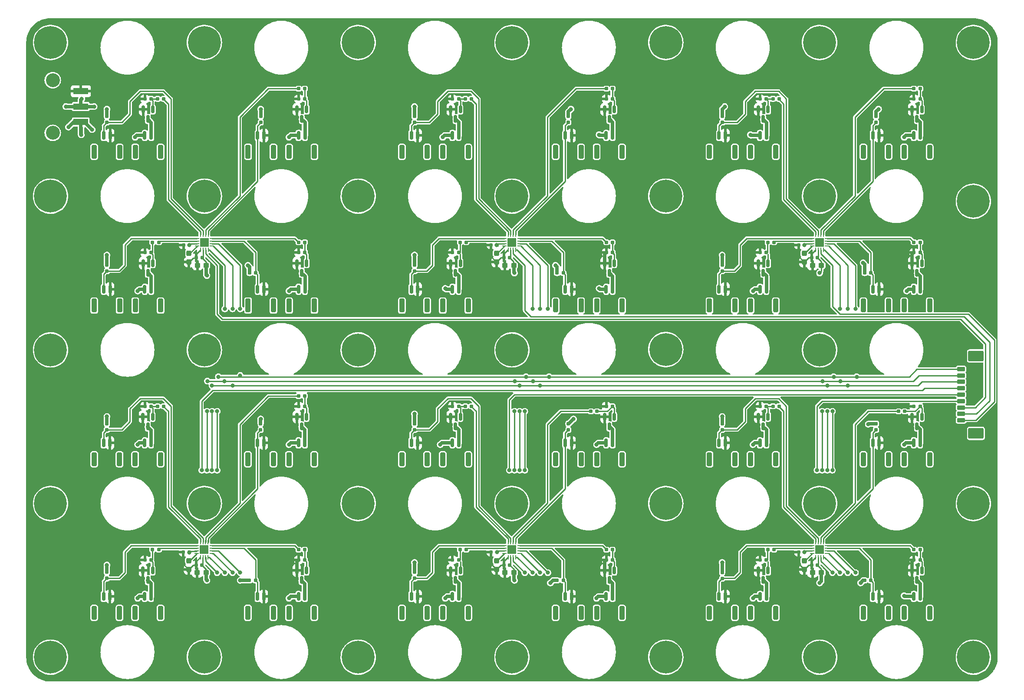
<source format=gtl>
G04 #@! TF.GenerationSoftware,KiCad,Pcbnew,(6.0.7-1)-1*
G04 #@! TF.CreationDate,2023-08-08T09:05:01+02:00*
G04 #@! TF.ProjectId,BD-SMD_PD,42442d53-4d44-45f5-9044-2e6b69636164,rev?*
G04 #@! TF.SameCoordinates,Original*
G04 #@! TF.FileFunction,Copper,L1,Top*
G04 #@! TF.FilePolarity,Positive*
%FSLAX46Y46*%
G04 Gerber Fmt 4.6, Leading zero omitted, Abs format (unit mm)*
G04 Created by KiCad (PCBNEW (6.0.7-1)-1) date 2023-08-08 09:05:01*
%MOMM*%
%LPD*%
G01*
G04 APERTURE LIST*
G04 Aperture macros list*
%AMRoundRect*
0 Rectangle with rounded corners*
0 $1 Rounding radius*
0 $2 $3 $4 $5 $6 $7 $8 $9 X,Y pos of 4 corners*
0 Add a 4 corners polygon primitive as box body*
4,1,4,$2,$3,$4,$5,$6,$7,$8,$9,$2,$3,0*
0 Add four circle primitives for the rounded corners*
1,1,$1+$1,$2,$3*
1,1,$1+$1,$4,$5*
1,1,$1+$1,$6,$7*
1,1,$1+$1,$8,$9*
0 Add four rect primitives between the rounded corners*
20,1,$1+$1,$2,$3,$4,$5,0*
20,1,$1+$1,$4,$5,$6,$7,0*
20,1,$1+$1,$6,$7,$8,$9,0*
20,1,$1+$1,$8,$9,$2,$3,0*%
G04 Aperture macros list end*
G04 #@! TA.AperFunction,ComponentPad*
%ADD10C,6.400000*%
G04 #@! TD*
G04 #@! TA.AperFunction,SMDPad,CuDef*
%ADD11RoundRect,0.150000X-0.150000X-0.700000X0.150000X-0.700000X0.150000X0.700000X-0.150000X0.700000X0*%
G04 #@! TD*
G04 #@! TA.AperFunction,SMDPad,CuDef*
%ADD12RoundRect,0.250000X-0.250000X-1.100000X0.250000X-1.100000X0.250000X1.100000X-0.250000X1.100000X0*%
G04 #@! TD*
G04 #@! TA.AperFunction,SMDPad,CuDef*
%ADD13RoundRect,0.160000X0.197500X0.160000X-0.197500X0.160000X-0.197500X-0.160000X0.197500X-0.160000X0*%
G04 #@! TD*
G04 #@! TA.AperFunction,SMDPad,CuDef*
%ADD14RoundRect,0.150000X-0.150000X0.587500X-0.150000X-0.587500X0.150000X-0.587500X0.150000X0.587500X0*%
G04 #@! TD*
G04 #@! TA.AperFunction,SMDPad,CuDef*
%ADD15RoundRect,0.160000X-0.160000X0.197500X-0.160000X-0.197500X0.160000X-0.197500X0.160000X0.197500X0*%
G04 #@! TD*
G04 #@! TA.AperFunction,SMDPad,CuDef*
%ADD16RoundRect,0.160000X-0.197500X-0.160000X0.197500X-0.160000X0.197500X0.160000X-0.197500X0.160000X0*%
G04 #@! TD*
G04 #@! TA.AperFunction,SMDPad,CuDef*
%ADD17RoundRect,0.155000X0.212500X0.155000X-0.212500X0.155000X-0.212500X-0.155000X0.212500X-0.155000X0*%
G04 #@! TD*
G04 #@! TA.AperFunction,SMDPad,CuDef*
%ADD18RoundRect,0.062500X-0.062500X0.355000X-0.062500X-0.355000X0.062500X-0.355000X0.062500X0.355000X0*%
G04 #@! TD*
G04 #@! TA.AperFunction,SMDPad,CuDef*
%ADD19RoundRect,0.062500X-0.355000X0.062500X-0.355000X-0.062500X0.355000X-0.062500X0.355000X0.062500X0*%
G04 #@! TD*
G04 #@! TA.AperFunction,SMDPad,CuDef*
%ADD20R,1.680000X1.680000*%
G04 #@! TD*
G04 #@! TA.AperFunction,SMDPad,CuDef*
%ADD21RoundRect,0.237500X0.300000X0.237500X-0.300000X0.237500X-0.300000X-0.237500X0.300000X-0.237500X0*%
G04 #@! TD*
G04 #@! TA.AperFunction,SMDPad,CuDef*
%ADD22RoundRect,0.237500X-0.237500X0.300000X-0.237500X-0.300000X0.237500X-0.300000X0.237500X0.300000X0*%
G04 #@! TD*
G04 #@! TA.AperFunction,SMDPad,CuDef*
%ADD23R,2.920000X1.270000*%
G04 #@! TD*
G04 #@! TA.AperFunction,ComponentPad*
%ADD24C,2.710000*%
G04 #@! TD*
G04 #@! TA.AperFunction,SMDPad,CuDef*
%ADD25RoundRect,0.200000X0.600000X-0.200000X0.600000X0.200000X-0.600000X0.200000X-0.600000X-0.200000X0*%
G04 #@! TD*
G04 #@! TA.AperFunction,SMDPad,CuDef*
%ADD26RoundRect,0.250001X1.249999X-0.799999X1.249999X0.799999X-1.249999X0.799999X-1.249999X-0.799999X0*%
G04 #@! TD*
G04 #@! TA.AperFunction,ViaPad*
%ADD27C,0.800000*%
G04 #@! TD*
G04 #@! TA.AperFunction,Conductor*
%ADD28C,0.250000*%
G04 #@! TD*
G04 #@! TA.AperFunction,Conductor*
%ADD29C,0.700000*%
G04 #@! TD*
G04 APERTURE END LIST*
D10*
X239949000Y-101615000D03*
D11*
X130304508Y-149765000D03*
X131554508Y-149765000D03*
D12*
X128454508Y-152965000D03*
X133404508Y-152965000D03*
D13*
X139546500Y-112615000D03*
X138351500Y-112615000D03*
D11*
X138304508Y-179765000D03*
X139554508Y-179765000D03*
D12*
X141404508Y-182965000D03*
X136454508Y-182965000D03*
D11*
X190324000Y-179765000D03*
X191574000Y-179765000D03*
D12*
X188474000Y-182965000D03*
X193424000Y-182965000D03*
D14*
X169879508Y-174677500D03*
X167979508Y-174677500D03*
X168929508Y-176552500D03*
D10*
X149949000Y-131615000D03*
X149949000Y-161615000D03*
D13*
X229546500Y-142615000D03*
X228351500Y-142615000D03*
D11*
X228324000Y-149765000D03*
X229574000Y-149765000D03*
D12*
X231424000Y-152965000D03*
X226474000Y-152965000D03*
D10*
X269949000Y-161615000D03*
D13*
X142046500Y-82615000D03*
X140851500Y-82615000D03*
D14*
X169899000Y-84677500D03*
X167999000Y-84677500D03*
X168949000Y-86552500D03*
D10*
X209949000Y-161615000D03*
D15*
X190949000Y-86017500D03*
X190949000Y-87212500D03*
D11*
X198324000Y-119765000D03*
X199574000Y-119765000D03*
D12*
X201424000Y-122965000D03*
X196474000Y-122965000D03*
D11*
X160304508Y-149765000D03*
X161554508Y-149765000D03*
D12*
X163404508Y-152965000D03*
X158454508Y-152965000D03*
D10*
X179949000Y-161615000D03*
X299949000Y-71615000D03*
X149949000Y-101615000D03*
D13*
X199546500Y-82615000D03*
X198351500Y-82615000D03*
D16*
X285351500Y-143615000D03*
X286546500Y-143615000D03*
D17*
X149516500Y-113615000D03*
X148381500Y-113615000D03*
D13*
X169546500Y-112615000D03*
X168351500Y-112615000D03*
D11*
X280324000Y-89765000D03*
X281574000Y-89765000D03*
D12*
X283424000Y-92965000D03*
X278474000Y-92965000D03*
D11*
X288324000Y-119765000D03*
X289574000Y-119765000D03*
D12*
X291424000Y-122965000D03*
X286474000Y-122965000D03*
D11*
X220324000Y-119765000D03*
X221574000Y-119765000D03*
D12*
X223424000Y-122965000D03*
X218474000Y-122965000D03*
D10*
X119949000Y-131615000D03*
D13*
X261046500Y-170615000D03*
X259851500Y-170615000D03*
D11*
X168324000Y-89765000D03*
X169574000Y-89765000D03*
D12*
X171424000Y-92965000D03*
X166474000Y-92965000D03*
D13*
X202046500Y-142615000D03*
X200851500Y-142615000D03*
D11*
X250324000Y-149765000D03*
X251574000Y-149765000D03*
D12*
X248474000Y-152965000D03*
X253424000Y-152965000D03*
D16*
X278754000Y-176615000D03*
X279949000Y-176615000D03*
X168351500Y-110615000D03*
X169546500Y-110615000D03*
D10*
X209949000Y-71615000D03*
D14*
X289899000Y-174677500D03*
X287999000Y-174677500D03*
X288949000Y-176552500D03*
D11*
X250324000Y-179765000D03*
X251574000Y-179765000D03*
D12*
X253424000Y-182965000D03*
X248474000Y-182965000D03*
D18*
X150679508Y-169157500D03*
X150179508Y-169157500D03*
X149679508Y-169157500D03*
X149179508Y-169157500D03*
D19*
X148472008Y-169865000D03*
X148472008Y-170365000D03*
X148472008Y-170865000D03*
X148472008Y-171365000D03*
D18*
X149179508Y-172072500D03*
X149679508Y-172072500D03*
X150179508Y-172072500D03*
X150679508Y-172072500D03*
D19*
X151387008Y-171365000D03*
X151387008Y-170865000D03*
X151387008Y-170365000D03*
X151387008Y-169865000D03*
D20*
X149929508Y-170615000D03*
D11*
X228324000Y-179765000D03*
X229574000Y-179765000D03*
D12*
X226474000Y-182965000D03*
X231424000Y-182965000D03*
D13*
X142027008Y-142615000D03*
X140832008Y-142615000D03*
D15*
X130929508Y-175017500D03*
X130929508Y-176212500D03*
D13*
X139527008Y-142615000D03*
X138332008Y-142615000D03*
D11*
X190324000Y-119765000D03*
X191574000Y-119765000D03*
D12*
X193424000Y-122965000D03*
X188474000Y-122965000D03*
D13*
X262046500Y-82615000D03*
X260851500Y-82615000D03*
D15*
X250949000Y-86017500D03*
X250949000Y-87212500D03*
D17*
X207016500Y-111115000D03*
X205881500Y-111115000D03*
D16*
X278754000Y-116615000D03*
X279949000Y-116615000D03*
D13*
X229546500Y-82615000D03*
X228351500Y-82615000D03*
X201046500Y-110615000D03*
X199851500Y-110615000D03*
D15*
X130949000Y-115017500D03*
X130949000Y-116212500D03*
D17*
X267016500Y-111115000D03*
X265881500Y-111115000D03*
D13*
X199546500Y-142615000D03*
X198351500Y-142615000D03*
D14*
X259899000Y-144677500D03*
X257999000Y-144677500D03*
X258949000Y-146552500D03*
D11*
X168324000Y-119765000D03*
X169574000Y-119765000D03*
D12*
X171424000Y-122965000D03*
X166474000Y-122965000D03*
D10*
X239949000Y-161615000D03*
X239949000Y-131544000D03*
D13*
X169527008Y-172615000D03*
X168332008Y-172615000D03*
D10*
X179949000Y-71615000D03*
X299949000Y-191615000D03*
D18*
X270699000Y-109157500D03*
X270199000Y-109157500D03*
X269699000Y-109157500D03*
X269199000Y-109157500D03*
D19*
X268491500Y-109865000D03*
X268491500Y-110365000D03*
X268491500Y-110865000D03*
X268491500Y-111365000D03*
D18*
X269199000Y-112072500D03*
X269699000Y-112072500D03*
X270199000Y-112072500D03*
X270699000Y-112072500D03*
D19*
X271406500Y-111365000D03*
X271406500Y-110865000D03*
X271406500Y-110365000D03*
X271406500Y-109865000D03*
D20*
X269949000Y-110615000D03*
D14*
X289899000Y-144677500D03*
X287999000Y-144677500D03*
X288949000Y-146552500D03*
D11*
X250324000Y-89765000D03*
X251574000Y-89765000D03*
D12*
X253424000Y-92965000D03*
X248474000Y-92965000D03*
D11*
X160324000Y-119765000D03*
X161574000Y-119765000D03*
D12*
X158474000Y-122965000D03*
X163424000Y-122965000D03*
D15*
X190949000Y-175017500D03*
X190949000Y-176212500D03*
D21*
X270311500Y-115115000D03*
X268586500Y-115115000D03*
D15*
X220949000Y-86017500D03*
X220949000Y-87212500D03*
D13*
X259546500Y-142615000D03*
X258351500Y-142615000D03*
D16*
X288351500Y-170615000D03*
X289546500Y-170615000D03*
X218754000Y-116615000D03*
X219949000Y-116615000D03*
D10*
X119949000Y-71615000D03*
D13*
X229546500Y-172615000D03*
X228351500Y-172615000D03*
D14*
X199899000Y-114677500D03*
X197999000Y-114677500D03*
X198949000Y-116552500D03*
D11*
X220324000Y-89765000D03*
X221574000Y-89765000D03*
D12*
X218474000Y-92965000D03*
X223424000Y-92965000D03*
D10*
X269949000Y-71615000D03*
D17*
X269516500Y-173615000D03*
X268381500Y-173615000D03*
D13*
X141046500Y-170615000D03*
X139851500Y-170615000D03*
X169527008Y-142615000D03*
X168332008Y-142615000D03*
D21*
X150311500Y-115115000D03*
X148586500Y-115115000D03*
D16*
X288351500Y-110615000D03*
X289546500Y-110615000D03*
D22*
X266949000Y-112752500D03*
X266949000Y-114477500D03*
D15*
X190949000Y-146017500D03*
X190949000Y-147212500D03*
D16*
X168332008Y-140615000D03*
X169527008Y-140615000D03*
D13*
X141046500Y-110615000D03*
X139851500Y-110615000D03*
D11*
X228324000Y-119765000D03*
X229574000Y-119765000D03*
D12*
X231424000Y-122965000D03*
X226474000Y-122965000D03*
D10*
X239949000Y-191615000D03*
X239949000Y-71615000D03*
D22*
X146929508Y-172752500D03*
X146929508Y-174477500D03*
D11*
X190324000Y-149765000D03*
X191574000Y-149765000D03*
D12*
X188474000Y-152965000D03*
X193424000Y-152965000D03*
D22*
X146949000Y-112752500D03*
X146949000Y-114477500D03*
D14*
X229899000Y-84677500D03*
X227999000Y-84677500D03*
X228949000Y-86552500D03*
X169899000Y-114677500D03*
X167999000Y-114677500D03*
X168949000Y-116552500D03*
D16*
X225351500Y-143615000D03*
X226546500Y-143615000D03*
D18*
X150699000Y-109157500D03*
X150199000Y-109157500D03*
X149699000Y-109157500D03*
X149199000Y-109157500D03*
D19*
X148491500Y-109865000D03*
X148491500Y-110365000D03*
X148491500Y-110865000D03*
X148491500Y-111365000D03*
D18*
X149199000Y-112072500D03*
X149699000Y-112072500D03*
X150199000Y-112072500D03*
X150699000Y-112072500D03*
D19*
X151406500Y-111365000D03*
X151406500Y-110865000D03*
X151406500Y-110365000D03*
X151406500Y-109865000D03*
D20*
X149949000Y-110615000D03*
D16*
X228351500Y-110615000D03*
X229546500Y-110615000D03*
X218754000Y-176615000D03*
X219949000Y-176615000D03*
D14*
X199899000Y-174677500D03*
X197999000Y-174677500D03*
X198949000Y-176552500D03*
X199899000Y-84677500D03*
X197999000Y-84677500D03*
X198949000Y-86552500D03*
D11*
X288324000Y-179765000D03*
X289574000Y-179765000D03*
D12*
X286474000Y-182965000D03*
X291424000Y-182965000D03*
D16*
X228351500Y-80615000D03*
X229546500Y-80615000D03*
D14*
X199899000Y-144677500D03*
X197999000Y-144677500D03*
X198949000Y-146552500D03*
D10*
X209949000Y-191615000D03*
D13*
X201046500Y-170615000D03*
X199851500Y-170615000D03*
D10*
X269949000Y-101615000D03*
D15*
X130929508Y-146017500D03*
X130929508Y-147212500D03*
D16*
X168332008Y-170615000D03*
X169527008Y-170615000D03*
X168351500Y-80615000D03*
X169546500Y-80615000D03*
D10*
X209949000Y-131615000D03*
D14*
X289899000Y-114677500D03*
X287999000Y-114677500D03*
X288949000Y-116552500D03*
D16*
X158734508Y-176615000D03*
X159929508Y-176615000D03*
D10*
X179949000Y-131615000D03*
D13*
X199546500Y-172615000D03*
X198351500Y-172615000D03*
X259546500Y-82615000D03*
X258351500Y-82615000D03*
D17*
X209516500Y-173615000D03*
X208381500Y-173615000D03*
X147016500Y-111115000D03*
X145881500Y-111115000D03*
D15*
X190949000Y-115017500D03*
X190949000Y-116212500D03*
D17*
X269516500Y-113615000D03*
X268381500Y-113615000D03*
D10*
X149949000Y-71615000D03*
X269949000Y-131615000D03*
D17*
X267016500Y-171115000D03*
X265881500Y-171115000D03*
D14*
X139899000Y-84677500D03*
X137999000Y-84677500D03*
X138949000Y-86552500D03*
D16*
X288351500Y-80615000D03*
X289546500Y-80615000D03*
D21*
X270311500Y-175115000D03*
X268586500Y-175115000D03*
D11*
X258324000Y-89765000D03*
X259574000Y-89765000D03*
D12*
X261424000Y-92965000D03*
X256474000Y-92965000D03*
D16*
X158754000Y-116615000D03*
X159949000Y-116615000D03*
D11*
X258324000Y-119765000D03*
X259574000Y-119765000D03*
D12*
X256474000Y-122965000D03*
X261424000Y-122965000D03*
D18*
X270699000Y-169157500D03*
X270199000Y-169157500D03*
X269699000Y-169157500D03*
X269199000Y-169157500D03*
D19*
X268491500Y-169865000D03*
X268491500Y-170365000D03*
X268491500Y-170865000D03*
X268491500Y-171365000D03*
D18*
X269199000Y-172072500D03*
X269699000Y-172072500D03*
X270199000Y-172072500D03*
X270699000Y-172072500D03*
D19*
X271406500Y-171365000D03*
X271406500Y-170865000D03*
X271406500Y-170365000D03*
X271406500Y-169865000D03*
D20*
X269949000Y-170615000D03*
D15*
X250949000Y-146017500D03*
X250949000Y-147212500D03*
X130949000Y-86017500D03*
X130949000Y-87212500D03*
D10*
X119949000Y-101615000D03*
D15*
X160949000Y-86017500D03*
X160949000Y-87212500D03*
D17*
X146997008Y-171115000D03*
X145862008Y-171115000D03*
D11*
X258324000Y-149765000D03*
X259574000Y-149765000D03*
D12*
X256474000Y-152965000D03*
X261424000Y-152965000D03*
D14*
X259899000Y-174677500D03*
X257999000Y-174677500D03*
X258949000Y-176552500D03*
D11*
X198324000Y-179765000D03*
X199574000Y-179765000D03*
D12*
X196474000Y-182965000D03*
X201424000Y-182965000D03*
D13*
X229546500Y-112615000D03*
X228351500Y-112615000D03*
D10*
X149949000Y-191615000D03*
D14*
X169879508Y-144677500D03*
X167979508Y-144677500D03*
X168929508Y-146552500D03*
D15*
X280949000Y-86017500D03*
X280949000Y-87212500D03*
D11*
X160324000Y-89765000D03*
X161574000Y-89765000D03*
D12*
X163424000Y-92965000D03*
X158474000Y-92965000D03*
D13*
X289546500Y-82615000D03*
X288351500Y-82615000D03*
D15*
X250949000Y-175065000D03*
X250949000Y-176260000D03*
D10*
X179949000Y-191615000D03*
D11*
X288324000Y-89765000D03*
X289574000Y-89765000D03*
D12*
X286474000Y-92965000D03*
X291424000Y-92965000D03*
D14*
X139879508Y-144677500D03*
X137979508Y-144677500D03*
X138929508Y-146552500D03*
D21*
X210311500Y-175115000D03*
X208586500Y-175115000D03*
D13*
X289546500Y-172615000D03*
X288351500Y-172615000D03*
D11*
X130324000Y-119765000D03*
X131574000Y-119765000D03*
D12*
X128474000Y-122965000D03*
X133424000Y-122965000D03*
D14*
X259899000Y-84677500D03*
X257999000Y-84677500D03*
X258949000Y-86552500D03*
D10*
X269949000Y-191615000D03*
D21*
X150292008Y-175115000D03*
X148567008Y-175115000D03*
D11*
X220324000Y-179765000D03*
X221574000Y-179765000D03*
D12*
X218474000Y-182965000D03*
X223424000Y-182965000D03*
D11*
X138324000Y-89765000D03*
X139574000Y-89765000D03*
D12*
X136474000Y-92965000D03*
X141424000Y-92965000D03*
D10*
X299949000Y-161615000D03*
D13*
X169546500Y-82615000D03*
X168351500Y-82615000D03*
X259546500Y-172615000D03*
X258351500Y-172615000D03*
D10*
X299949000Y-102615000D03*
D11*
X168304508Y-149765000D03*
X169554508Y-149765000D03*
D12*
X166454508Y-152965000D03*
X171404508Y-152965000D03*
D10*
X209949000Y-101615000D03*
D11*
X138304508Y-149765000D03*
X139554508Y-149765000D03*
D12*
X141404508Y-152965000D03*
X136454508Y-152965000D03*
D14*
X289899000Y-84677500D03*
X287999000Y-84677500D03*
X288949000Y-86552500D03*
X229899000Y-114677500D03*
X227999000Y-114677500D03*
X228949000Y-116552500D03*
D13*
X289546500Y-142615000D03*
X288351500Y-142615000D03*
D15*
X280949000Y-146017500D03*
X280949000Y-147212500D03*
D14*
X229899000Y-144677500D03*
X227999000Y-144677500D03*
X228949000Y-146552500D03*
D22*
X206949000Y-112752500D03*
X206949000Y-114477500D03*
D18*
X210699000Y-169157500D03*
X210199000Y-169157500D03*
X209699000Y-169157500D03*
X209199000Y-169157500D03*
D19*
X208491500Y-169865000D03*
X208491500Y-170365000D03*
X208491500Y-170865000D03*
X208491500Y-171365000D03*
D18*
X209199000Y-172072500D03*
X209699000Y-172072500D03*
X210199000Y-172072500D03*
X210699000Y-172072500D03*
D19*
X211406500Y-171365000D03*
X211406500Y-170865000D03*
X211406500Y-170365000D03*
X211406500Y-169865000D03*
D20*
X209949000Y-170615000D03*
D11*
X220324000Y-149765000D03*
X221574000Y-149765000D03*
D12*
X223424000Y-152965000D03*
X218474000Y-152965000D03*
D11*
X280324000Y-149765000D03*
X281574000Y-149765000D03*
D12*
X283424000Y-152965000D03*
X278474000Y-152965000D03*
D22*
X206949000Y-172752500D03*
X206949000Y-174477500D03*
D21*
X210311500Y-115115000D03*
X208586500Y-115115000D03*
D11*
X258324000Y-179765000D03*
X259574000Y-179765000D03*
D12*
X261424000Y-182965000D03*
X256474000Y-182965000D03*
D11*
X198324000Y-149765000D03*
X199574000Y-149765000D03*
D12*
X201424000Y-152965000D03*
X196474000Y-152965000D03*
D13*
X259546500Y-112615000D03*
X258351500Y-112615000D03*
D14*
X139899000Y-114677500D03*
X137999000Y-114677500D03*
X138949000Y-116552500D03*
D17*
X207016500Y-171115000D03*
X205881500Y-171115000D03*
D13*
X261046500Y-110615000D03*
X259851500Y-110615000D03*
D11*
X130324000Y-89765000D03*
X131574000Y-89765000D03*
D12*
X128474000Y-92965000D03*
X133424000Y-92965000D03*
D11*
X168304508Y-179765000D03*
X169554508Y-179765000D03*
D12*
X166454508Y-182965000D03*
X171404508Y-182965000D03*
D14*
X259899000Y-114677500D03*
X257999000Y-114677500D03*
X258949000Y-116552500D03*
D16*
X228351500Y-170615000D03*
X229546500Y-170615000D03*
D22*
X266949000Y-172752500D03*
X266949000Y-174477500D03*
D10*
X119949000Y-191615000D03*
D11*
X280324000Y-179765000D03*
X281574000Y-179765000D03*
D12*
X278474000Y-182965000D03*
X283424000Y-182965000D03*
D11*
X280324000Y-119765000D03*
X281574000Y-119765000D03*
D12*
X283424000Y-122965000D03*
X278474000Y-122965000D03*
D15*
X220949000Y-146017500D03*
X220949000Y-147212500D03*
D14*
X139879508Y-174677500D03*
X137979508Y-174677500D03*
X138929508Y-176552500D03*
D17*
X149497008Y-173615000D03*
X148362008Y-173615000D03*
D23*
X125851500Y-87115000D03*
X125851500Y-84115000D03*
X125851500Y-81115000D03*
D24*
X120381500Y-78965000D03*
X120381500Y-89265000D03*
D13*
X139546500Y-82615000D03*
X138351500Y-82615000D03*
D11*
X190324000Y-89765000D03*
X191574000Y-89765000D03*
D12*
X193424000Y-92965000D03*
X188474000Y-92965000D03*
D11*
X130304508Y-179765000D03*
X131554508Y-179765000D03*
D12*
X128454508Y-182965000D03*
X133404508Y-182965000D03*
D11*
X250324000Y-119765000D03*
X251574000Y-119765000D03*
D12*
X253424000Y-122965000D03*
X248474000Y-122965000D03*
D11*
X138324000Y-119765000D03*
X139574000Y-119765000D03*
D12*
X141424000Y-122965000D03*
X136474000Y-122965000D03*
D17*
X209516500Y-113615000D03*
X208381500Y-113615000D03*
D13*
X262046500Y-142615000D03*
X260851500Y-142615000D03*
D15*
X250949000Y-115017500D03*
X250949000Y-116212500D03*
D25*
X297549000Y-145365000D03*
X297549000Y-144115000D03*
X297549000Y-142865000D03*
X297549000Y-141615000D03*
X297549000Y-140365000D03*
X297549000Y-139115000D03*
X297549000Y-137865000D03*
X297549000Y-136615000D03*
X297549000Y-135365000D03*
D26*
X300449000Y-147915000D03*
X300449000Y-132815000D03*
D18*
X210699000Y-109157500D03*
X210199000Y-109157500D03*
X209699000Y-109157500D03*
X209199000Y-109157500D03*
D19*
X208491500Y-109865000D03*
X208491500Y-110365000D03*
X208491500Y-110865000D03*
X208491500Y-111365000D03*
D18*
X209199000Y-112072500D03*
X209699000Y-112072500D03*
X210199000Y-112072500D03*
X210699000Y-112072500D03*
D19*
X211406500Y-111365000D03*
X211406500Y-110865000D03*
X211406500Y-110365000D03*
X211406500Y-109865000D03*
D20*
X209949000Y-110615000D03*
D13*
X289546500Y-112615000D03*
X288351500Y-112615000D03*
X199546500Y-112615000D03*
X198351500Y-112615000D03*
X202046500Y-82615000D03*
X200851500Y-82615000D03*
D10*
X119949000Y-161615000D03*
D13*
X139527008Y-172615000D03*
X138332008Y-172615000D03*
D14*
X229899000Y-174677500D03*
X227999000Y-174677500D03*
X228949000Y-176552500D03*
D10*
X179949000Y-101615000D03*
D11*
X228324000Y-89765000D03*
X229574000Y-89765000D03*
D12*
X231424000Y-92965000D03*
X226474000Y-92965000D03*
D15*
X160929508Y-146017500D03*
X160929508Y-147212500D03*
D11*
X288324000Y-149765000D03*
X289574000Y-149765000D03*
D12*
X286474000Y-152965000D03*
X291424000Y-152965000D03*
D11*
X160304508Y-179765000D03*
X161554508Y-179765000D03*
D12*
X158454508Y-182965000D03*
X163404508Y-182965000D03*
D11*
X198324000Y-89765000D03*
X199574000Y-89765000D03*
D12*
X201424000Y-92965000D03*
X196474000Y-92965000D03*
D27*
X269949000Y-170615000D03*
X269949000Y-110615000D03*
X146949000Y-168615000D03*
X209949000Y-170615000D03*
X149949000Y-110615000D03*
X266949000Y-108615000D03*
X206949000Y-108615000D03*
X209949000Y-110615000D03*
X149949000Y-170615000D03*
X266949000Y-168615000D03*
X282949000Y-144615000D03*
X282949000Y-142615000D03*
X146949000Y-108615000D03*
X206949000Y-168615000D03*
X269449000Y-155115000D03*
X272449000Y-175115000D03*
X212449000Y-175115000D03*
X209449000Y-155115000D03*
X149449000Y-155115000D03*
X152449000Y-175115000D03*
X211449000Y-143615000D03*
X151449000Y-138615000D03*
X211449000Y-155115000D03*
X271449000Y-155115000D03*
X215449000Y-123615000D03*
X215449000Y-138615000D03*
X211449000Y-138615000D03*
X151449000Y-143615000D03*
X275449000Y-123615000D03*
X155449000Y-175115000D03*
X275449000Y-138615000D03*
X271449000Y-138615000D03*
X215449000Y-175115000D03*
X275449000Y-175115000D03*
X155449000Y-138615000D03*
X155449000Y-123615000D03*
X151449000Y-155115000D03*
X271449000Y-143615000D03*
X270449000Y-143615000D03*
X213949000Y-175115000D03*
X210449000Y-143615000D03*
X153949000Y-123615000D03*
X213949000Y-123615000D03*
X153849000Y-137715000D03*
X270449000Y-155115000D03*
X150449000Y-143615000D03*
X273949000Y-123615000D03*
X150549000Y-137715000D03*
X270549000Y-137715000D03*
X153949000Y-175115000D03*
X273949000Y-175115000D03*
X214049000Y-137715000D03*
X210549000Y-137715000D03*
X210449000Y-155115000D03*
X150449000Y-155115000D03*
X274049000Y-137715000D03*
X152449000Y-155115000D03*
X216949000Y-123615000D03*
X156949000Y-136615000D03*
X152449000Y-143615000D03*
X212449000Y-143615000D03*
X212699000Y-136865000D03*
X156949000Y-123615000D03*
X156949000Y-175115000D03*
X272699000Y-136865000D03*
X276949000Y-175115000D03*
X272449000Y-143615000D03*
X277199000Y-136865000D03*
X272449000Y-155115000D03*
X152699000Y-136865000D03*
X216949000Y-175115000D03*
X276949000Y-123615000D03*
X217199000Y-136865000D03*
X212449000Y-155115000D03*
X250949000Y-113115000D03*
X281449000Y-84615000D03*
X279449000Y-146115000D03*
X278449000Y-114615000D03*
X267016500Y-171115000D03*
X126046500Y-82615000D03*
X217449000Y-177115000D03*
X128449000Y-84115000D03*
X160949000Y-145115000D03*
X160949000Y-84615000D03*
X150449000Y-117115000D03*
X190949000Y-144115000D03*
X206993492Y-111115000D03*
X250949000Y-144615000D03*
X210449000Y-116615000D03*
X190949000Y-84115000D03*
X146974000Y-171165000D03*
X207016500Y-171107500D03*
X221949000Y-145115000D03*
X269949000Y-177115000D03*
X130949000Y-84615000D03*
X190949000Y-173115000D03*
X218449000Y-115115000D03*
X190949000Y-113115000D03*
X267016500Y-111115000D03*
X277949000Y-177115000D03*
X158449000Y-115115000D03*
X269949000Y-116615000D03*
X147016500Y-111157500D03*
X251449000Y-84115000D03*
X122949000Y-84115000D03*
X250949000Y-173115000D03*
X130949000Y-144615000D03*
X156949000Y-176615000D03*
X221449000Y-84615000D03*
X130949000Y-113115000D03*
X130949000Y-173615000D03*
X210449000Y-176615000D03*
X150449000Y-176615000D03*
X256449000Y-89615000D03*
X166449000Y-120115000D03*
X286949000Y-120115000D03*
X226449000Y-150115000D03*
X226949000Y-119615000D03*
X196949000Y-180115000D03*
X195949000Y-150115000D03*
X286449000Y-150115000D03*
X136949000Y-150115000D03*
X286449000Y-179615000D03*
X166449000Y-150115000D03*
X136449000Y-90115000D03*
X128046500Y-88615000D03*
X123449000Y-88115000D03*
X226449000Y-180115000D03*
X136949000Y-180115000D03*
X286449000Y-90115000D03*
X166449000Y-90115000D03*
X256949000Y-120115000D03*
X136949000Y-120115000D03*
X256949000Y-150115000D03*
X196449000Y-90115000D03*
X125949000Y-89615000D03*
X226949000Y-89615000D03*
X166449000Y-180115000D03*
X196949000Y-119615000D03*
X256949000Y-180115000D03*
D28*
X265889000Y-173410000D02*
X265889000Y-171115000D01*
X205858492Y-113410000D02*
X205858492Y-111115000D01*
D29*
X227999000Y-174677500D02*
X227999000Y-172967500D01*
D28*
X268381500Y-113615000D02*
X267811500Y-113615000D01*
D29*
X227999000Y-172967500D02*
X228351500Y-172615000D01*
D28*
X268381500Y-113615000D02*
X268381500Y-112890000D01*
X148339000Y-173665000D02*
X148339000Y-174960000D01*
X208381500Y-173607500D02*
X208381500Y-174902500D01*
X265881500Y-113410000D02*
X265881500Y-111115000D01*
X208358492Y-113615000D02*
X207788492Y-113615000D01*
D29*
X287999000Y-174677500D02*
X287999000Y-172967500D01*
D28*
X267811500Y-113615000D02*
X266949000Y-114477500D01*
X205881500Y-173402500D02*
X205881500Y-171107500D01*
X148339000Y-173665000D02*
X148339000Y-172940000D01*
X148381500Y-113657500D02*
X148381500Y-114952500D01*
X268389000Y-172890000D02*
X269206500Y-172072500D01*
X207811500Y-173607500D02*
X206949000Y-174470000D01*
X206949000Y-174470000D02*
X205881500Y-173402500D01*
X208358492Y-113615000D02*
X208358492Y-112890000D01*
X268389000Y-173615000D02*
X268389000Y-172890000D01*
D29*
X227999000Y-112967500D02*
X228351500Y-112615000D01*
D28*
X268389000Y-173615000D02*
X268389000Y-174910000D01*
X206925992Y-114477500D02*
X205858492Y-113410000D01*
X207788492Y-113615000D02*
X206925992Y-114477500D01*
X147769000Y-173665000D02*
X146906500Y-174527500D01*
X148381500Y-113657500D02*
X147811500Y-113657500D01*
X208381500Y-173607500D02*
X207811500Y-173607500D01*
D29*
X227999000Y-114677500D02*
X227999000Y-112967500D01*
D28*
X147811500Y-113657500D02*
X146949000Y-114520000D01*
X268381500Y-112890000D02*
X269199000Y-112072500D01*
X148381500Y-113657500D02*
X148381500Y-112932500D01*
X145839000Y-173460000D02*
X145839000Y-171165000D01*
X268381500Y-113615000D02*
X268381500Y-114910000D01*
X268389000Y-173615000D02*
X267819000Y-173615000D01*
X148339000Y-172940000D02*
X149156500Y-172122500D01*
X208358492Y-112890000D02*
X209175992Y-112072500D01*
X148381500Y-112932500D02*
X149199000Y-112115000D01*
X266949000Y-114477500D02*
X265881500Y-113410000D01*
X267819000Y-173615000D02*
X266956500Y-174477500D01*
X208381500Y-173607500D02*
X208381500Y-172882500D01*
D29*
X167979508Y-172967500D02*
X168332008Y-172615000D01*
X287999000Y-172967500D02*
X288351500Y-172615000D01*
D28*
X208358492Y-113615000D02*
X208358492Y-114910000D01*
D29*
X287999000Y-112967500D02*
X288351500Y-112615000D01*
D28*
X266956500Y-174477500D02*
X265889000Y-173410000D01*
D29*
X287999000Y-114677500D02*
X287999000Y-112967500D01*
X167979508Y-174677500D02*
X167979508Y-172967500D01*
D28*
X208381500Y-172882500D02*
X209199000Y-172065000D01*
X146906500Y-174527500D02*
X145839000Y-173460000D01*
X148339000Y-173665000D02*
X147769000Y-173665000D01*
X267104000Y-112752500D02*
X268491500Y-111365000D01*
X207080992Y-112752500D02*
X208468492Y-111365000D01*
X147104000Y-112795000D02*
X148491500Y-111407500D01*
X267111500Y-172752500D02*
X268499000Y-171365000D01*
X207104000Y-172745000D02*
X208491500Y-171357500D01*
X147061500Y-172802500D02*
X148449000Y-171415000D01*
X277699000Y-110365000D02*
X271406500Y-110365000D01*
X280324000Y-119765000D02*
X280324000Y-116990000D01*
X279949000Y-112615000D02*
X277699000Y-110365000D01*
X280324000Y-116990000D02*
X279949000Y-116615000D01*
X279949000Y-116615000D02*
X279949000Y-112615000D01*
X255449000Y-83115000D02*
X255449000Y-85615000D01*
X250324000Y-87837500D02*
X250949000Y-87212500D01*
X261949000Y-81115000D02*
X257449000Y-81115000D01*
X263449000Y-82615000D02*
X261949000Y-81115000D01*
X253851500Y-87212500D02*
X250949000Y-87212500D01*
X269699000Y-108365000D02*
X263449000Y-102115000D01*
X250324000Y-89765000D02*
X250324000Y-87837500D01*
X255449000Y-85615000D02*
X253851500Y-87212500D01*
X257449000Y-81115000D02*
X255449000Y-83115000D01*
X263449000Y-102115000D02*
X263449000Y-82615000D01*
X269699000Y-109157500D02*
X269699000Y-108365000D01*
D29*
X259574000Y-87240000D02*
X258949000Y-86615000D01*
X259574000Y-89765000D02*
X259574000Y-87240000D01*
D28*
X280324000Y-89765000D02*
X280324000Y-87837500D01*
X280324000Y-98740000D02*
X270699000Y-108365000D01*
X280324000Y-87837500D02*
X280949000Y-87212500D01*
X270699000Y-108365000D02*
X270699000Y-109157500D01*
X280324000Y-89765000D02*
X280324000Y-98740000D01*
X255699000Y-109865000D02*
X254449000Y-111115000D01*
X253351500Y-116212500D02*
X250949000Y-116212500D01*
X250324000Y-119765000D02*
X250324000Y-116837500D01*
X250324000Y-116837500D02*
X250949000Y-116212500D01*
X254449000Y-111115000D02*
X254449000Y-115115000D01*
X268491500Y-109865000D02*
X255699000Y-109865000D01*
X254449000Y-115115000D02*
X253351500Y-116212500D01*
D29*
X289574000Y-87177500D02*
X288949000Y-86552500D01*
X289574000Y-89765000D02*
X289574000Y-87177500D01*
X259574000Y-119765000D02*
X259574000Y-117177500D01*
X259574000Y-117177500D02*
X258949000Y-116552500D01*
D28*
X219949000Y-116615000D02*
X219949000Y-112615000D01*
X217699000Y-110365000D02*
X211406500Y-110365000D01*
X219949000Y-112615000D02*
X217699000Y-110365000D01*
X220324000Y-116990000D02*
X219949000Y-116615000D01*
X220324000Y-119765000D02*
X220324000Y-116990000D01*
X203449000Y-102115000D02*
X203449000Y-82615000D01*
X203449000Y-82615000D02*
X201949000Y-81115000D01*
X197449000Y-81115000D02*
X195449000Y-83115000D01*
X209699000Y-108365000D02*
X203449000Y-102115000D01*
X190324000Y-89765000D02*
X190324000Y-87837500D01*
X201949000Y-81115000D02*
X197449000Y-81115000D01*
X209699000Y-109157500D02*
X209699000Y-108365000D01*
X190324000Y-87837500D02*
X190949000Y-87212500D01*
X193851500Y-87212500D02*
X190949000Y-87212500D01*
X195449000Y-83115000D02*
X195449000Y-85615000D01*
X195449000Y-85615000D02*
X193851500Y-87212500D01*
D29*
X199574000Y-87177500D02*
X198949000Y-86552500D01*
X199574000Y-89765000D02*
X199574000Y-87177500D01*
D28*
X220324000Y-98740000D02*
X210699000Y-108365000D01*
X220324000Y-89765000D02*
X220324000Y-98740000D01*
X210699000Y-108365000D02*
X210699000Y-109157500D01*
X220300992Y-87837500D02*
X220925992Y-87212500D01*
X220300992Y-89765000D02*
X220300992Y-87837500D01*
X194449000Y-115115000D02*
X193351500Y-116212500D01*
X190324000Y-116837500D02*
X190949000Y-116212500D01*
X195699000Y-109865000D02*
X194449000Y-111115000D01*
X208491500Y-109865000D02*
X195699000Y-109865000D01*
X194449000Y-111115000D02*
X194449000Y-115115000D01*
X193351500Y-116212500D02*
X190949000Y-116212500D01*
X190324000Y-119765000D02*
X190324000Y-116837500D01*
D29*
X229550992Y-89765000D02*
X229550992Y-87177500D01*
X229550992Y-87177500D02*
X228925992Y-86552500D01*
X199550992Y-117177500D02*
X198925992Y-116552500D01*
X199550992Y-119765000D02*
X199550992Y-117177500D01*
D28*
X159949000Y-112615000D02*
X157699000Y-110365000D01*
X160324000Y-119765000D02*
X160324000Y-116990000D01*
X157699000Y-110365000D02*
X151406500Y-110365000D01*
X159949000Y-116615000D02*
X159949000Y-112615000D01*
X160324000Y-116990000D02*
X159949000Y-116615000D01*
X130324000Y-87837500D02*
X130949000Y-87212500D01*
X137449000Y-81115000D02*
X135449000Y-83115000D01*
X149699000Y-109157500D02*
X149699000Y-108365000D01*
X130324000Y-89765000D02*
X130324000Y-87837500D01*
X133851500Y-87212500D02*
X130949000Y-87212500D01*
X149699000Y-108365000D02*
X143449000Y-102115000D01*
X135449000Y-85615000D02*
X133851500Y-87212500D01*
X135449000Y-83115000D02*
X135449000Y-85615000D01*
X143449000Y-82615000D02*
X141949000Y-81115000D01*
X141949000Y-81115000D02*
X137449000Y-81115000D01*
X143449000Y-102115000D02*
X143449000Y-82615000D01*
D29*
X139574000Y-87282500D02*
X138949000Y-86657500D01*
X139574000Y-89807500D02*
X139574000Y-87282500D01*
X139550992Y-89765000D02*
X139550992Y-87240000D01*
X139550992Y-87240000D02*
X138925992Y-86615000D01*
D28*
X160324000Y-98740000D02*
X150699000Y-108365000D01*
X150699000Y-108365000D02*
X150699000Y-109157500D01*
X160324000Y-87880000D02*
X160949000Y-87255000D01*
X160324000Y-89807500D02*
X160324000Y-87880000D01*
X160324000Y-89765000D02*
X160324000Y-98740000D01*
X133351500Y-116212500D02*
X130949000Y-116212500D01*
X148491500Y-109865000D02*
X135699000Y-109865000D01*
X134449000Y-111115000D02*
X134449000Y-115115000D01*
X134449000Y-115115000D02*
X133351500Y-116212500D01*
X130324000Y-119765000D02*
X130324000Y-116837500D01*
X135699000Y-109865000D02*
X134449000Y-111115000D01*
X130324000Y-116837500D02*
X130949000Y-116212500D01*
D29*
X169574000Y-89807500D02*
X169574000Y-87220000D01*
X169574000Y-87220000D02*
X168949000Y-86595000D01*
X139574000Y-119807500D02*
X139574000Y-117220000D01*
X139574000Y-117220000D02*
X138949000Y-116595000D01*
D28*
X279949000Y-176615000D02*
X279949000Y-172615000D01*
X277699000Y-170365000D02*
X271406500Y-170365000D01*
X279949000Y-172615000D02*
X277699000Y-170365000D01*
X280324000Y-179765000D02*
X280324000Y-176990000D01*
X280324000Y-176990000D02*
X279949000Y-176615000D01*
X255449000Y-145615000D02*
X253851500Y-147212500D01*
X269699000Y-168365000D02*
X263449000Y-162115000D01*
X250324000Y-149765000D02*
X250324000Y-147837500D01*
X255449000Y-143115000D02*
X255449000Y-145615000D01*
X250324000Y-147837500D02*
X250949000Y-147212500D01*
X257449000Y-141115000D02*
X255449000Y-143115000D01*
X253851500Y-147212500D02*
X250949000Y-147212500D01*
X269699000Y-169157500D02*
X269699000Y-168365000D01*
X261949000Y-141115000D02*
X257449000Y-141115000D01*
X263449000Y-142615000D02*
X261949000Y-141115000D01*
X263449000Y-162115000D02*
X263449000Y-142615000D01*
D29*
X259581500Y-147240000D02*
X258956500Y-146615000D01*
X259581500Y-149765000D02*
X259581500Y-147240000D01*
D28*
X270699000Y-168365000D02*
X270699000Y-169157500D01*
X280331500Y-149765000D02*
X280331500Y-147837500D01*
X280324000Y-149765000D02*
X280324000Y-158740000D01*
X280331500Y-147837500D02*
X280956500Y-147212500D01*
X280324000Y-158740000D02*
X270699000Y-168365000D01*
X253351500Y-176212500D02*
X250949000Y-176212500D01*
X255699000Y-169865000D02*
X254449000Y-171115000D01*
X250324000Y-176837500D02*
X250949000Y-176212500D01*
X254449000Y-175115000D02*
X253351500Y-176212500D01*
X254449000Y-171115000D02*
X254449000Y-175115000D01*
X268491500Y-169865000D02*
X255699000Y-169865000D01*
X250324000Y-179765000D02*
X250324000Y-176837500D01*
D29*
X289581500Y-147177500D02*
X288956500Y-146552500D01*
X289581500Y-149765000D02*
X289581500Y-147177500D01*
X259581500Y-179765000D02*
X259581500Y-177177500D01*
X259581500Y-177177500D02*
X258956500Y-176552500D01*
D28*
X219949000Y-176615000D02*
X219949000Y-172615000D01*
X220324000Y-176990000D02*
X219949000Y-176615000D01*
X220324000Y-179765000D02*
X220324000Y-176990000D01*
X219949000Y-172615000D02*
X217699000Y-170365000D01*
X217699000Y-170365000D02*
X211406500Y-170365000D01*
X209699000Y-169157500D02*
X209699000Y-168365000D01*
X193851500Y-147212500D02*
X190949000Y-147212500D01*
X203449000Y-142615000D02*
X201949000Y-141115000D01*
X195449000Y-143115000D02*
X195449000Y-145615000D01*
X197449000Y-141115000D02*
X195449000Y-143115000D01*
X195449000Y-145615000D02*
X193851500Y-147212500D01*
X201949000Y-141115000D02*
X197449000Y-141115000D01*
X190324000Y-149765000D02*
X190324000Y-147837500D01*
X209699000Y-168365000D02*
X203449000Y-162115000D01*
X190324000Y-147837500D02*
X190949000Y-147212500D01*
X203449000Y-162115000D02*
X203449000Y-142615000D01*
D29*
X199574000Y-147232500D02*
X198949000Y-146607500D01*
X199574000Y-149757500D02*
X199574000Y-147232500D01*
D28*
X220324000Y-149765000D02*
X220324000Y-158740000D01*
X220324000Y-158740000D02*
X210699000Y-168365000D01*
X210699000Y-168365000D02*
X210699000Y-169157500D01*
X220324000Y-149757500D02*
X220324000Y-147830000D01*
X220324000Y-147830000D02*
X220949000Y-147205000D01*
X193351500Y-176212500D02*
X190949000Y-176212500D01*
X190324000Y-176837500D02*
X190949000Y-176212500D01*
X195699000Y-169865000D02*
X194449000Y-171115000D01*
X194449000Y-175115000D02*
X193351500Y-176212500D01*
X208491500Y-169865000D02*
X195699000Y-169865000D01*
X190324000Y-179765000D02*
X190324000Y-176837500D01*
X194449000Y-171115000D02*
X194449000Y-175115000D01*
D29*
X229574000Y-149757500D02*
X229574000Y-147170000D01*
X229574000Y-147170000D02*
X228949000Y-146545000D01*
X199574000Y-177170000D02*
X198949000Y-176545000D01*
X199574000Y-179757500D02*
X199574000Y-177170000D01*
D28*
X159949000Y-172615000D02*
X157699000Y-170365000D01*
X160324000Y-179765000D02*
X160324000Y-176990000D01*
X157699000Y-170365000D02*
X151406500Y-170365000D01*
X159949000Y-176615000D02*
X159949000Y-172615000D01*
X160324000Y-176990000D02*
X159949000Y-176615000D01*
X130324000Y-147837500D02*
X130949000Y-147212500D01*
X130324000Y-149765000D02*
X130324000Y-147837500D01*
X149699000Y-168365000D02*
X143449000Y-162115000D01*
X133851500Y-147212500D02*
X130949000Y-147212500D01*
X141949000Y-141115000D02*
X137449000Y-141115000D01*
X143449000Y-162115000D02*
X143449000Y-142615000D01*
X137449000Y-141115000D02*
X135449000Y-143115000D01*
X143449000Y-142615000D02*
X141949000Y-141115000D01*
X149699000Y-169157500D02*
X149699000Y-168365000D01*
X135449000Y-143115000D02*
X135449000Y-145615000D01*
X135449000Y-145615000D02*
X133851500Y-147212500D01*
D29*
X139531500Y-147290000D02*
X138906500Y-146665000D01*
X139531500Y-149815000D02*
X139531500Y-147290000D01*
D28*
X160324000Y-158740000D02*
X150699000Y-168365000D01*
X160281500Y-147887500D02*
X160906500Y-147262500D01*
X160324000Y-149765000D02*
X160324000Y-158740000D01*
X150699000Y-168365000D02*
X150699000Y-169157500D01*
X160281500Y-149815000D02*
X160281500Y-147887500D01*
X134449000Y-175115000D02*
X133351500Y-176212500D01*
X134449000Y-171115000D02*
X134449000Y-175115000D01*
X130324000Y-176837500D02*
X130949000Y-176212500D01*
X148491500Y-169865000D02*
X135699000Y-169865000D01*
X130324000Y-179765000D02*
X130324000Y-176837500D01*
X133351500Y-176212500D02*
X130949000Y-176212500D01*
X135699000Y-169865000D02*
X134449000Y-171115000D01*
D29*
X169531500Y-149815000D02*
X169531500Y-147227500D01*
X169531500Y-147227500D02*
X168906500Y-146602500D01*
X139531500Y-177227500D02*
X138906500Y-176602500D01*
X139531500Y-179815000D02*
X139531500Y-177227500D01*
D28*
X273948695Y-124640000D02*
X298924000Y-124640000D01*
X304049000Y-129715000D02*
X304049000Y-141715000D01*
X272449000Y-123140305D02*
X273948695Y-124640000D01*
X270199000Y-112865000D02*
X272449000Y-115115000D01*
X304049000Y-141715000D02*
X300399000Y-145365000D01*
X300399000Y-145365000D02*
X297549000Y-145365000D01*
X272449000Y-115115000D02*
X272449000Y-123140305D01*
X270199000Y-112072500D02*
X270199000Y-112865000D01*
X298949000Y-124615000D02*
X304049000Y-129715000D01*
X298924000Y-124640000D02*
X298949000Y-124615000D01*
X212449000Y-115115000D02*
X212449000Y-123915000D01*
X303149000Y-130115000D02*
X303149000Y-141515000D01*
X213649000Y-125115000D02*
X298149000Y-125115000D01*
X210199000Y-112072500D02*
X210199000Y-112865000D01*
X303149000Y-141515000D02*
X300549000Y-144115000D01*
X300549000Y-144115000D02*
X297549000Y-144115000D01*
X298149000Y-125115000D02*
X303149000Y-130115000D01*
X210199000Y-112865000D02*
X212449000Y-115115000D01*
X212449000Y-123915000D02*
X213649000Y-125115000D01*
X302274000Y-140890000D02*
X300299000Y-142865000D01*
X300299000Y-142865000D02*
X297549000Y-142865000D01*
X297449000Y-125615000D02*
X302274000Y-130440000D01*
X150199000Y-112072500D02*
X150199000Y-112865000D01*
X150199000Y-112865000D02*
X152449000Y-115115000D01*
X152449000Y-124615000D02*
X153449000Y-125615000D01*
X302274000Y-130440000D02*
X302274000Y-140890000D01*
X152449000Y-115115000D02*
X152449000Y-124615000D01*
X153449000Y-125615000D02*
X297449000Y-125615000D01*
X270199000Y-172072500D02*
X270199000Y-172865000D01*
X270199000Y-172865000D02*
X272449000Y-175115000D01*
X270449000Y-141615000D02*
X297549000Y-141615000D01*
X269449000Y-155115000D02*
X269449000Y-142615000D01*
X269449000Y-142615000D02*
X270449000Y-141615000D01*
X210449000Y-140365000D02*
X297549000Y-140365000D01*
X210199000Y-172072500D02*
X210199000Y-172865000D01*
X209449000Y-141365000D02*
X210449000Y-140365000D01*
X209449000Y-155115000D02*
X209449000Y-141365000D01*
X210199000Y-172865000D02*
X212449000Y-175115000D01*
X149449000Y-155115000D02*
X149449000Y-141615000D01*
X150199000Y-172072500D02*
X150199000Y-172865000D01*
X151549000Y-139515000D02*
X290049000Y-139515000D01*
X290049000Y-139515000D02*
X290449000Y-139115000D01*
X150199000Y-172865000D02*
X152449000Y-175115000D01*
X149449000Y-141615000D02*
X151549000Y-139515000D01*
X290449000Y-139115000D02*
X297549000Y-139115000D01*
X289199000Y-138615000D02*
X289949000Y-137865000D01*
X211699000Y-111365000D02*
X215449000Y-115115000D01*
X151449000Y-155115000D02*
X151449000Y-143615000D01*
X271699000Y-111365000D02*
X275449000Y-115115000D01*
X271699000Y-171365000D02*
X275449000Y-175115000D01*
X151699000Y-111365000D02*
X155449000Y-115115000D01*
X155449000Y-115115000D02*
X155449000Y-123615000D01*
X215449000Y-115115000D02*
X215449000Y-123615000D01*
X289949000Y-137865000D02*
X297549000Y-137865000D01*
X151406500Y-171365000D02*
X151699000Y-171365000D01*
X151449000Y-138615000D02*
X155449000Y-138615000D01*
X271449000Y-155115000D02*
X271449000Y-143615000D01*
X211449000Y-155115000D02*
X211449000Y-143615000D01*
X211699000Y-171365000D02*
X215449000Y-175115000D01*
X151699000Y-171365000D02*
X155449000Y-175115000D01*
X155449000Y-138615000D02*
X289199000Y-138615000D01*
X275449000Y-115115000D02*
X275449000Y-123615000D01*
X210449000Y-155115000D02*
X210449000Y-143615000D01*
X289349000Y-136615000D02*
X288249000Y-137715000D01*
X274049000Y-137715000D02*
X214049000Y-137715000D01*
X270699000Y-112072500D02*
X270906500Y-112072500D01*
X153849000Y-137715000D02*
X150549000Y-137715000D01*
X150699000Y-112072500D02*
X150906500Y-112072500D01*
X273949000Y-115115000D02*
X273949000Y-123615000D01*
X214049000Y-137715000D02*
X153849000Y-137715000D01*
X150906500Y-112072500D02*
X153949000Y-115115000D01*
X297549000Y-136615000D02*
X289349000Y-136615000D01*
X288249000Y-137715000D02*
X274049000Y-137715000D01*
X270906500Y-172072500D02*
X273949000Y-175115000D01*
X270906500Y-112072500D02*
X273949000Y-115115000D01*
X210906500Y-112072500D02*
X213949000Y-115115000D01*
X213949000Y-115115000D02*
X213949000Y-123615000D01*
X150449000Y-155115000D02*
X150449000Y-143615000D01*
X210699000Y-112072500D02*
X210906500Y-112072500D01*
X150699000Y-172072500D02*
X150906500Y-172072500D01*
X270699000Y-172072500D02*
X270906500Y-172072500D01*
X210906500Y-172072500D02*
X213949000Y-175115000D01*
X153949000Y-115115000D02*
X153949000Y-123615000D01*
X210699000Y-172072500D02*
X210906500Y-172072500D01*
X150906500Y-172072500D02*
X153949000Y-175115000D01*
X270449000Y-155115000D02*
X270449000Y-143615000D01*
X152699000Y-170865000D02*
X156949000Y-175115000D01*
X287449000Y-136865000D02*
X277199000Y-136865000D01*
X276949000Y-115115000D02*
X276949000Y-123615000D01*
X152699000Y-110865000D02*
X156949000Y-115115000D01*
X152699000Y-136865000D02*
X157699000Y-136865000D01*
X297549000Y-135365000D02*
X288949000Y-135365000D01*
X211406500Y-110865000D02*
X212699000Y-110865000D01*
X212449000Y-155115000D02*
X212449000Y-143615000D01*
X288949000Y-135365000D02*
X287449000Y-136865000D01*
X211406500Y-170865000D02*
X212699000Y-170865000D01*
X212699000Y-110865000D02*
X216949000Y-115115000D01*
X212699000Y-170865000D02*
X216949000Y-175115000D01*
X272449000Y-155115000D02*
X272449000Y-143615000D01*
X217199000Y-136865000D02*
X157699000Y-136865000D01*
X271406500Y-110865000D02*
X272699000Y-110865000D01*
X277199000Y-136865000D02*
X217199000Y-136865000D01*
X156949000Y-136615000D02*
X157199000Y-136865000D01*
X272699000Y-170865000D02*
X276949000Y-175115000D01*
X216949000Y-115115000D02*
X216949000Y-123615000D01*
X152449000Y-155115000D02*
X152449000Y-143615000D01*
X271406500Y-170865000D02*
X272699000Y-170865000D01*
X156949000Y-115115000D02*
X156949000Y-123615000D01*
X151406500Y-170865000D02*
X152699000Y-170865000D01*
X151406500Y-110865000D02*
X152699000Y-110865000D01*
X157199000Y-136865000D02*
X157699000Y-136865000D01*
X272699000Y-110865000D02*
X276949000Y-115115000D01*
X289546500Y-112615000D02*
X289546500Y-110615000D01*
X289899000Y-114720000D02*
X289899000Y-113010000D01*
X289899000Y-113010000D02*
X289546500Y-112657500D01*
X289899000Y-114677500D02*
X289899000Y-112967500D01*
X289899000Y-112967500D02*
X289546500Y-112615000D01*
X259899000Y-82967500D02*
X259546500Y-82615000D01*
X259899000Y-84677500D02*
X259899000Y-82967500D01*
X260851500Y-82615000D02*
X259546500Y-82615000D01*
X289899000Y-83010000D02*
X289546500Y-82657500D01*
X289899000Y-84677500D02*
X289899000Y-82967500D01*
X289899000Y-84720000D02*
X289899000Y-83010000D01*
X289899000Y-82967500D02*
X289546500Y-82615000D01*
X289546500Y-82615000D02*
X289546500Y-80615000D01*
X259899000Y-114677500D02*
X259899000Y-112967500D01*
X259811500Y-112615000D02*
X259811500Y-110655000D01*
X229875992Y-114677500D02*
X229875992Y-112967500D01*
X229899000Y-113010000D02*
X229546500Y-112657500D01*
X229546500Y-112615000D02*
X229546500Y-110615000D01*
X229875992Y-112967500D02*
X229523492Y-112615000D01*
X229899000Y-114720000D02*
X229899000Y-113010000D01*
X199899000Y-82967500D02*
X199546500Y-82615000D01*
X200851500Y-82615000D02*
X199546500Y-82615000D01*
X199899000Y-84677500D02*
X199899000Y-82967500D01*
X229899000Y-84720000D02*
X229899000Y-83010000D01*
X229875992Y-84677500D02*
X229875992Y-82967500D01*
X229875992Y-82967500D02*
X229523492Y-82615000D01*
X229546500Y-82615000D02*
X229546500Y-80615000D01*
X229899000Y-83010000D02*
X229546500Y-82657500D01*
X199875992Y-114677500D02*
X199875992Y-112967500D01*
X199811500Y-112615000D02*
X199811500Y-110655000D01*
X169899000Y-113010000D02*
X169546500Y-112657500D01*
X169899000Y-114720000D02*
X169899000Y-113010000D01*
X169546500Y-112615000D02*
X169546500Y-110615000D01*
X139875992Y-84677500D02*
X139875992Y-82967500D01*
X140851500Y-82615000D02*
X139546500Y-82615000D01*
X139899000Y-84720000D02*
X139899000Y-83010000D01*
X139899000Y-83010000D02*
X139546500Y-82657500D01*
X139875992Y-82967500D02*
X139523492Y-82615000D01*
X169546500Y-82615000D02*
X169546500Y-80615000D01*
X169899000Y-84720000D02*
X169899000Y-83010000D01*
X169899000Y-83010000D02*
X169546500Y-82657500D01*
X139899000Y-114720000D02*
X139899000Y-113010000D01*
X139899000Y-113010000D02*
X139546500Y-112657500D01*
X139811500Y-112615000D02*
X139811500Y-110655000D01*
X289899000Y-174720000D02*
X289899000Y-173010000D01*
X289546500Y-172615000D02*
X289546500Y-170615000D01*
X289906500Y-174677500D02*
X289906500Y-172967500D01*
X289899000Y-173010000D02*
X289546500Y-172657500D01*
X289906500Y-172967500D02*
X289554000Y-172615000D01*
X260851500Y-142615000D02*
X259546500Y-142615000D01*
X259906500Y-142967500D02*
X259554000Y-142615000D01*
X259906500Y-144677500D02*
X259906500Y-142967500D01*
X289906500Y-142967500D02*
X289554000Y-142615000D01*
X289906500Y-144677500D02*
X289906500Y-142967500D01*
X289899000Y-143010000D02*
X289546500Y-142657500D01*
X286546500Y-143615000D02*
X288546500Y-143615000D01*
X288546500Y-143615000D02*
X289546500Y-142615000D01*
X289899000Y-144720000D02*
X289899000Y-143010000D01*
X259906500Y-174677500D02*
X259906500Y-172967500D01*
X259811500Y-172615000D02*
X259811500Y-170655000D01*
X229899000Y-174670000D02*
X229899000Y-172960000D01*
X229899000Y-174720000D02*
X229899000Y-173010000D01*
X229546500Y-172615000D02*
X229546500Y-170615000D01*
X229899000Y-172960000D02*
X229546500Y-172607500D01*
X229899000Y-173010000D02*
X229546500Y-172657500D01*
X200851500Y-142615000D02*
X199546500Y-142615000D01*
X199899000Y-142960000D02*
X199546500Y-142607500D01*
X199899000Y-144670000D02*
X199899000Y-142960000D01*
X226546500Y-143615000D02*
X228546500Y-143615000D01*
X229899000Y-144720000D02*
X229899000Y-143010000D01*
X229899000Y-143010000D02*
X229546500Y-142657500D01*
X228546500Y-143615000D02*
X229546500Y-142615000D01*
X229899000Y-144670000D02*
X229899000Y-142960000D01*
X229899000Y-142960000D02*
X229546500Y-142607500D01*
X199811500Y-172615000D02*
X199811500Y-170655000D01*
X199899000Y-174670000D02*
X199899000Y-172960000D01*
X169546500Y-172615000D02*
X169546500Y-170615000D01*
X169856500Y-173017500D02*
X169504000Y-172665000D01*
X169899000Y-173010000D02*
X169546500Y-172657500D01*
X169856500Y-174727500D02*
X169856500Y-173017500D01*
X169899000Y-174720000D02*
X169899000Y-173010000D01*
X140851500Y-142615000D02*
X139546500Y-142615000D01*
X139856500Y-143017500D02*
X139504000Y-142665000D01*
X139856500Y-144727500D02*
X139856500Y-143017500D01*
X169899000Y-143010000D02*
X169546500Y-142657500D01*
X169899000Y-144720000D02*
X169899000Y-143010000D01*
X169856500Y-143017500D02*
X169504000Y-142665000D01*
X169856500Y-144727500D02*
X169856500Y-143017500D01*
X169546500Y-142615000D02*
X169546500Y-140615000D01*
X139811500Y-172615000D02*
X139811500Y-170655000D01*
X139856500Y-173017500D02*
X139504000Y-172665000D01*
X139856500Y-174727500D02*
X139856500Y-173017500D01*
X287601500Y-109865000D02*
X288351500Y-110615000D01*
X271406500Y-109865000D02*
X287601500Y-109865000D01*
X269199000Y-108501396D02*
X269199000Y-109157500D01*
X262949000Y-102251396D02*
X269199000Y-108501396D01*
X262949000Y-83615000D02*
X262949000Y-102251396D01*
X262046500Y-82712500D02*
X262949000Y-83615000D01*
X276880802Y-86183198D02*
X282449000Y-80615000D01*
X282449000Y-80615000D02*
X288351500Y-80615000D01*
X276880802Y-101546802D02*
X276880802Y-86183198D01*
X270199000Y-108228604D02*
X276880802Y-101546802D01*
X270199000Y-109157500D02*
X270199000Y-108228604D01*
X261046500Y-110615000D02*
X261296500Y-110365000D01*
X261296500Y-110365000D02*
X268491500Y-110365000D01*
X211406500Y-109865000D02*
X227601500Y-109865000D01*
X227601500Y-109865000D02*
X228351500Y-110615000D01*
X209199000Y-108501396D02*
X209199000Y-109157500D01*
X202046500Y-82712500D02*
X202949000Y-83615000D01*
X202949000Y-83615000D02*
X202949000Y-102251396D01*
X202949000Y-102251396D02*
X209199000Y-108501396D01*
X222449000Y-80615000D02*
X228351500Y-80615000D01*
X216880802Y-101546802D02*
X216880802Y-86183198D01*
X210199000Y-108228604D02*
X216880802Y-101546802D01*
X210199000Y-109157500D02*
X210199000Y-108228604D01*
X216880802Y-86183198D02*
X222449000Y-80615000D01*
X201046500Y-110615000D02*
X201296500Y-110365000D01*
X201296500Y-110365000D02*
X208491500Y-110365000D01*
X151406500Y-109865000D02*
X167601500Y-109865000D01*
X167601500Y-109865000D02*
X168351500Y-110615000D01*
X142046500Y-82712500D02*
X142949000Y-83615000D01*
X142949000Y-102251396D02*
X149199000Y-108501396D01*
X142949000Y-83615000D02*
X142949000Y-102251396D01*
X149199000Y-108501396D02*
X149199000Y-109157500D01*
X150199000Y-109157500D02*
X150199000Y-108228604D01*
X162449000Y-80615000D02*
X168351500Y-80615000D01*
X156880802Y-101546802D02*
X156880802Y-86183198D01*
X150199000Y-108228604D02*
X156880802Y-101546802D01*
X156880802Y-86183198D02*
X162449000Y-80615000D01*
X141296500Y-110365000D02*
X148491500Y-110365000D01*
X141046500Y-110615000D02*
X141296500Y-110365000D01*
X287601500Y-169865000D02*
X288351500Y-170615000D01*
X271406500Y-169865000D02*
X287601500Y-169865000D01*
X262046500Y-142712500D02*
X262949000Y-143615000D01*
X269199000Y-168501396D02*
X269199000Y-169157500D01*
X262949000Y-143615000D02*
X262949000Y-162251396D01*
X262949000Y-162251396D02*
X269199000Y-168501396D01*
X276880802Y-146183198D02*
X279449000Y-143615000D01*
X276880802Y-161546802D02*
X276880802Y-146183198D01*
X279449000Y-143615000D02*
X285351500Y-143615000D01*
X270199000Y-168228604D02*
X276880802Y-161546802D01*
X270199000Y-169157500D02*
X270199000Y-168228604D01*
X261296500Y-170365000D02*
X268491500Y-170365000D01*
X261046500Y-170615000D02*
X261296500Y-170365000D01*
X227601500Y-169865000D02*
X228351500Y-170615000D01*
X211406500Y-169865000D02*
X227601500Y-169865000D01*
X209199000Y-168501396D02*
X209199000Y-169157500D01*
X202046500Y-142712500D02*
X202949000Y-143615000D01*
X202949000Y-143615000D02*
X202949000Y-162251396D01*
X202949000Y-162251396D02*
X209199000Y-168501396D01*
X216880802Y-146183198D02*
X219449000Y-143615000D01*
X216880802Y-161546802D02*
X216880802Y-146183198D01*
X210199000Y-168228604D02*
X216880802Y-161546802D01*
X219449000Y-143615000D02*
X225351500Y-143615000D01*
X210199000Y-169157500D02*
X210199000Y-168228604D01*
X201296500Y-170365000D02*
X208491500Y-170365000D01*
X201046500Y-170615000D02*
X201296500Y-170365000D01*
X151406500Y-169865000D02*
X167601500Y-169865000D01*
X167601500Y-169865000D02*
X168351500Y-170615000D01*
X142949000Y-162251396D02*
X149199000Y-168501396D01*
X149199000Y-168501396D02*
X149199000Y-169157500D01*
X142046500Y-142712500D02*
X142949000Y-143615000D01*
X142949000Y-143615000D02*
X142949000Y-162251396D01*
X150199000Y-168228604D02*
X156880802Y-161546802D01*
X162449000Y-140615000D02*
X168351500Y-140615000D01*
X156880802Y-161546802D02*
X156880802Y-146183198D01*
X150199000Y-169157500D02*
X150199000Y-168228604D01*
X156880802Y-146183198D02*
X162449000Y-140615000D01*
X141296500Y-170365000D02*
X148491500Y-170365000D01*
X141046500Y-170615000D02*
X141296500Y-170365000D01*
D29*
X289574000Y-117240000D02*
X288949000Y-116615000D01*
X289574000Y-119765000D02*
X289574000Y-117240000D01*
X229550992Y-119765000D02*
X229550992Y-117240000D01*
X229550992Y-117240000D02*
X228925992Y-116615000D01*
X169574000Y-117282500D02*
X168949000Y-116657500D01*
X169574000Y-119807500D02*
X169574000Y-117282500D01*
X289581500Y-179765000D02*
X289581500Y-177240000D01*
X289581500Y-177240000D02*
X288956500Y-176615000D01*
X229574000Y-179757500D02*
X229574000Y-177232500D01*
X229574000Y-177232500D02*
X228949000Y-176607500D01*
X169531500Y-177290000D02*
X168906500Y-176665000D01*
X169531500Y-179815000D02*
X169531500Y-177290000D01*
D28*
X207016500Y-171107500D02*
X207266500Y-170857500D01*
D29*
X130929508Y-175017500D02*
X130929508Y-173634492D01*
X280949000Y-85115000D02*
X281449000Y-84615000D01*
X279546500Y-146017500D02*
X279449000Y-146115000D01*
D28*
X150269000Y-174460000D02*
X149474000Y-173665000D01*
X149699000Y-113475000D02*
X149699000Y-112115000D01*
D29*
X190949000Y-146017500D02*
X190949000Y-144115000D01*
D28*
X267016500Y-111115000D02*
X267266500Y-110865000D01*
D29*
X278449000Y-176615000D02*
X277949000Y-177115000D01*
D28*
X207243492Y-110865000D02*
X208468492Y-110865000D01*
D29*
X158734508Y-176615000D02*
X156949000Y-176615000D01*
X250949000Y-175065000D02*
X250949000Y-173115000D01*
X160929508Y-145134492D02*
X160949000Y-145115000D01*
X147016500Y-111115000D02*
X147016500Y-111157500D01*
X220949000Y-86017500D02*
X220949000Y-85115000D01*
X158754000Y-116615000D02*
X158754000Y-115420000D01*
X270311500Y-175115000D02*
X270311500Y-176752500D01*
X250949000Y-115017500D02*
X250949000Y-113115000D01*
D28*
X270319000Y-174410000D02*
X269524000Y-173615000D01*
D29*
X218754000Y-115420000D02*
X218449000Y-115115000D01*
D28*
X149656500Y-173482500D02*
X149656500Y-172122500D01*
X150269000Y-175165000D02*
X150269000Y-174460000D01*
D29*
X207016500Y-111115000D02*
X206993492Y-111115000D01*
D28*
X210288492Y-114410000D02*
X209493492Y-113615000D01*
D29*
X218754000Y-116615000D02*
X218754000Y-115420000D01*
D28*
X270311500Y-116252500D02*
X269949000Y-116615000D01*
D29*
X190949000Y-115017500D02*
X190949000Y-113115000D01*
X221046500Y-146017500D02*
X221949000Y-145115000D01*
D28*
X147224000Y-170915000D02*
X148449000Y-170915000D01*
D29*
X218754000Y-176615000D02*
X217949000Y-176615000D01*
X210311500Y-176477500D02*
X210449000Y-176615000D01*
X210311500Y-115115000D02*
X210311500Y-116477500D01*
X158754000Y-115420000D02*
X158449000Y-115115000D01*
X278754000Y-114920000D02*
X278449000Y-114615000D01*
X190949000Y-175017500D02*
X190949000Y-173115000D01*
X150311500Y-116977500D02*
X150449000Y-117115000D01*
X160929508Y-146017500D02*
X160929508Y-145134492D01*
X125851500Y-82810000D02*
X126046500Y-82615000D01*
D28*
X270319000Y-175115000D02*
X270319000Y-174410000D01*
D29*
X270311500Y-176752500D02*
X269949000Y-177115000D01*
X130929508Y-144634492D02*
X130949000Y-144615000D01*
X278754000Y-176615000D02*
X278449000Y-176615000D01*
D28*
X210288492Y-115115000D02*
X210288492Y-114410000D01*
D29*
X150292008Y-175115000D02*
X150292008Y-176458008D01*
X190949000Y-86017500D02*
X190949000Y-84115000D01*
X125851500Y-84115000D02*
X128449000Y-84115000D01*
X217949000Y-176615000D02*
X217449000Y-177115000D01*
D28*
X147266500Y-110907500D02*
X148491500Y-110907500D01*
D29*
X250949000Y-84615000D02*
X251449000Y-84115000D01*
D28*
X267266500Y-110865000D02*
X268491500Y-110865000D01*
D29*
X130949000Y-86017500D02*
X130949000Y-84615000D01*
D28*
X269706500Y-173432500D02*
X269706500Y-172072500D01*
X210311500Y-175107500D02*
X210311500Y-174402500D01*
X206993492Y-111115000D02*
X207243492Y-110865000D01*
D29*
X280949000Y-146017500D02*
X279546500Y-146017500D01*
X125851500Y-84115000D02*
X122949000Y-84115000D01*
X220949000Y-85115000D02*
X221449000Y-84615000D01*
X220949000Y-146017500D02*
X221046500Y-146017500D01*
D28*
X150311500Y-114452500D02*
X149516500Y-113657500D01*
D29*
X160949000Y-86017500D02*
X160949000Y-84615000D01*
X146997008Y-171141992D02*
X146974000Y-171165000D01*
D28*
X146974000Y-171165000D02*
X147224000Y-170915000D01*
D29*
X130929508Y-146017500D02*
X130929508Y-144634492D01*
X210311500Y-116477500D02*
X210449000Y-116615000D01*
X130929508Y-173634492D02*
X130949000Y-173615000D01*
D28*
X209699000Y-173425000D02*
X209699000Y-172065000D01*
X207266500Y-170857500D02*
X208491500Y-170857500D01*
X270311500Y-115115000D02*
X270311500Y-116252500D01*
D29*
X210311500Y-175115000D02*
X210311500Y-176477500D01*
X150311500Y-115115000D02*
X150311500Y-116977500D01*
X130949000Y-115017500D02*
X130949000Y-113115000D01*
D28*
X267274000Y-170865000D02*
X268499000Y-170865000D01*
X269699000Y-113432500D02*
X269699000Y-112072500D01*
D29*
X207016500Y-171115000D02*
X207016500Y-171107500D01*
X150292008Y-176458008D02*
X150449000Y-176615000D01*
D28*
X270311500Y-114410000D02*
X269516500Y-113615000D01*
X209516500Y-173607500D02*
X209699000Y-173425000D01*
D29*
X280949000Y-86017500D02*
X280949000Y-85115000D01*
D28*
X209675992Y-113432500D02*
X209675992Y-112072500D01*
D29*
X278754000Y-116615000D02*
X278754000Y-114920000D01*
X250949000Y-86017500D02*
X250949000Y-84615000D01*
X250949000Y-146017500D02*
X250949000Y-144615000D01*
D28*
X210311500Y-174402500D02*
X209516500Y-173607500D01*
X267024000Y-171115000D02*
X267274000Y-170865000D01*
D29*
X125851500Y-84115000D02*
X125851500Y-82810000D01*
D28*
X150311500Y-115157500D02*
X150311500Y-114452500D01*
X147016500Y-111157500D02*
X147266500Y-110907500D01*
D29*
X146997008Y-171115000D02*
X146997008Y-171141992D01*
D28*
X270311500Y-115115000D02*
X270311500Y-114410000D01*
D29*
X198324000Y-149765000D02*
X196299000Y-149765000D01*
X125949000Y-89615000D02*
X125949000Y-88310000D01*
X288324000Y-89765000D02*
X286799000Y-89765000D01*
X257299000Y-119765000D02*
X256949000Y-120115000D01*
X125851500Y-87115000D02*
X124449000Y-87115000D01*
X257299000Y-179765000D02*
X256949000Y-180115000D01*
X227099000Y-119765000D02*
X226949000Y-119615000D01*
X198324000Y-179765000D02*
X197299000Y-179765000D01*
X226799000Y-149765000D02*
X226449000Y-150115000D01*
X136799000Y-89765000D02*
X136449000Y-90115000D01*
X228324000Y-149765000D02*
X226799000Y-149765000D01*
X286799000Y-149765000D02*
X286449000Y-150115000D01*
X286799000Y-89765000D02*
X286449000Y-90115000D01*
X258324000Y-179765000D02*
X257299000Y-179765000D01*
X288324000Y-149765000D02*
X286799000Y-149765000D01*
X198324000Y-119765000D02*
X197099000Y-119765000D01*
X166799000Y-89765000D02*
X166449000Y-90115000D01*
X138324000Y-119765000D02*
X137299000Y-119765000D01*
X126546500Y-87115000D02*
X128046500Y-88615000D01*
X228324000Y-179765000D02*
X226799000Y-179765000D01*
X256599000Y-89765000D02*
X256449000Y-89615000D01*
X196799000Y-89765000D02*
X196449000Y-90115000D01*
X228324000Y-89765000D02*
X227099000Y-89765000D01*
X138304508Y-149765000D02*
X137299000Y-149765000D01*
X258324000Y-149765000D02*
X257299000Y-149765000D01*
X258324000Y-119765000D02*
X257299000Y-119765000D01*
X138324000Y-89765000D02*
X136799000Y-89765000D01*
X125851500Y-87115000D02*
X126546500Y-87115000D01*
X196299000Y-149765000D02*
X195949000Y-150115000D01*
X125949000Y-89615000D02*
X125851500Y-89517500D01*
X287299000Y-119765000D02*
X286949000Y-120115000D01*
X197099000Y-119765000D02*
X196949000Y-119615000D01*
X257299000Y-149765000D02*
X256949000Y-150115000D01*
X166799000Y-179765000D02*
X166449000Y-180115000D01*
X168324000Y-89765000D02*
X166799000Y-89765000D01*
X198324000Y-89765000D02*
X196799000Y-89765000D01*
X258324000Y-89765000D02*
X256599000Y-89765000D01*
X124449000Y-87115000D02*
X123449000Y-88115000D01*
X166799000Y-149765000D02*
X166449000Y-150115000D01*
X137299000Y-119765000D02*
X136949000Y-120115000D01*
X137299000Y-149765000D02*
X136949000Y-150115000D01*
X227099000Y-89765000D02*
X226949000Y-89615000D01*
X226799000Y-179765000D02*
X226449000Y-180115000D01*
X137299000Y-179765000D02*
X136949000Y-180115000D01*
X197299000Y-179765000D02*
X196949000Y-180115000D01*
X166799000Y-119765000D02*
X166449000Y-120115000D01*
X125949000Y-88310000D02*
X125851500Y-88212500D01*
X228324000Y-119765000D02*
X227099000Y-119765000D01*
X168304508Y-149765000D02*
X166799000Y-149765000D01*
X286599000Y-179765000D02*
X286449000Y-179615000D01*
X168304508Y-179765000D02*
X166799000Y-179765000D01*
X288324000Y-119765000D02*
X287299000Y-119765000D01*
X125851500Y-89517500D02*
X125851500Y-87115000D01*
X168324000Y-119765000D02*
X166799000Y-119765000D01*
X138304508Y-179765000D02*
X137299000Y-179765000D01*
X288324000Y-179765000D02*
X286599000Y-179765000D01*
G04 #@! TA.AperFunction,Conductor*
G36*
X299936496Y-66867921D02*
G01*
X299936827Y-66867987D01*
X299936829Y-66867987D01*
X299949000Y-66870408D01*
X299961173Y-66867986D01*
X299972119Y-66867986D01*
X299984410Y-66867046D01*
X300357448Y-66883333D01*
X300368399Y-66884291D01*
X300768293Y-66936939D01*
X300779117Y-66938848D01*
X301172889Y-67026144D01*
X301183506Y-67028989D01*
X301568181Y-67150277D01*
X301578496Y-67154030D01*
X301951158Y-67308392D01*
X301961102Y-67313030D01*
X302203744Y-67439341D01*
X302318867Y-67499270D01*
X302328387Y-67504766D01*
X302668556Y-67721478D01*
X302677560Y-67727782D01*
X302997561Y-67973327D01*
X303005978Y-67980391D01*
X303252815Y-68206574D01*
X303303348Y-68252879D01*
X303311117Y-68260648D01*
X303583607Y-68558019D01*
X303590670Y-68566436D01*
X303609445Y-68590903D01*
X303836218Y-68886440D01*
X303842522Y-68895444D01*
X304059234Y-69235613D01*
X304064729Y-69245132D01*
X304250964Y-69602885D01*
X304250966Y-69602889D01*
X304255608Y-69612842D01*
X304378160Y-69908708D01*
X304409967Y-69985497D01*
X304413723Y-69995819D01*
X304535011Y-70380493D01*
X304537856Y-70391111D01*
X304625152Y-70784883D01*
X304627061Y-70795707D01*
X304679709Y-71195601D01*
X304680667Y-71206552D01*
X304696954Y-71579590D01*
X304696014Y-71591881D01*
X304696014Y-71602827D01*
X304693592Y-71615000D01*
X304696013Y-71627171D01*
X304696013Y-71627173D01*
X304696079Y-71627504D01*
X304698500Y-71652085D01*
X304698500Y-191577915D01*
X304696079Y-191602496D01*
X304693592Y-191615000D01*
X304696014Y-191627173D01*
X304696014Y-191638119D01*
X304696954Y-191650410D01*
X304680667Y-192023448D01*
X304679709Y-192034399D01*
X304627061Y-192434293D01*
X304625152Y-192445117D01*
X304537856Y-192838889D01*
X304535011Y-192849506D01*
X304437142Y-193159909D01*
X304413726Y-193234174D01*
X304409970Y-193244496D01*
X304339186Y-193415384D01*
X304255612Y-193617149D01*
X304250970Y-193627102D01*
X304113933Y-193890348D01*
X304064730Y-193984867D01*
X304059234Y-193994387D01*
X303842522Y-194334556D01*
X303836218Y-194343560D01*
X303748846Y-194457426D01*
X303608025Y-194640948D01*
X303590673Y-194663561D01*
X303583609Y-194671978D01*
X303339018Y-194938904D01*
X303311121Y-194969348D01*
X303303352Y-194977117D01*
X303005981Y-195249607D01*
X302997564Y-195256670D01*
X302886578Y-195341833D01*
X302677560Y-195502218D01*
X302668556Y-195508522D01*
X302328387Y-195725234D01*
X302318868Y-195730729D01*
X301961102Y-195916970D01*
X301951158Y-195921608D01*
X301578496Y-196075970D01*
X301568181Y-196079723D01*
X301183507Y-196201011D01*
X301172889Y-196203856D01*
X300779117Y-196291152D01*
X300768293Y-196293061D01*
X300368399Y-196345709D01*
X300357448Y-196346667D01*
X299984410Y-196362954D01*
X299972119Y-196362014D01*
X299961173Y-196362014D01*
X299949000Y-196359592D01*
X299936829Y-196362013D01*
X299936827Y-196362013D01*
X299936496Y-196362079D01*
X299911915Y-196364500D01*
X119986085Y-196364500D01*
X119961504Y-196362079D01*
X119961173Y-196362013D01*
X119961171Y-196362013D01*
X119949000Y-196359592D01*
X119936827Y-196362014D01*
X119925881Y-196362014D01*
X119913590Y-196362954D01*
X119540552Y-196346667D01*
X119529601Y-196345709D01*
X119129707Y-196293061D01*
X119118883Y-196291152D01*
X118725111Y-196203856D01*
X118714493Y-196201011D01*
X118329819Y-196079723D01*
X118319504Y-196075970D01*
X117946842Y-195921608D01*
X117936898Y-195916970D01*
X117579132Y-195730729D01*
X117569613Y-195725234D01*
X117229444Y-195508522D01*
X117220440Y-195502218D01*
X117011422Y-195341833D01*
X116900436Y-195256670D01*
X116892019Y-195249607D01*
X116594648Y-194977117D01*
X116586879Y-194969348D01*
X116558983Y-194938904D01*
X116314391Y-194671978D01*
X116307327Y-194663561D01*
X116289976Y-194640948D01*
X116149154Y-194457426D01*
X116061782Y-194343560D01*
X116055478Y-194334556D01*
X115838766Y-193994387D01*
X115833270Y-193984867D01*
X115784067Y-193890348D01*
X115647030Y-193627102D01*
X115642388Y-193617149D01*
X115558815Y-193415384D01*
X115488030Y-193244496D01*
X115484274Y-193234174D01*
X115460859Y-193159909D01*
X115362989Y-192849506D01*
X115360144Y-192838889D01*
X115272848Y-192445117D01*
X115270939Y-192434293D01*
X115218291Y-192034399D01*
X115217333Y-192023448D01*
X115201046Y-191650410D01*
X115201986Y-191638119D01*
X115201986Y-191627173D01*
X115204408Y-191615000D01*
X115202009Y-191602938D01*
X116493453Y-191602938D01*
X116512362Y-191976205D01*
X116512899Y-191979560D01*
X116512900Y-191979566D01*
X116524359Y-192051106D01*
X116571473Y-192345247D01*
X116670094Y-192705747D01*
X116807073Y-193053487D01*
X116808656Y-193056502D01*
X116979222Y-193381383D01*
X116979227Y-193381391D01*
X116980806Y-193384399D01*
X117189261Y-193694613D01*
X117429999Y-193980499D01*
X117700205Y-194238714D01*
X117996718Y-194466236D01*
X118034499Y-194489207D01*
X118313154Y-194658632D01*
X118313159Y-194658635D01*
X118316069Y-194660404D01*
X118332114Y-194667920D01*
X118651437Y-194817503D01*
X118651447Y-194817507D01*
X118654521Y-194818947D01*
X118657739Y-194820049D01*
X118657742Y-194820050D01*
X119004886Y-194938904D01*
X119004890Y-194938905D01*
X119008117Y-194940010D01*
X119011447Y-194940760D01*
X119011456Y-194940763D01*
X119269298Y-194998869D01*
X119372719Y-195022176D01*
X119376105Y-195022562D01*
X119376112Y-195022563D01*
X119740680Y-195064101D01*
X119740688Y-195064101D01*
X119744063Y-195064486D01*
X119747467Y-195064504D01*
X119747470Y-195064504D01*
X119950889Y-195065569D01*
X120117804Y-195066443D01*
X120121190Y-195066093D01*
X120121192Y-195066093D01*
X120486178Y-195028375D01*
X120486186Y-195028374D01*
X120489570Y-195028024D01*
X120492903Y-195027309D01*
X120492906Y-195027309D01*
X120744350Y-194973404D01*
X120855013Y-194949680D01*
X121209857Y-194832327D01*
X121549951Y-194677337D01*
X121552888Y-194675593D01*
X121552894Y-194675590D01*
X121868383Y-194488265D01*
X121871317Y-194486523D01*
X122170196Y-194262119D01*
X122443092Y-194006748D01*
X122686811Y-193723398D01*
X122831493Y-193512884D01*
X122896573Y-193418193D01*
X122896578Y-193418186D01*
X122898503Y-193415384D01*
X122900115Y-193412390D01*
X122900120Y-193412382D01*
X123074069Y-193089321D01*
X123075691Y-193086309D01*
X123216304Y-192740023D01*
X123318695Y-192380576D01*
X123381667Y-192012173D01*
X123383161Y-191987757D01*
X123404374Y-191640920D01*
X123404484Y-191639124D01*
X123404568Y-191615000D01*
X123384356Y-191241801D01*
X123323957Y-190872967D01*
X123252417Y-190615000D01*
X129693498Y-190615000D01*
X129693618Y-190617748D01*
X129700735Y-190780755D01*
X129704394Y-190864549D01*
X129713497Y-191073047D01*
X129773341Y-191527608D01*
X129872575Y-191975224D01*
X129873403Y-191977849D01*
X129873404Y-191977854D01*
X130001416Y-192383854D01*
X130010444Y-192412488D01*
X130185898Y-192836071D01*
X130397602Y-193242751D01*
X130399083Y-193245075D01*
X130639354Y-193622225D01*
X130643945Y-193629432D01*
X130826419Y-193867238D01*
X130913328Y-193980499D01*
X130923052Y-193993172D01*
X131232799Y-194331201D01*
X131570828Y-194640948D01*
X131572990Y-194642607D01*
X131572996Y-194642612D01*
X131640788Y-194694630D01*
X131934568Y-194920055D01*
X132321249Y-195166398D01*
X132727929Y-195378102D01*
X133151512Y-195553556D01*
X133154132Y-195554382D01*
X133154140Y-195554385D01*
X133586146Y-195690596D01*
X133586151Y-195690597D01*
X133588776Y-195691425D01*
X134036392Y-195790659D01*
X134039111Y-195791017D01*
X134039117Y-195791018D01*
X134209628Y-195813466D01*
X134490953Y-195850503D01*
X134493702Y-195850623D01*
X134493713Y-195850624D01*
X134946252Y-195870382D01*
X134949000Y-195870502D01*
X134951748Y-195870382D01*
X135404287Y-195850624D01*
X135404298Y-195850623D01*
X135407047Y-195850503D01*
X135688372Y-195813466D01*
X135858883Y-195791018D01*
X135858889Y-195791017D01*
X135861608Y-195790659D01*
X136309224Y-195691425D01*
X136311849Y-195690597D01*
X136311854Y-195690596D01*
X136743860Y-195554385D01*
X136743868Y-195554382D01*
X136746488Y-195553556D01*
X137170071Y-195378102D01*
X137576751Y-195166398D01*
X137963432Y-194920055D01*
X138257212Y-194694630D01*
X138325004Y-194642612D01*
X138325010Y-194642607D01*
X138327172Y-194640948D01*
X138665201Y-194331201D01*
X138974948Y-193993172D01*
X138984673Y-193980499D01*
X139071581Y-193867238D01*
X139254055Y-193629432D01*
X139258647Y-193622225D01*
X139498917Y-193245075D01*
X139500398Y-193242751D01*
X139712102Y-192836071D01*
X139887556Y-192412488D01*
X139896585Y-192383854D01*
X140024596Y-191977854D01*
X140024597Y-191977849D01*
X140025425Y-191975224D01*
X140107959Y-191602938D01*
X146493453Y-191602938D01*
X146512362Y-191976205D01*
X146512899Y-191979560D01*
X146512900Y-191979566D01*
X146524359Y-192051106D01*
X146571473Y-192345247D01*
X146670094Y-192705747D01*
X146807073Y-193053487D01*
X146808656Y-193056502D01*
X146979222Y-193381383D01*
X146979227Y-193381391D01*
X146980806Y-193384399D01*
X147189261Y-193694613D01*
X147429999Y-193980499D01*
X147700205Y-194238714D01*
X147996718Y-194466236D01*
X148034499Y-194489207D01*
X148313154Y-194658632D01*
X148313159Y-194658635D01*
X148316069Y-194660404D01*
X148332114Y-194667920D01*
X148651437Y-194817503D01*
X148651447Y-194817507D01*
X148654521Y-194818947D01*
X148657739Y-194820049D01*
X148657742Y-194820050D01*
X149004886Y-194938904D01*
X149004890Y-194938905D01*
X149008117Y-194940010D01*
X149011447Y-194940760D01*
X149011456Y-194940763D01*
X149269298Y-194998869D01*
X149372719Y-195022176D01*
X149376105Y-195022562D01*
X149376112Y-195022563D01*
X149740680Y-195064101D01*
X149740688Y-195064101D01*
X149744063Y-195064486D01*
X149747467Y-195064504D01*
X149747470Y-195064504D01*
X149950889Y-195065569D01*
X150117804Y-195066443D01*
X150121190Y-195066093D01*
X150121192Y-195066093D01*
X150486178Y-195028375D01*
X150486186Y-195028374D01*
X150489570Y-195028024D01*
X150492903Y-195027309D01*
X150492906Y-195027309D01*
X150744350Y-194973404D01*
X150855013Y-194949680D01*
X151209857Y-194832327D01*
X151549951Y-194677337D01*
X151552888Y-194675593D01*
X151552894Y-194675590D01*
X151868383Y-194488265D01*
X151871317Y-194486523D01*
X152170196Y-194262119D01*
X152443092Y-194006748D01*
X152686811Y-193723398D01*
X152831493Y-193512884D01*
X152896573Y-193418193D01*
X152896578Y-193418186D01*
X152898503Y-193415384D01*
X152900115Y-193412390D01*
X152900120Y-193412382D01*
X153074069Y-193089321D01*
X153075691Y-193086309D01*
X153216304Y-192740023D01*
X153318695Y-192380576D01*
X153381667Y-192012173D01*
X153383161Y-191987757D01*
X153404374Y-191640920D01*
X153404484Y-191639124D01*
X153404568Y-191615000D01*
X153384356Y-191241801D01*
X153323957Y-190872967D01*
X153252417Y-190615000D01*
X159693498Y-190615000D01*
X159693618Y-190617748D01*
X159700735Y-190780755D01*
X159704394Y-190864549D01*
X159713497Y-191073047D01*
X159773341Y-191527608D01*
X159872575Y-191975224D01*
X159873403Y-191977849D01*
X159873404Y-191977854D01*
X160001416Y-192383854D01*
X160010444Y-192412488D01*
X160185898Y-192836071D01*
X160397602Y-193242751D01*
X160399083Y-193245075D01*
X160639354Y-193622225D01*
X160643945Y-193629432D01*
X160826419Y-193867238D01*
X160913328Y-193980499D01*
X160923052Y-193993172D01*
X161232799Y-194331201D01*
X161570828Y-194640948D01*
X161572990Y-194642607D01*
X161572996Y-194642612D01*
X161640788Y-194694630D01*
X161934568Y-194920055D01*
X162321249Y-195166398D01*
X162727929Y-195378102D01*
X163151512Y-195553556D01*
X163154132Y-195554382D01*
X163154140Y-195554385D01*
X163586146Y-195690596D01*
X163586151Y-195690597D01*
X163588776Y-195691425D01*
X164036392Y-195790659D01*
X164039111Y-195791017D01*
X164039117Y-195791018D01*
X164209628Y-195813466D01*
X164490953Y-195850503D01*
X164493702Y-195850623D01*
X164493713Y-195850624D01*
X164946252Y-195870382D01*
X164949000Y-195870502D01*
X164951748Y-195870382D01*
X165404287Y-195850624D01*
X165404298Y-195850623D01*
X165407047Y-195850503D01*
X165688372Y-195813466D01*
X165858883Y-195791018D01*
X165858889Y-195791017D01*
X165861608Y-195790659D01*
X166309224Y-195691425D01*
X166311849Y-195690597D01*
X166311854Y-195690596D01*
X166743860Y-195554385D01*
X166743868Y-195554382D01*
X166746488Y-195553556D01*
X167170071Y-195378102D01*
X167576751Y-195166398D01*
X167963432Y-194920055D01*
X168257212Y-194694630D01*
X168325004Y-194642612D01*
X168325010Y-194642607D01*
X168327172Y-194640948D01*
X168665201Y-194331201D01*
X168974948Y-193993172D01*
X168984673Y-193980499D01*
X169071581Y-193867238D01*
X169254055Y-193629432D01*
X169258647Y-193622225D01*
X169498917Y-193245075D01*
X169500398Y-193242751D01*
X169712102Y-192836071D01*
X169887556Y-192412488D01*
X169896585Y-192383854D01*
X170024596Y-191977854D01*
X170024597Y-191977849D01*
X170025425Y-191975224D01*
X170107959Y-191602938D01*
X176493453Y-191602938D01*
X176512362Y-191976205D01*
X176512899Y-191979560D01*
X176512900Y-191979566D01*
X176524359Y-192051106D01*
X176571473Y-192345247D01*
X176670094Y-192705747D01*
X176807073Y-193053487D01*
X176808656Y-193056502D01*
X176979222Y-193381383D01*
X176979227Y-193381391D01*
X176980806Y-193384399D01*
X177189261Y-193694613D01*
X177429999Y-193980499D01*
X177700205Y-194238714D01*
X177996718Y-194466236D01*
X178034499Y-194489207D01*
X178313154Y-194658632D01*
X178313159Y-194658635D01*
X178316069Y-194660404D01*
X178332114Y-194667920D01*
X178651437Y-194817503D01*
X178651447Y-194817507D01*
X178654521Y-194818947D01*
X178657739Y-194820049D01*
X178657742Y-194820050D01*
X179004886Y-194938904D01*
X179004890Y-194938905D01*
X179008117Y-194940010D01*
X179011447Y-194940760D01*
X179011456Y-194940763D01*
X179269298Y-194998869D01*
X179372719Y-195022176D01*
X179376105Y-195022562D01*
X179376112Y-195022563D01*
X179740680Y-195064101D01*
X179740688Y-195064101D01*
X179744063Y-195064486D01*
X179747467Y-195064504D01*
X179747470Y-195064504D01*
X179950889Y-195065569D01*
X180117804Y-195066443D01*
X180121190Y-195066093D01*
X180121192Y-195066093D01*
X180486178Y-195028375D01*
X180486186Y-195028374D01*
X180489570Y-195028024D01*
X180492903Y-195027309D01*
X180492906Y-195027309D01*
X180744350Y-194973404D01*
X180855013Y-194949680D01*
X181209857Y-194832327D01*
X181549951Y-194677337D01*
X181552888Y-194675593D01*
X181552894Y-194675590D01*
X181868383Y-194488265D01*
X181871317Y-194486523D01*
X182170196Y-194262119D01*
X182443092Y-194006748D01*
X182686811Y-193723398D01*
X182831493Y-193512884D01*
X182896573Y-193418193D01*
X182896578Y-193418186D01*
X182898503Y-193415384D01*
X182900115Y-193412390D01*
X182900120Y-193412382D01*
X183074069Y-193089321D01*
X183075691Y-193086309D01*
X183216304Y-192740023D01*
X183318695Y-192380576D01*
X183381667Y-192012173D01*
X183383161Y-191987757D01*
X183404374Y-191640920D01*
X183404484Y-191639124D01*
X183404568Y-191615000D01*
X183384356Y-191241801D01*
X183323957Y-190872967D01*
X183252417Y-190615000D01*
X189693498Y-190615000D01*
X189693618Y-190617748D01*
X189700735Y-190780755D01*
X189704394Y-190864549D01*
X189713497Y-191073047D01*
X189773341Y-191527608D01*
X189872575Y-191975224D01*
X189873403Y-191977849D01*
X189873404Y-191977854D01*
X190001416Y-192383854D01*
X190010444Y-192412488D01*
X190185898Y-192836071D01*
X190397602Y-193242751D01*
X190399083Y-193245075D01*
X190639354Y-193622225D01*
X190643945Y-193629432D01*
X190826419Y-193867238D01*
X190913328Y-193980499D01*
X190923052Y-193993172D01*
X191232799Y-194331201D01*
X191570828Y-194640948D01*
X191572990Y-194642607D01*
X191572996Y-194642612D01*
X191640788Y-194694630D01*
X191934568Y-194920055D01*
X192321249Y-195166398D01*
X192727929Y-195378102D01*
X193151512Y-195553556D01*
X193154132Y-195554382D01*
X193154140Y-195554385D01*
X193586146Y-195690596D01*
X193586151Y-195690597D01*
X193588776Y-195691425D01*
X194036392Y-195790659D01*
X194039111Y-195791017D01*
X194039117Y-195791018D01*
X194209628Y-195813466D01*
X194490953Y-195850503D01*
X194493702Y-195850623D01*
X194493713Y-195850624D01*
X194946252Y-195870382D01*
X194949000Y-195870502D01*
X194951748Y-195870382D01*
X195404287Y-195850624D01*
X195404298Y-195850623D01*
X195407047Y-195850503D01*
X195688372Y-195813466D01*
X195858883Y-195791018D01*
X195858889Y-195791017D01*
X195861608Y-195790659D01*
X196309224Y-195691425D01*
X196311849Y-195690597D01*
X196311854Y-195690596D01*
X196743860Y-195554385D01*
X196743868Y-195554382D01*
X196746488Y-195553556D01*
X197170071Y-195378102D01*
X197576751Y-195166398D01*
X197963432Y-194920055D01*
X198257212Y-194694630D01*
X198325004Y-194642612D01*
X198325010Y-194642607D01*
X198327172Y-194640948D01*
X198665201Y-194331201D01*
X198974948Y-193993172D01*
X198984673Y-193980499D01*
X199071581Y-193867238D01*
X199254055Y-193629432D01*
X199258647Y-193622225D01*
X199498917Y-193245075D01*
X199500398Y-193242751D01*
X199712102Y-192836071D01*
X199887556Y-192412488D01*
X199896585Y-192383854D01*
X200024596Y-191977854D01*
X200024597Y-191977849D01*
X200025425Y-191975224D01*
X200107959Y-191602938D01*
X206493453Y-191602938D01*
X206512362Y-191976205D01*
X206512899Y-191979560D01*
X206512900Y-191979566D01*
X206524359Y-192051106D01*
X206571473Y-192345247D01*
X206670094Y-192705747D01*
X206807073Y-193053487D01*
X206808656Y-193056502D01*
X206979222Y-193381383D01*
X206979227Y-193381391D01*
X206980806Y-193384399D01*
X207189261Y-193694613D01*
X207429999Y-193980499D01*
X207700205Y-194238714D01*
X207996718Y-194466236D01*
X208034499Y-194489207D01*
X208313154Y-194658632D01*
X208313159Y-194658635D01*
X208316069Y-194660404D01*
X208332114Y-194667920D01*
X208651437Y-194817503D01*
X208651447Y-194817507D01*
X208654521Y-194818947D01*
X208657739Y-194820049D01*
X208657742Y-194820050D01*
X209004886Y-194938904D01*
X209004890Y-194938905D01*
X209008117Y-194940010D01*
X209011447Y-194940760D01*
X209011456Y-194940763D01*
X209269298Y-194998869D01*
X209372719Y-195022176D01*
X209376105Y-195022562D01*
X209376112Y-195022563D01*
X209740680Y-195064101D01*
X209740688Y-195064101D01*
X209744063Y-195064486D01*
X209747467Y-195064504D01*
X209747470Y-195064504D01*
X209950889Y-195065569D01*
X210117804Y-195066443D01*
X210121190Y-195066093D01*
X210121192Y-195066093D01*
X210486178Y-195028375D01*
X210486186Y-195028374D01*
X210489570Y-195028024D01*
X210492903Y-195027309D01*
X210492906Y-195027309D01*
X210744350Y-194973404D01*
X210855013Y-194949680D01*
X211209857Y-194832327D01*
X211549951Y-194677337D01*
X211552888Y-194675593D01*
X211552894Y-194675590D01*
X211868383Y-194488265D01*
X211871317Y-194486523D01*
X212170196Y-194262119D01*
X212443092Y-194006748D01*
X212686811Y-193723398D01*
X212831493Y-193512884D01*
X212896573Y-193418193D01*
X212896578Y-193418186D01*
X212898503Y-193415384D01*
X212900115Y-193412390D01*
X212900120Y-193412382D01*
X213074069Y-193089321D01*
X213075691Y-193086309D01*
X213216304Y-192740023D01*
X213318695Y-192380576D01*
X213381667Y-192012173D01*
X213383161Y-191987757D01*
X213404374Y-191640920D01*
X213404484Y-191639124D01*
X213404568Y-191615000D01*
X213384356Y-191241801D01*
X213323957Y-190872967D01*
X213252417Y-190615000D01*
X219693498Y-190615000D01*
X219693618Y-190617748D01*
X219700735Y-190780755D01*
X219704394Y-190864549D01*
X219713497Y-191073047D01*
X219773341Y-191527608D01*
X219872575Y-191975224D01*
X219873403Y-191977849D01*
X219873404Y-191977854D01*
X220001416Y-192383854D01*
X220010444Y-192412488D01*
X220185898Y-192836071D01*
X220397602Y-193242751D01*
X220399083Y-193245075D01*
X220639354Y-193622225D01*
X220643945Y-193629432D01*
X220826419Y-193867238D01*
X220913328Y-193980499D01*
X220923052Y-193993172D01*
X221232799Y-194331201D01*
X221570828Y-194640948D01*
X221572990Y-194642607D01*
X221572996Y-194642612D01*
X221640788Y-194694630D01*
X221934568Y-194920055D01*
X222321249Y-195166398D01*
X222727929Y-195378102D01*
X223151512Y-195553556D01*
X223154132Y-195554382D01*
X223154140Y-195554385D01*
X223586146Y-195690596D01*
X223586151Y-195690597D01*
X223588776Y-195691425D01*
X224036392Y-195790659D01*
X224039111Y-195791017D01*
X224039117Y-195791018D01*
X224209628Y-195813466D01*
X224490953Y-195850503D01*
X224493702Y-195850623D01*
X224493713Y-195850624D01*
X224946252Y-195870382D01*
X224949000Y-195870502D01*
X224951748Y-195870382D01*
X225404287Y-195850624D01*
X225404298Y-195850623D01*
X225407047Y-195850503D01*
X225688372Y-195813466D01*
X225858883Y-195791018D01*
X225858889Y-195791017D01*
X225861608Y-195790659D01*
X226309224Y-195691425D01*
X226311849Y-195690597D01*
X226311854Y-195690596D01*
X226743860Y-195554385D01*
X226743868Y-195554382D01*
X226746488Y-195553556D01*
X227170071Y-195378102D01*
X227576751Y-195166398D01*
X227963432Y-194920055D01*
X228257212Y-194694630D01*
X228325004Y-194642612D01*
X228325010Y-194642607D01*
X228327172Y-194640948D01*
X228665201Y-194331201D01*
X228974948Y-193993172D01*
X228984673Y-193980499D01*
X229071581Y-193867238D01*
X229254055Y-193629432D01*
X229258647Y-193622225D01*
X229498917Y-193245075D01*
X229500398Y-193242751D01*
X229712102Y-192836071D01*
X229887556Y-192412488D01*
X229896585Y-192383854D01*
X230024596Y-191977854D01*
X230024597Y-191977849D01*
X230025425Y-191975224D01*
X230107959Y-191602938D01*
X236493453Y-191602938D01*
X236512362Y-191976205D01*
X236512899Y-191979560D01*
X236512900Y-191979566D01*
X236524359Y-192051106D01*
X236571473Y-192345247D01*
X236670094Y-192705747D01*
X236807073Y-193053487D01*
X236808656Y-193056502D01*
X236979222Y-193381383D01*
X236979227Y-193381391D01*
X236980806Y-193384399D01*
X237189261Y-193694613D01*
X237429999Y-193980499D01*
X237700205Y-194238714D01*
X237996718Y-194466236D01*
X238034499Y-194489207D01*
X238313154Y-194658632D01*
X238313159Y-194658635D01*
X238316069Y-194660404D01*
X238332114Y-194667920D01*
X238651437Y-194817503D01*
X238651447Y-194817507D01*
X238654521Y-194818947D01*
X238657739Y-194820049D01*
X238657742Y-194820050D01*
X239004886Y-194938904D01*
X239004890Y-194938905D01*
X239008117Y-194940010D01*
X239011447Y-194940760D01*
X239011456Y-194940763D01*
X239269298Y-194998869D01*
X239372719Y-195022176D01*
X239376105Y-195022562D01*
X239376112Y-195022563D01*
X239740680Y-195064101D01*
X239740688Y-195064101D01*
X239744063Y-195064486D01*
X239747467Y-195064504D01*
X239747470Y-195064504D01*
X239950889Y-195065569D01*
X240117804Y-195066443D01*
X240121190Y-195066093D01*
X240121192Y-195066093D01*
X240486178Y-195028375D01*
X240486186Y-195028374D01*
X240489570Y-195028024D01*
X240492903Y-195027309D01*
X240492906Y-195027309D01*
X240744350Y-194973404D01*
X240855013Y-194949680D01*
X241209857Y-194832327D01*
X241549951Y-194677337D01*
X241552888Y-194675593D01*
X241552894Y-194675590D01*
X241868383Y-194488265D01*
X241871317Y-194486523D01*
X242170196Y-194262119D01*
X242443092Y-194006748D01*
X242686811Y-193723398D01*
X242831493Y-193512884D01*
X242896573Y-193418193D01*
X242896578Y-193418186D01*
X242898503Y-193415384D01*
X242900115Y-193412390D01*
X242900120Y-193412382D01*
X243074069Y-193089321D01*
X243075691Y-193086309D01*
X243216304Y-192740023D01*
X243318695Y-192380576D01*
X243381667Y-192012173D01*
X243383161Y-191987757D01*
X243404374Y-191640920D01*
X243404484Y-191639124D01*
X243404568Y-191615000D01*
X243384356Y-191241801D01*
X243323957Y-190872967D01*
X243252417Y-190615000D01*
X249693498Y-190615000D01*
X249693618Y-190617748D01*
X249700735Y-190780755D01*
X249704394Y-190864549D01*
X249713497Y-191073047D01*
X249773341Y-191527608D01*
X249872575Y-191975224D01*
X249873403Y-191977849D01*
X249873404Y-191977854D01*
X250001416Y-192383854D01*
X250010444Y-192412488D01*
X250185898Y-192836071D01*
X250397602Y-193242751D01*
X250399083Y-193245075D01*
X250639354Y-193622225D01*
X250643945Y-193629432D01*
X250826419Y-193867238D01*
X250913328Y-193980499D01*
X250923052Y-193993172D01*
X251232799Y-194331201D01*
X251570828Y-194640948D01*
X251572990Y-194642607D01*
X251572996Y-194642612D01*
X251640788Y-194694630D01*
X251934568Y-194920055D01*
X252321249Y-195166398D01*
X252727929Y-195378102D01*
X253151512Y-195553556D01*
X253154132Y-195554382D01*
X253154140Y-195554385D01*
X253586146Y-195690596D01*
X253586151Y-195690597D01*
X253588776Y-195691425D01*
X254036392Y-195790659D01*
X254039111Y-195791017D01*
X254039117Y-195791018D01*
X254209628Y-195813466D01*
X254490953Y-195850503D01*
X254493702Y-195850623D01*
X254493713Y-195850624D01*
X254946252Y-195870382D01*
X254949000Y-195870502D01*
X254951748Y-195870382D01*
X255404287Y-195850624D01*
X255404298Y-195850623D01*
X255407047Y-195850503D01*
X255688372Y-195813466D01*
X255858883Y-195791018D01*
X255858889Y-195791017D01*
X255861608Y-195790659D01*
X256309224Y-195691425D01*
X256311849Y-195690597D01*
X256311854Y-195690596D01*
X256743860Y-195554385D01*
X256743868Y-195554382D01*
X256746488Y-195553556D01*
X257170071Y-195378102D01*
X257576751Y-195166398D01*
X257963432Y-194920055D01*
X258257212Y-194694630D01*
X258325004Y-194642612D01*
X258325010Y-194642607D01*
X258327172Y-194640948D01*
X258665201Y-194331201D01*
X258974948Y-193993172D01*
X258984673Y-193980499D01*
X259071581Y-193867238D01*
X259254055Y-193629432D01*
X259258647Y-193622225D01*
X259498917Y-193245075D01*
X259500398Y-193242751D01*
X259712102Y-192836071D01*
X259887556Y-192412488D01*
X259896585Y-192383854D01*
X260024596Y-191977854D01*
X260024597Y-191977849D01*
X260025425Y-191975224D01*
X260107959Y-191602938D01*
X266493453Y-191602938D01*
X266512362Y-191976205D01*
X266512899Y-191979560D01*
X266512900Y-191979566D01*
X266524359Y-192051106D01*
X266571473Y-192345247D01*
X266670094Y-192705747D01*
X266807073Y-193053487D01*
X266808656Y-193056502D01*
X266979222Y-193381383D01*
X266979227Y-193381391D01*
X266980806Y-193384399D01*
X267189261Y-193694613D01*
X267429999Y-193980499D01*
X267700205Y-194238714D01*
X267996718Y-194466236D01*
X268034499Y-194489207D01*
X268313154Y-194658632D01*
X268313159Y-194658635D01*
X268316069Y-194660404D01*
X268332114Y-194667920D01*
X268651437Y-194817503D01*
X268651447Y-194817507D01*
X268654521Y-194818947D01*
X268657739Y-194820049D01*
X268657742Y-194820050D01*
X269004886Y-194938904D01*
X269004890Y-194938905D01*
X269008117Y-194940010D01*
X269011447Y-194940760D01*
X269011456Y-194940763D01*
X269269298Y-194998869D01*
X269372719Y-195022176D01*
X269376105Y-195022562D01*
X269376112Y-195022563D01*
X269740680Y-195064101D01*
X269740688Y-195064101D01*
X269744063Y-195064486D01*
X269747467Y-195064504D01*
X269747470Y-195064504D01*
X269950889Y-195065569D01*
X270117804Y-195066443D01*
X270121190Y-195066093D01*
X270121192Y-195066093D01*
X270486178Y-195028375D01*
X270486186Y-195028374D01*
X270489570Y-195028024D01*
X270492903Y-195027309D01*
X270492906Y-195027309D01*
X270744350Y-194973404D01*
X270855013Y-194949680D01*
X271209857Y-194832327D01*
X271549951Y-194677337D01*
X271552888Y-194675593D01*
X271552894Y-194675590D01*
X271868383Y-194488265D01*
X271871317Y-194486523D01*
X272170196Y-194262119D01*
X272443092Y-194006748D01*
X272686811Y-193723398D01*
X272831493Y-193512884D01*
X272896573Y-193418193D01*
X272896578Y-193418186D01*
X272898503Y-193415384D01*
X272900115Y-193412390D01*
X272900120Y-193412382D01*
X273074069Y-193089321D01*
X273075691Y-193086309D01*
X273216304Y-192740023D01*
X273318695Y-192380576D01*
X273381667Y-192012173D01*
X273383161Y-191987757D01*
X273404374Y-191640920D01*
X273404484Y-191639124D01*
X273404568Y-191615000D01*
X273384356Y-191241801D01*
X273323957Y-190872967D01*
X273252417Y-190615000D01*
X279693498Y-190615000D01*
X279693618Y-190617748D01*
X279700735Y-190780755D01*
X279704394Y-190864549D01*
X279713497Y-191073047D01*
X279773341Y-191527608D01*
X279872575Y-191975224D01*
X279873403Y-191977849D01*
X279873404Y-191977854D01*
X280001416Y-192383854D01*
X280010444Y-192412488D01*
X280185898Y-192836071D01*
X280397602Y-193242751D01*
X280399083Y-193245075D01*
X280639354Y-193622225D01*
X280643945Y-193629432D01*
X280826419Y-193867238D01*
X280913328Y-193980499D01*
X280923052Y-193993172D01*
X281232799Y-194331201D01*
X281570828Y-194640948D01*
X281572990Y-194642607D01*
X281572996Y-194642612D01*
X281640788Y-194694630D01*
X281934568Y-194920055D01*
X282321249Y-195166398D01*
X282727929Y-195378102D01*
X283151512Y-195553556D01*
X283154132Y-195554382D01*
X283154140Y-195554385D01*
X283586146Y-195690596D01*
X283586151Y-195690597D01*
X283588776Y-195691425D01*
X284036392Y-195790659D01*
X284039111Y-195791017D01*
X284039117Y-195791018D01*
X284209628Y-195813466D01*
X284490953Y-195850503D01*
X284493702Y-195850623D01*
X284493713Y-195850624D01*
X284946252Y-195870382D01*
X284949000Y-195870502D01*
X284951748Y-195870382D01*
X285404287Y-195850624D01*
X285404298Y-195850623D01*
X285407047Y-195850503D01*
X285688372Y-195813466D01*
X285858883Y-195791018D01*
X285858889Y-195791017D01*
X285861608Y-195790659D01*
X286309224Y-195691425D01*
X286311849Y-195690597D01*
X286311854Y-195690596D01*
X286743860Y-195554385D01*
X286743868Y-195554382D01*
X286746488Y-195553556D01*
X287170071Y-195378102D01*
X287576751Y-195166398D01*
X287963432Y-194920055D01*
X288257212Y-194694630D01*
X288325004Y-194642612D01*
X288325010Y-194642607D01*
X288327172Y-194640948D01*
X288665201Y-194331201D01*
X288974948Y-193993172D01*
X288984673Y-193980499D01*
X289071581Y-193867238D01*
X289254055Y-193629432D01*
X289258647Y-193622225D01*
X289498917Y-193245075D01*
X289500398Y-193242751D01*
X289712102Y-192836071D01*
X289887556Y-192412488D01*
X289896585Y-192383854D01*
X290024596Y-191977854D01*
X290024597Y-191977849D01*
X290025425Y-191975224D01*
X290107959Y-191602938D01*
X296493453Y-191602938D01*
X296512362Y-191976205D01*
X296512899Y-191979560D01*
X296512900Y-191979566D01*
X296524359Y-192051106D01*
X296571473Y-192345247D01*
X296670094Y-192705747D01*
X296807073Y-193053487D01*
X296808656Y-193056502D01*
X296979222Y-193381383D01*
X296979227Y-193381391D01*
X296980806Y-193384399D01*
X297189261Y-193694613D01*
X297429999Y-193980499D01*
X297700205Y-194238714D01*
X297996718Y-194466236D01*
X298034499Y-194489207D01*
X298313154Y-194658632D01*
X298313159Y-194658635D01*
X298316069Y-194660404D01*
X298332114Y-194667920D01*
X298651437Y-194817503D01*
X298651447Y-194817507D01*
X298654521Y-194818947D01*
X298657739Y-194820049D01*
X298657742Y-194820050D01*
X299004886Y-194938904D01*
X299004890Y-194938905D01*
X299008117Y-194940010D01*
X299011447Y-194940760D01*
X299011456Y-194940763D01*
X299269298Y-194998869D01*
X299372719Y-195022176D01*
X299376105Y-195022562D01*
X299376112Y-195022563D01*
X299740680Y-195064101D01*
X299740688Y-195064101D01*
X299744063Y-195064486D01*
X299747467Y-195064504D01*
X299747470Y-195064504D01*
X299950889Y-195065569D01*
X300117804Y-195066443D01*
X300121190Y-195066093D01*
X300121192Y-195066093D01*
X300486178Y-195028375D01*
X300486186Y-195028374D01*
X300489570Y-195028024D01*
X300492903Y-195027309D01*
X300492906Y-195027309D01*
X300744350Y-194973404D01*
X300855013Y-194949680D01*
X301209857Y-194832327D01*
X301549951Y-194677337D01*
X301552888Y-194675593D01*
X301552894Y-194675590D01*
X301868383Y-194488265D01*
X301871317Y-194486523D01*
X302170196Y-194262119D01*
X302443092Y-194006748D01*
X302686811Y-193723398D01*
X302831493Y-193512884D01*
X302896573Y-193418193D01*
X302896578Y-193418186D01*
X302898503Y-193415384D01*
X302900115Y-193412390D01*
X302900120Y-193412382D01*
X303074069Y-193089321D01*
X303075691Y-193086309D01*
X303216304Y-192740023D01*
X303318695Y-192380576D01*
X303381667Y-192012173D01*
X303383161Y-191987757D01*
X303404374Y-191640920D01*
X303404484Y-191639124D01*
X303404568Y-191615000D01*
X303384356Y-191241801D01*
X303323957Y-190872967D01*
X303224078Y-190512814D01*
X303220837Y-190504668D01*
X303087146Y-190168719D01*
X303085887Y-190165555D01*
X302911000Y-189835251D01*
X302701463Y-189525767D01*
X302459728Y-189240722D01*
X302450509Y-189231973D01*
X302191089Y-188985794D01*
X302191088Y-188985793D01*
X302188622Y-188983453D01*
X301891317Y-188756967D01*
X301888405Y-188755210D01*
X301888400Y-188755207D01*
X301574206Y-188565673D01*
X301574200Y-188565670D01*
X301571291Y-188563915D01*
X301232287Y-188406554D01*
X300878271Y-188286726D01*
X300513384Y-188205833D01*
X300382041Y-188191332D01*
X300145276Y-188165193D01*
X300145271Y-188165193D01*
X300141895Y-188164820D01*
X300138496Y-188164814D01*
X300138495Y-188164814D01*
X299961755Y-188164506D01*
X299768150Y-188164168D01*
X299629541Y-188178981D01*
X299399904Y-188203522D01*
X299399898Y-188203523D01*
X299396520Y-188203884D01*
X299393197Y-188204608D01*
X299393194Y-188204609D01*
X299273175Y-188230777D01*
X299031353Y-188283503D01*
X298676921Y-188402094D01*
X298337369Y-188558270D01*
X298334435Y-188560026D01*
X298334433Y-188560027D01*
X298239378Y-188616916D01*
X298016671Y-188750204D01*
X297718577Y-188975651D01*
X297446575Y-189231973D01*
X297444363Y-189234563D01*
X297444361Y-189234565D01*
X297427099Y-189254776D01*
X297203846Y-189516171D01*
X296993231Y-189824922D01*
X296991624Y-189827932D01*
X296991622Y-189827935D01*
X296818797Y-190151608D01*
X296817192Y-190154614D01*
X296815923Y-190157771D01*
X296815921Y-190157775D01*
X296811522Y-190168719D01*
X296677789Y-190501389D01*
X296676869Y-190504663D01*
X296676867Y-190504668D01*
X296599263Y-190780755D01*
X296576653Y-190861191D01*
X296514967Y-191229812D01*
X296493453Y-191602938D01*
X290107959Y-191602938D01*
X290124659Y-191527608D01*
X290184503Y-191073047D01*
X290193607Y-190864549D01*
X290204382Y-190617748D01*
X290204502Y-190615000D01*
X290200184Y-190516107D01*
X290184624Y-190159713D01*
X290184623Y-190159702D01*
X290184503Y-190156953D01*
X290140419Y-189822098D01*
X290125018Y-189705117D01*
X290125017Y-189705111D01*
X290124659Y-189702392D01*
X290025425Y-189254776D01*
X290020994Y-189240722D01*
X289888385Y-188820140D01*
X289888382Y-188820132D01*
X289887556Y-188817512D01*
X289717927Y-188407991D01*
X289713155Y-188396471D01*
X289713154Y-188396470D01*
X289712102Y-188393929D01*
X289500398Y-187987249D01*
X289254055Y-187600568D01*
X288974948Y-187236828D01*
X288665201Y-186898799D01*
X288327172Y-186589052D01*
X288325010Y-186587393D01*
X288325004Y-186587388D01*
X288088582Y-186405976D01*
X287963432Y-186309945D01*
X287576751Y-186063602D01*
X287170071Y-185851898D01*
X286746488Y-185676444D01*
X286743868Y-185675618D01*
X286743860Y-185675615D01*
X286311854Y-185539404D01*
X286311849Y-185539403D01*
X286309224Y-185538575D01*
X285861608Y-185439341D01*
X285858889Y-185438983D01*
X285858883Y-185438982D01*
X285688372Y-185416534D01*
X285407047Y-185379497D01*
X285404298Y-185379377D01*
X285404287Y-185379376D01*
X284951748Y-185359618D01*
X284949000Y-185359498D01*
X284946252Y-185359618D01*
X284493713Y-185379376D01*
X284493702Y-185379377D01*
X284490953Y-185379497D01*
X284209628Y-185416534D01*
X284039117Y-185438982D01*
X284039111Y-185438983D01*
X284036392Y-185439341D01*
X283588776Y-185538575D01*
X283586151Y-185539403D01*
X283586146Y-185539404D01*
X283154140Y-185675615D01*
X283154132Y-185675618D01*
X283151512Y-185676444D01*
X282727929Y-185851898D01*
X282321249Y-186063602D01*
X281934568Y-186309945D01*
X281809418Y-186405976D01*
X281572996Y-186587388D01*
X281572990Y-186587393D01*
X281570828Y-186589052D01*
X281232799Y-186898799D01*
X280923052Y-187236828D01*
X280643945Y-187600568D01*
X280397602Y-187987249D01*
X280185898Y-188393929D01*
X280184846Y-188396470D01*
X280184845Y-188396471D01*
X280180073Y-188407991D01*
X280010444Y-188817512D01*
X280009618Y-188820132D01*
X280009615Y-188820140D01*
X279877006Y-189240722D01*
X279872575Y-189254776D01*
X279773341Y-189702392D01*
X279772983Y-189705111D01*
X279772982Y-189705117D01*
X279757581Y-189822098D01*
X279713497Y-190156953D01*
X279713377Y-190159702D01*
X279713376Y-190159713D01*
X279697816Y-190516107D01*
X279693498Y-190615000D01*
X273252417Y-190615000D01*
X273224078Y-190512814D01*
X273220837Y-190504668D01*
X273087146Y-190168719D01*
X273085887Y-190165555D01*
X272911000Y-189835251D01*
X272701463Y-189525767D01*
X272459728Y-189240722D01*
X272450509Y-189231973D01*
X272191089Y-188985794D01*
X272191088Y-188985793D01*
X272188622Y-188983453D01*
X271891317Y-188756967D01*
X271888405Y-188755210D01*
X271888400Y-188755207D01*
X271574206Y-188565673D01*
X271574200Y-188565670D01*
X271571291Y-188563915D01*
X271232287Y-188406554D01*
X270878271Y-188286726D01*
X270513384Y-188205833D01*
X270382041Y-188191332D01*
X270145276Y-188165193D01*
X270145271Y-188165193D01*
X270141895Y-188164820D01*
X270138496Y-188164814D01*
X270138495Y-188164814D01*
X269961755Y-188164506D01*
X269768150Y-188164168D01*
X269629541Y-188178981D01*
X269399904Y-188203522D01*
X269399898Y-188203523D01*
X269396520Y-188203884D01*
X269393197Y-188204608D01*
X269393194Y-188204609D01*
X269273175Y-188230777D01*
X269031353Y-188283503D01*
X268676921Y-188402094D01*
X268337369Y-188558270D01*
X268334435Y-188560026D01*
X268334433Y-188560027D01*
X268239378Y-188616916D01*
X268016671Y-188750204D01*
X267718577Y-188975651D01*
X267446575Y-189231973D01*
X267444363Y-189234563D01*
X267444361Y-189234565D01*
X267427099Y-189254776D01*
X267203846Y-189516171D01*
X266993231Y-189824922D01*
X266991624Y-189827932D01*
X266991622Y-189827935D01*
X266818797Y-190151608D01*
X266817192Y-190154614D01*
X266815923Y-190157771D01*
X266815921Y-190157775D01*
X266811522Y-190168719D01*
X266677789Y-190501389D01*
X266676869Y-190504663D01*
X266676867Y-190504668D01*
X266599263Y-190780755D01*
X266576653Y-190861191D01*
X266514967Y-191229812D01*
X266493453Y-191602938D01*
X260107959Y-191602938D01*
X260124659Y-191527608D01*
X260184503Y-191073047D01*
X260193607Y-190864549D01*
X260204382Y-190617748D01*
X260204502Y-190615000D01*
X260200184Y-190516107D01*
X260184624Y-190159713D01*
X260184623Y-190159702D01*
X260184503Y-190156953D01*
X260140419Y-189822098D01*
X260125018Y-189705117D01*
X260125017Y-189705111D01*
X260124659Y-189702392D01*
X260025425Y-189254776D01*
X260020994Y-189240722D01*
X259888385Y-188820140D01*
X259888382Y-188820132D01*
X259887556Y-188817512D01*
X259717927Y-188407991D01*
X259713155Y-188396471D01*
X259713154Y-188396470D01*
X259712102Y-188393929D01*
X259500398Y-187987249D01*
X259254055Y-187600568D01*
X258974948Y-187236828D01*
X258665201Y-186898799D01*
X258327172Y-186589052D01*
X258325010Y-186587393D01*
X258325004Y-186587388D01*
X258088582Y-186405976D01*
X257963432Y-186309945D01*
X257576751Y-186063602D01*
X257170071Y-185851898D01*
X256746488Y-185676444D01*
X256743868Y-185675618D01*
X256743860Y-185675615D01*
X256311854Y-185539404D01*
X256311849Y-185539403D01*
X256309224Y-185538575D01*
X255861608Y-185439341D01*
X255858889Y-185438983D01*
X255858883Y-185438982D01*
X255688372Y-185416534D01*
X255407047Y-185379497D01*
X255404298Y-185379377D01*
X255404287Y-185379376D01*
X254951748Y-185359618D01*
X254949000Y-185359498D01*
X254946252Y-185359618D01*
X254493713Y-185379376D01*
X254493702Y-185379377D01*
X254490953Y-185379497D01*
X254209628Y-185416534D01*
X254039117Y-185438982D01*
X254039111Y-185438983D01*
X254036392Y-185439341D01*
X253588776Y-185538575D01*
X253586151Y-185539403D01*
X253586146Y-185539404D01*
X253154140Y-185675615D01*
X253154132Y-185675618D01*
X253151512Y-185676444D01*
X252727929Y-185851898D01*
X252321249Y-186063602D01*
X251934568Y-186309945D01*
X251809418Y-186405976D01*
X251572996Y-186587388D01*
X251572990Y-186587393D01*
X251570828Y-186589052D01*
X251232799Y-186898799D01*
X250923052Y-187236828D01*
X250643945Y-187600568D01*
X250397602Y-187987249D01*
X250185898Y-188393929D01*
X250184846Y-188396470D01*
X250184845Y-188396471D01*
X250180073Y-188407991D01*
X250010444Y-188817512D01*
X250009618Y-188820132D01*
X250009615Y-188820140D01*
X249877006Y-189240722D01*
X249872575Y-189254776D01*
X249773341Y-189702392D01*
X249772983Y-189705111D01*
X249772982Y-189705117D01*
X249757581Y-189822098D01*
X249713497Y-190156953D01*
X249713377Y-190159702D01*
X249713376Y-190159713D01*
X249697816Y-190516107D01*
X249693498Y-190615000D01*
X243252417Y-190615000D01*
X243224078Y-190512814D01*
X243220837Y-190504668D01*
X243087146Y-190168719D01*
X243085887Y-190165555D01*
X242911000Y-189835251D01*
X242701463Y-189525767D01*
X242459728Y-189240722D01*
X242450509Y-189231973D01*
X242191089Y-188985794D01*
X242191088Y-188985793D01*
X242188622Y-188983453D01*
X241891317Y-188756967D01*
X241888405Y-188755210D01*
X241888400Y-188755207D01*
X241574206Y-188565673D01*
X241574200Y-188565670D01*
X241571291Y-188563915D01*
X241232287Y-188406554D01*
X240878271Y-188286726D01*
X240513384Y-188205833D01*
X240382041Y-188191332D01*
X240145276Y-188165193D01*
X240145271Y-188165193D01*
X240141895Y-188164820D01*
X240138496Y-188164814D01*
X240138495Y-188164814D01*
X239961755Y-188164506D01*
X239768150Y-188164168D01*
X239629541Y-188178981D01*
X239399904Y-188203522D01*
X239399898Y-188203523D01*
X239396520Y-188203884D01*
X239393197Y-188204608D01*
X239393194Y-188204609D01*
X239273175Y-188230777D01*
X239031353Y-188283503D01*
X238676921Y-188402094D01*
X238337369Y-188558270D01*
X238334435Y-188560026D01*
X238334433Y-188560027D01*
X238239378Y-188616916D01*
X238016671Y-188750204D01*
X237718577Y-188975651D01*
X237446575Y-189231973D01*
X237444363Y-189234563D01*
X237444361Y-189234565D01*
X237427099Y-189254776D01*
X237203846Y-189516171D01*
X236993231Y-189824922D01*
X236991624Y-189827932D01*
X236991622Y-189827935D01*
X236818797Y-190151608D01*
X236817192Y-190154614D01*
X236815923Y-190157771D01*
X236815921Y-190157775D01*
X236811522Y-190168719D01*
X236677789Y-190501389D01*
X236676869Y-190504663D01*
X236676867Y-190504668D01*
X236599263Y-190780755D01*
X236576653Y-190861191D01*
X236514967Y-191229812D01*
X236493453Y-191602938D01*
X230107959Y-191602938D01*
X230124659Y-191527608D01*
X230184503Y-191073047D01*
X230193607Y-190864549D01*
X230204382Y-190617748D01*
X230204502Y-190615000D01*
X230200184Y-190516107D01*
X230184624Y-190159713D01*
X230184623Y-190159702D01*
X230184503Y-190156953D01*
X230140419Y-189822098D01*
X230125018Y-189705117D01*
X230125017Y-189705111D01*
X230124659Y-189702392D01*
X230025425Y-189254776D01*
X230020994Y-189240722D01*
X229888385Y-188820140D01*
X229888382Y-188820132D01*
X229887556Y-188817512D01*
X229717927Y-188407991D01*
X229713155Y-188396471D01*
X229713154Y-188396470D01*
X229712102Y-188393929D01*
X229500398Y-187987249D01*
X229254055Y-187600568D01*
X228974948Y-187236828D01*
X228665201Y-186898799D01*
X228327172Y-186589052D01*
X228325010Y-186587393D01*
X228325004Y-186587388D01*
X228088582Y-186405976D01*
X227963432Y-186309945D01*
X227576751Y-186063602D01*
X227170071Y-185851898D01*
X226746488Y-185676444D01*
X226743868Y-185675618D01*
X226743860Y-185675615D01*
X226311854Y-185539404D01*
X226311849Y-185539403D01*
X226309224Y-185538575D01*
X225861608Y-185439341D01*
X225858889Y-185438983D01*
X225858883Y-185438982D01*
X225688372Y-185416534D01*
X225407047Y-185379497D01*
X225404298Y-185379377D01*
X225404287Y-185379376D01*
X224951748Y-185359618D01*
X224949000Y-185359498D01*
X224946252Y-185359618D01*
X224493713Y-185379376D01*
X224493702Y-185379377D01*
X224490953Y-185379497D01*
X224209628Y-185416534D01*
X224039117Y-185438982D01*
X224039111Y-185438983D01*
X224036392Y-185439341D01*
X223588776Y-185538575D01*
X223586151Y-185539403D01*
X223586146Y-185539404D01*
X223154140Y-185675615D01*
X223154132Y-185675618D01*
X223151512Y-185676444D01*
X222727929Y-185851898D01*
X222321249Y-186063602D01*
X221934568Y-186309945D01*
X221809418Y-186405976D01*
X221572996Y-186587388D01*
X221572990Y-186587393D01*
X221570828Y-186589052D01*
X221232799Y-186898799D01*
X220923052Y-187236828D01*
X220643945Y-187600568D01*
X220397602Y-187987249D01*
X220185898Y-188393929D01*
X220184846Y-188396470D01*
X220184845Y-188396471D01*
X220180073Y-188407991D01*
X220010444Y-188817512D01*
X220009618Y-188820132D01*
X220009615Y-188820140D01*
X219877006Y-189240722D01*
X219872575Y-189254776D01*
X219773341Y-189702392D01*
X219772983Y-189705111D01*
X219772982Y-189705117D01*
X219757581Y-189822098D01*
X219713497Y-190156953D01*
X219713377Y-190159702D01*
X219713376Y-190159713D01*
X219697816Y-190516107D01*
X219693498Y-190615000D01*
X213252417Y-190615000D01*
X213224078Y-190512814D01*
X213220837Y-190504668D01*
X213087146Y-190168719D01*
X213085887Y-190165555D01*
X212911000Y-189835251D01*
X212701463Y-189525767D01*
X212459728Y-189240722D01*
X212450509Y-189231973D01*
X212191089Y-188985794D01*
X212191088Y-188985793D01*
X212188622Y-188983453D01*
X211891317Y-188756967D01*
X211888405Y-188755210D01*
X211888400Y-188755207D01*
X211574206Y-188565673D01*
X211574200Y-188565670D01*
X211571291Y-188563915D01*
X211232287Y-188406554D01*
X210878271Y-188286726D01*
X210513384Y-188205833D01*
X210382041Y-188191332D01*
X210145276Y-188165193D01*
X210145271Y-188165193D01*
X210141895Y-188164820D01*
X210138496Y-188164814D01*
X210138495Y-188164814D01*
X209961755Y-188164506D01*
X209768150Y-188164168D01*
X209629541Y-188178981D01*
X209399904Y-188203522D01*
X209399898Y-188203523D01*
X209396520Y-188203884D01*
X209393197Y-188204608D01*
X209393194Y-188204609D01*
X209273175Y-188230777D01*
X209031353Y-188283503D01*
X208676921Y-188402094D01*
X208337369Y-188558270D01*
X208334435Y-188560026D01*
X208334433Y-188560027D01*
X208239378Y-188616916D01*
X208016671Y-188750204D01*
X207718577Y-188975651D01*
X207446575Y-189231973D01*
X207444363Y-189234563D01*
X207444361Y-189234565D01*
X207427099Y-189254776D01*
X207203846Y-189516171D01*
X206993231Y-189824922D01*
X206991624Y-189827932D01*
X206991622Y-189827935D01*
X206818797Y-190151608D01*
X206817192Y-190154614D01*
X206815923Y-190157771D01*
X206815921Y-190157775D01*
X206811522Y-190168719D01*
X206677789Y-190501389D01*
X206676869Y-190504663D01*
X206676867Y-190504668D01*
X206599263Y-190780755D01*
X206576653Y-190861191D01*
X206514967Y-191229812D01*
X206493453Y-191602938D01*
X200107959Y-191602938D01*
X200124659Y-191527608D01*
X200184503Y-191073047D01*
X200193607Y-190864549D01*
X200204382Y-190617748D01*
X200204502Y-190615000D01*
X200200184Y-190516107D01*
X200184624Y-190159713D01*
X200184623Y-190159702D01*
X200184503Y-190156953D01*
X200140419Y-189822098D01*
X200125018Y-189705117D01*
X200125017Y-189705111D01*
X200124659Y-189702392D01*
X200025425Y-189254776D01*
X200020994Y-189240722D01*
X199888385Y-188820140D01*
X199888382Y-188820132D01*
X199887556Y-188817512D01*
X199717927Y-188407991D01*
X199713155Y-188396471D01*
X199713154Y-188396470D01*
X199712102Y-188393929D01*
X199500398Y-187987249D01*
X199254055Y-187600568D01*
X198974948Y-187236828D01*
X198665201Y-186898799D01*
X198327172Y-186589052D01*
X198325010Y-186587393D01*
X198325004Y-186587388D01*
X198088582Y-186405976D01*
X197963432Y-186309945D01*
X197576751Y-186063602D01*
X197170071Y-185851898D01*
X196746488Y-185676444D01*
X196743868Y-185675618D01*
X196743860Y-185675615D01*
X196311854Y-185539404D01*
X196311849Y-185539403D01*
X196309224Y-185538575D01*
X195861608Y-185439341D01*
X195858889Y-185438983D01*
X195858883Y-185438982D01*
X195688372Y-185416534D01*
X195407047Y-185379497D01*
X195404298Y-185379377D01*
X195404287Y-185379376D01*
X194951748Y-185359618D01*
X194949000Y-185359498D01*
X194946252Y-185359618D01*
X194493713Y-185379376D01*
X194493702Y-185379377D01*
X194490953Y-185379497D01*
X194209628Y-185416534D01*
X194039117Y-185438982D01*
X194039111Y-185438983D01*
X194036392Y-185439341D01*
X193588776Y-185538575D01*
X193586151Y-185539403D01*
X193586146Y-185539404D01*
X193154140Y-185675615D01*
X193154132Y-185675618D01*
X193151512Y-185676444D01*
X192727929Y-185851898D01*
X192321249Y-186063602D01*
X191934568Y-186309945D01*
X191809418Y-186405976D01*
X191572996Y-186587388D01*
X191572990Y-186587393D01*
X191570828Y-186589052D01*
X191232799Y-186898799D01*
X190923052Y-187236828D01*
X190643945Y-187600568D01*
X190397602Y-187987249D01*
X190185898Y-188393929D01*
X190184846Y-188396470D01*
X190184845Y-188396471D01*
X190180073Y-188407991D01*
X190010444Y-188817512D01*
X190009618Y-188820132D01*
X190009615Y-188820140D01*
X189877006Y-189240722D01*
X189872575Y-189254776D01*
X189773341Y-189702392D01*
X189772983Y-189705111D01*
X189772982Y-189705117D01*
X189757581Y-189822098D01*
X189713497Y-190156953D01*
X189713377Y-190159702D01*
X189713376Y-190159713D01*
X189697816Y-190516107D01*
X189693498Y-190615000D01*
X183252417Y-190615000D01*
X183224078Y-190512814D01*
X183220837Y-190504668D01*
X183087146Y-190168719D01*
X183085887Y-190165555D01*
X182911000Y-189835251D01*
X182701463Y-189525767D01*
X182459728Y-189240722D01*
X182450509Y-189231973D01*
X182191089Y-188985794D01*
X182191088Y-188985793D01*
X182188622Y-188983453D01*
X181891317Y-188756967D01*
X181888405Y-188755210D01*
X181888400Y-188755207D01*
X181574206Y-188565673D01*
X181574200Y-188565670D01*
X181571291Y-188563915D01*
X181232287Y-188406554D01*
X180878271Y-188286726D01*
X180513384Y-188205833D01*
X180382041Y-188191332D01*
X180145276Y-188165193D01*
X180145271Y-188165193D01*
X180141895Y-188164820D01*
X180138496Y-188164814D01*
X180138495Y-188164814D01*
X179961755Y-188164506D01*
X179768150Y-188164168D01*
X179629541Y-188178981D01*
X179399904Y-188203522D01*
X179399898Y-188203523D01*
X179396520Y-188203884D01*
X179393197Y-188204608D01*
X179393194Y-188204609D01*
X179273175Y-188230777D01*
X179031353Y-188283503D01*
X178676921Y-188402094D01*
X178337369Y-188558270D01*
X178334435Y-188560026D01*
X178334433Y-188560027D01*
X178239378Y-188616916D01*
X178016671Y-188750204D01*
X177718577Y-188975651D01*
X177446575Y-189231973D01*
X177444363Y-189234563D01*
X177444361Y-189234565D01*
X177427099Y-189254776D01*
X177203846Y-189516171D01*
X176993231Y-189824922D01*
X176991624Y-189827932D01*
X176991622Y-189827935D01*
X176818797Y-190151608D01*
X176817192Y-190154614D01*
X176815923Y-190157771D01*
X176815921Y-190157775D01*
X176811522Y-190168719D01*
X176677789Y-190501389D01*
X176676869Y-190504663D01*
X176676867Y-190504668D01*
X176599263Y-190780755D01*
X176576653Y-190861191D01*
X176514967Y-191229812D01*
X176493453Y-191602938D01*
X170107959Y-191602938D01*
X170124659Y-191527608D01*
X170184503Y-191073047D01*
X170193607Y-190864549D01*
X170204382Y-190617748D01*
X170204502Y-190615000D01*
X170200184Y-190516107D01*
X170184624Y-190159713D01*
X170184623Y-190159702D01*
X170184503Y-190156953D01*
X170140419Y-189822098D01*
X170125018Y-189705117D01*
X170125017Y-189705111D01*
X170124659Y-189702392D01*
X170025425Y-189254776D01*
X170020994Y-189240722D01*
X169888385Y-188820140D01*
X169888382Y-188820132D01*
X169887556Y-188817512D01*
X169717927Y-188407991D01*
X169713155Y-188396471D01*
X169713154Y-188396470D01*
X169712102Y-188393929D01*
X169500398Y-187987249D01*
X169254055Y-187600568D01*
X168974948Y-187236828D01*
X168665201Y-186898799D01*
X168327172Y-186589052D01*
X168325010Y-186587393D01*
X168325004Y-186587388D01*
X168088582Y-186405976D01*
X167963432Y-186309945D01*
X167576751Y-186063602D01*
X167170071Y-185851898D01*
X166746488Y-185676444D01*
X166743868Y-185675618D01*
X166743860Y-185675615D01*
X166311854Y-185539404D01*
X166311849Y-185539403D01*
X166309224Y-185538575D01*
X165861608Y-185439341D01*
X165858889Y-185438983D01*
X165858883Y-185438982D01*
X165688372Y-185416534D01*
X165407047Y-185379497D01*
X165404298Y-185379377D01*
X165404287Y-185379376D01*
X164951748Y-185359618D01*
X164949000Y-185359498D01*
X164946252Y-185359618D01*
X164493713Y-185379376D01*
X164493702Y-185379377D01*
X164490953Y-185379497D01*
X164209628Y-185416534D01*
X164039117Y-185438982D01*
X164039111Y-185438983D01*
X164036392Y-185439341D01*
X163588776Y-185538575D01*
X163586151Y-185539403D01*
X163586146Y-185539404D01*
X163154140Y-185675615D01*
X163154132Y-185675618D01*
X163151512Y-185676444D01*
X162727929Y-185851898D01*
X162321249Y-186063602D01*
X161934568Y-186309945D01*
X161809418Y-186405976D01*
X161572996Y-186587388D01*
X161572990Y-186587393D01*
X161570828Y-186589052D01*
X161232799Y-186898799D01*
X160923052Y-187236828D01*
X160643945Y-187600568D01*
X160397602Y-187987249D01*
X160185898Y-188393929D01*
X160184846Y-188396470D01*
X160184845Y-188396471D01*
X160180073Y-188407991D01*
X160010444Y-188817512D01*
X160009618Y-188820132D01*
X160009615Y-188820140D01*
X159877006Y-189240722D01*
X159872575Y-189254776D01*
X159773341Y-189702392D01*
X159772983Y-189705111D01*
X159772982Y-189705117D01*
X159757581Y-189822098D01*
X159713497Y-190156953D01*
X159713377Y-190159702D01*
X159713376Y-190159713D01*
X159697816Y-190516107D01*
X159693498Y-190615000D01*
X153252417Y-190615000D01*
X153224078Y-190512814D01*
X153220837Y-190504668D01*
X153087146Y-190168719D01*
X153085887Y-190165555D01*
X152911000Y-189835251D01*
X152701463Y-189525767D01*
X152459728Y-189240722D01*
X152450509Y-189231973D01*
X152191089Y-188985794D01*
X152191088Y-188985793D01*
X152188622Y-188983453D01*
X151891317Y-188756967D01*
X151888405Y-188755210D01*
X151888400Y-188755207D01*
X151574206Y-188565673D01*
X151574200Y-188565670D01*
X151571291Y-188563915D01*
X151232287Y-188406554D01*
X150878271Y-188286726D01*
X150513384Y-188205833D01*
X150382041Y-188191332D01*
X150145276Y-188165193D01*
X150145271Y-188165193D01*
X150141895Y-188164820D01*
X150138496Y-188164814D01*
X150138495Y-188164814D01*
X149961755Y-188164506D01*
X149768150Y-188164168D01*
X149629541Y-188178981D01*
X149399904Y-188203522D01*
X149399898Y-188203523D01*
X149396520Y-188203884D01*
X149393197Y-188204608D01*
X149393194Y-188204609D01*
X149273175Y-188230777D01*
X149031353Y-188283503D01*
X148676921Y-188402094D01*
X148337369Y-188558270D01*
X148334435Y-188560026D01*
X148334433Y-188560027D01*
X148239378Y-188616916D01*
X148016671Y-188750204D01*
X147718577Y-188975651D01*
X147446575Y-189231973D01*
X147444363Y-189234563D01*
X147444361Y-189234565D01*
X147427099Y-189254776D01*
X147203846Y-189516171D01*
X146993231Y-189824922D01*
X146991624Y-189827932D01*
X146991622Y-189827935D01*
X146818797Y-190151608D01*
X146817192Y-190154614D01*
X146815923Y-190157771D01*
X146815921Y-190157775D01*
X146811522Y-190168719D01*
X146677789Y-190501389D01*
X146676869Y-190504663D01*
X146676867Y-190504668D01*
X146599263Y-190780755D01*
X146576653Y-190861191D01*
X146514967Y-191229812D01*
X146493453Y-191602938D01*
X140107959Y-191602938D01*
X140124659Y-191527608D01*
X140184503Y-191073047D01*
X140193607Y-190864549D01*
X140204382Y-190617748D01*
X140204502Y-190615000D01*
X140200184Y-190516107D01*
X140184624Y-190159713D01*
X140184623Y-190159702D01*
X140184503Y-190156953D01*
X140140419Y-189822098D01*
X140125018Y-189705117D01*
X140125017Y-189705111D01*
X140124659Y-189702392D01*
X140025425Y-189254776D01*
X140020994Y-189240722D01*
X139888385Y-188820140D01*
X139888382Y-188820132D01*
X139887556Y-188817512D01*
X139717927Y-188407991D01*
X139713155Y-188396471D01*
X139713154Y-188396470D01*
X139712102Y-188393929D01*
X139500398Y-187987249D01*
X139254055Y-187600568D01*
X138974948Y-187236828D01*
X138665201Y-186898799D01*
X138327172Y-186589052D01*
X138325010Y-186587393D01*
X138325004Y-186587388D01*
X138088582Y-186405976D01*
X137963432Y-186309945D01*
X137576751Y-186063602D01*
X137170071Y-185851898D01*
X136746488Y-185676444D01*
X136743868Y-185675618D01*
X136743860Y-185675615D01*
X136311854Y-185539404D01*
X136311849Y-185539403D01*
X136309224Y-185538575D01*
X135861608Y-185439341D01*
X135858889Y-185438983D01*
X135858883Y-185438982D01*
X135688372Y-185416534D01*
X135407047Y-185379497D01*
X135404298Y-185379377D01*
X135404287Y-185379376D01*
X134951748Y-185359618D01*
X134949000Y-185359498D01*
X134946252Y-185359618D01*
X134493713Y-185379376D01*
X134493702Y-185379377D01*
X134490953Y-185379497D01*
X134209628Y-185416534D01*
X134039117Y-185438982D01*
X134039111Y-185438983D01*
X134036392Y-185439341D01*
X133588776Y-185538575D01*
X133586151Y-185539403D01*
X133586146Y-185539404D01*
X133154140Y-185675615D01*
X133154132Y-185675618D01*
X133151512Y-185676444D01*
X132727929Y-185851898D01*
X132321249Y-186063602D01*
X131934568Y-186309945D01*
X131809418Y-186405976D01*
X131572996Y-186587388D01*
X131572990Y-186587393D01*
X131570828Y-186589052D01*
X131232799Y-186898799D01*
X130923052Y-187236828D01*
X130643945Y-187600568D01*
X130397602Y-187987249D01*
X130185898Y-188393929D01*
X130184846Y-188396470D01*
X130184845Y-188396471D01*
X130180073Y-188407991D01*
X130010444Y-188817512D01*
X130009618Y-188820132D01*
X130009615Y-188820140D01*
X129877006Y-189240722D01*
X129872575Y-189254776D01*
X129773341Y-189702392D01*
X129772983Y-189705111D01*
X129772982Y-189705117D01*
X129757581Y-189822098D01*
X129713497Y-190156953D01*
X129713377Y-190159702D01*
X129713376Y-190159713D01*
X129697816Y-190516107D01*
X129693498Y-190615000D01*
X123252417Y-190615000D01*
X123224078Y-190512814D01*
X123220837Y-190504668D01*
X123087146Y-190168719D01*
X123085887Y-190165555D01*
X122911000Y-189835251D01*
X122701463Y-189525767D01*
X122459728Y-189240722D01*
X122450509Y-189231973D01*
X122191089Y-188985794D01*
X122191088Y-188985793D01*
X122188622Y-188983453D01*
X121891317Y-188756967D01*
X121888405Y-188755210D01*
X121888400Y-188755207D01*
X121574206Y-188565673D01*
X121574200Y-188565670D01*
X121571291Y-188563915D01*
X121232287Y-188406554D01*
X120878271Y-188286726D01*
X120513384Y-188205833D01*
X120382041Y-188191332D01*
X120145276Y-188165193D01*
X120145271Y-188165193D01*
X120141895Y-188164820D01*
X120138496Y-188164814D01*
X120138495Y-188164814D01*
X119961755Y-188164506D01*
X119768150Y-188164168D01*
X119629541Y-188178981D01*
X119399904Y-188203522D01*
X119399898Y-188203523D01*
X119396520Y-188203884D01*
X119393197Y-188204608D01*
X119393194Y-188204609D01*
X119273175Y-188230777D01*
X119031353Y-188283503D01*
X118676921Y-188402094D01*
X118337369Y-188558270D01*
X118334435Y-188560026D01*
X118334433Y-188560027D01*
X118239378Y-188616916D01*
X118016671Y-188750204D01*
X117718577Y-188975651D01*
X117446575Y-189231973D01*
X117444363Y-189234563D01*
X117444361Y-189234565D01*
X117427099Y-189254776D01*
X117203846Y-189516171D01*
X116993231Y-189824922D01*
X116991624Y-189827932D01*
X116991622Y-189827935D01*
X116818797Y-190151608D01*
X116817192Y-190154614D01*
X116815923Y-190157771D01*
X116815921Y-190157775D01*
X116811522Y-190168719D01*
X116677789Y-190501389D01*
X116676869Y-190504663D01*
X116676867Y-190504668D01*
X116599263Y-190780755D01*
X116576653Y-190861191D01*
X116514967Y-191229812D01*
X116493453Y-191602938D01*
X115202009Y-191602938D01*
X115201921Y-191602496D01*
X115199500Y-191577915D01*
X115199500Y-181817623D01*
X127704008Y-181817623D01*
X127704009Y-184112376D01*
X127710657Y-184173580D01*
X127760982Y-184307824D01*
X127766362Y-184315003D01*
X127766364Y-184315006D01*
X127841580Y-184415365D01*
X127846962Y-184422546D01*
X127854143Y-184427928D01*
X127954502Y-184503144D01*
X127954505Y-184503146D01*
X127961684Y-184508526D01*
X128051069Y-184542034D01*
X128088533Y-184556079D01*
X128088535Y-184556079D01*
X128095928Y-184558851D01*
X128103778Y-184559704D01*
X128103779Y-184559704D01*
X128153725Y-184565130D01*
X128157131Y-184565500D01*
X128454464Y-184565500D01*
X128751884Y-184565499D01*
X128755278Y-184565130D01*
X128755284Y-184565130D01*
X128805230Y-184559705D01*
X128805234Y-184559704D01*
X128813088Y-184558851D01*
X128947332Y-184508526D01*
X128954511Y-184503146D01*
X128954514Y-184503144D01*
X129054873Y-184427928D01*
X129062054Y-184422546D01*
X129067436Y-184415365D01*
X129142652Y-184315006D01*
X129142654Y-184315003D01*
X129148034Y-184307824D01*
X129198359Y-184173580D01*
X129205008Y-184112377D01*
X129205007Y-181817624D01*
X129205007Y-181817623D01*
X132654008Y-181817623D01*
X132654009Y-184112376D01*
X132660657Y-184173580D01*
X132710982Y-184307824D01*
X132716362Y-184315003D01*
X132716364Y-184315006D01*
X132791580Y-184415365D01*
X132796962Y-184422546D01*
X132804143Y-184427928D01*
X132904502Y-184503144D01*
X132904505Y-184503146D01*
X132911684Y-184508526D01*
X133001069Y-184542034D01*
X133038533Y-184556079D01*
X133038535Y-184556079D01*
X133045928Y-184558851D01*
X133053778Y-184559704D01*
X133053779Y-184559704D01*
X133103725Y-184565130D01*
X133107131Y-184565500D01*
X133404464Y-184565500D01*
X133701884Y-184565499D01*
X133705278Y-184565130D01*
X133705284Y-184565130D01*
X133755230Y-184559705D01*
X133755234Y-184559704D01*
X133763088Y-184558851D01*
X133897332Y-184508526D01*
X133904511Y-184503146D01*
X133904514Y-184503144D01*
X134004873Y-184427928D01*
X134012054Y-184422546D01*
X134017436Y-184415365D01*
X134092652Y-184315006D01*
X134092654Y-184315003D01*
X134098034Y-184307824D01*
X134148359Y-184173580D01*
X134155008Y-184112377D01*
X134155007Y-181817624D01*
X134155007Y-181817623D01*
X135704008Y-181817623D01*
X135704009Y-184112376D01*
X135710657Y-184173580D01*
X135760982Y-184307824D01*
X135766362Y-184315003D01*
X135766364Y-184315006D01*
X135841580Y-184415365D01*
X135846962Y-184422546D01*
X135854143Y-184427928D01*
X135954502Y-184503144D01*
X135954505Y-184503146D01*
X135961684Y-184508526D01*
X136051069Y-184542034D01*
X136088533Y-184556079D01*
X136088535Y-184556079D01*
X136095928Y-184558851D01*
X136103778Y-184559704D01*
X136103779Y-184559704D01*
X136153725Y-184565130D01*
X136157131Y-184565500D01*
X136454464Y-184565500D01*
X136751884Y-184565499D01*
X136755278Y-184565130D01*
X136755284Y-184565130D01*
X136805230Y-184559705D01*
X136805234Y-184559704D01*
X136813088Y-184558851D01*
X136947332Y-184508526D01*
X136954511Y-184503146D01*
X136954514Y-184503144D01*
X137054873Y-184427928D01*
X137062054Y-184422546D01*
X137067436Y-184415365D01*
X137142652Y-184315006D01*
X137142654Y-184315003D01*
X137148034Y-184307824D01*
X137198359Y-184173580D01*
X137205008Y-184112377D01*
X137205007Y-181817624D01*
X137205007Y-181817623D01*
X140654008Y-181817623D01*
X140654009Y-184112376D01*
X140660657Y-184173580D01*
X140710982Y-184307824D01*
X140716362Y-184315003D01*
X140716364Y-184315006D01*
X140791580Y-184415365D01*
X140796962Y-184422546D01*
X140804143Y-184427928D01*
X140904502Y-184503144D01*
X140904505Y-184503146D01*
X140911684Y-184508526D01*
X141001069Y-184542034D01*
X141038533Y-184556079D01*
X141038535Y-184556079D01*
X141045928Y-184558851D01*
X141053778Y-184559704D01*
X141053779Y-184559704D01*
X141103725Y-184565130D01*
X141107131Y-184565500D01*
X141404464Y-184565500D01*
X141701884Y-184565499D01*
X141705278Y-184565130D01*
X141705284Y-184565130D01*
X141755230Y-184559705D01*
X141755234Y-184559704D01*
X141763088Y-184558851D01*
X141897332Y-184508526D01*
X141904511Y-184503146D01*
X141904514Y-184503144D01*
X142004873Y-184427928D01*
X142012054Y-184422546D01*
X142017436Y-184415365D01*
X142092652Y-184315006D01*
X142092654Y-184315003D01*
X142098034Y-184307824D01*
X142148359Y-184173580D01*
X142155008Y-184112377D01*
X142155007Y-181817624D01*
X142155007Y-181817623D01*
X157704008Y-181817623D01*
X157704009Y-184112376D01*
X157710657Y-184173580D01*
X157760982Y-184307824D01*
X157766362Y-184315003D01*
X157766364Y-184315006D01*
X157841580Y-184415365D01*
X157846962Y-184422546D01*
X157854143Y-184427928D01*
X157954502Y-184503144D01*
X157954505Y-184503146D01*
X157961684Y-184508526D01*
X158051069Y-184542034D01*
X158088533Y-184556079D01*
X158088535Y-184556079D01*
X158095928Y-184558851D01*
X158103778Y-184559704D01*
X158103779Y-184559704D01*
X158153725Y-184565130D01*
X158157131Y-184565500D01*
X158454464Y-184565500D01*
X158751884Y-184565499D01*
X158755278Y-184565130D01*
X158755284Y-184565130D01*
X158805230Y-184559705D01*
X158805234Y-184559704D01*
X158813088Y-184558851D01*
X158947332Y-184508526D01*
X158954511Y-184503146D01*
X158954514Y-184503144D01*
X159054873Y-184427928D01*
X159062054Y-184422546D01*
X159067436Y-184415365D01*
X159142652Y-184315006D01*
X159142654Y-184315003D01*
X159148034Y-184307824D01*
X159198359Y-184173580D01*
X159205008Y-184112377D01*
X159205007Y-181817624D01*
X159205007Y-181817623D01*
X162654008Y-181817623D01*
X162654009Y-184112376D01*
X162660657Y-184173580D01*
X162710982Y-184307824D01*
X162716362Y-184315003D01*
X162716364Y-184315006D01*
X162791580Y-184415365D01*
X162796962Y-184422546D01*
X162804143Y-184427928D01*
X162904502Y-184503144D01*
X162904505Y-184503146D01*
X162911684Y-184508526D01*
X163001069Y-184542034D01*
X163038533Y-184556079D01*
X163038535Y-184556079D01*
X163045928Y-184558851D01*
X163053778Y-184559704D01*
X163053779Y-184559704D01*
X163103725Y-184565130D01*
X163107131Y-184565500D01*
X163404464Y-184565500D01*
X163701884Y-184565499D01*
X163705278Y-184565130D01*
X163705284Y-184565130D01*
X163755230Y-184559705D01*
X163755234Y-184559704D01*
X163763088Y-184558851D01*
X163897332Y-184508526D01*
X163904511Y-184503146D01*
X163904514Y-184503144D01*
X164004873Y-184427928D01*
X164012054Y-184422546D01*
X164017436Y-184415365D01*
X164092652Y-184315006D01*
X164092654Y-184315003D01*
X164098034Y-184307824D01*
X164148359Y-184173580D01*
X164155008Y-184112377D01*
X164155007Y-181817624D01*
X164155007Y-181817623D01*
X165704008Y-181817623D01*
X165704009Y-184112376D01*
X165710657Y-184173580D01*
X165760982Y-184307824D01*
X165766362Y-184315003D01*
X165766364Y-184315006D01*
X165841580Y-184415365D01*
X165846962Y-184422546D01*
X165854143Y-184427928D01*
X165954502Y-184503144D01*
X165954505Y-184503146D01*
X165961684Y-184508526D01*
X166051069Y-184542034D01*
X166088533Y-184556079D01*
X166088535Y-184556079D01*
X166095928Y-184558851D01*
X166103778Y-184559704D01*
X166103779Y-184559704D01*
X166153725Y-184565130D01*
X166157131Y-184565500D01*
X166454464Y-184565500D01*
X166751884Y-184565499D01*
X166755278Y-184565130D01*
X166755284Y-184565130D01*
X166805230Y-184559705D01*
X166805234Y-184559704D01*
X166813088Y-184558851D01*
X166947332Y-184508526D01*
X166954511Y-184503146D01*
X166954514Y-184503144D01*
X167054873Y-184427928D01*
X167062054Y-184422546D01*
X167067436Y-184415365D01*
X167142652Y-184315006D01*
X167142654Y-184315003D01*
X167148034Y-184307824D01*
X167198359Y-184173580D01*
X167205008Y-184112377D01*
X167205007Y-181817624D01*
X167205007Y-181817623D01*
X170654008Y-181817623D01*
X170654009Y-184112376D01*
X170660657Y-184173580D01*
X170710982Y-184307824D01*
X170716362Y-184315003D01*
X170716364Y-184315006D01*
X170791580Y-184415365D01*
X170796962Y-184422546D01*
X170804143Y-184427928D01*
X170904502Y-184503144D01*
X170904505Y-184503146D01*
X170911684Y-184508526D01*
X171001069Y-184542034D01*
X171038533Y-184556079D01*
X171038535Y-184556079D01*
X171045928Y-184558851D01*
X171053778Y-184559704D01*
X171053779Y-184559704D01*
X171103725Y-184565130D01*
X171107131Y-184565500D01*
X171404464Y-184565500D01*
X171701884Y-184565499D01*
X171705278Y-184565130D01*
X171705284Y-184565130D01*
X171755230Y-184559705D01*
X171755234Y-184559704D01*
X171763088Y-184558851D01*
X171897332Y-184508526D01*
X171904511Y-184503146D01*
X171904514Y-184503144D01*
X172004873Y-184427928D01*
X172012054Y-184422546D01*
X172017436Y-184415365D01*
X172092652Y-184315006D01*
X172092654Y-184315003D01*
X172098034Y-184307824D01*
X172148359Y-184173580D01*
X172155008Y-184112377D01*
X172155007Y-181817624D01*
X172155007Y-181817623D01*
X187723500Y-181817623D01*
X187723501Y-184112376D01*
X187730149Y-184173580D01*
X187780474Y-184307824D01*
X187785854Y-184315003D01*
X187785856Y-184315006D01*
X187861072Y-184415365D01*
X187866454Y-184422546D01*
X187873635Y-184427928D01*
X187973994Y-184503144D01*
X187973997Y-184503146D01*
X187981176Y-184508526D01*
X188070561Y-184542034D01*
X188108025Y-184556079D01*
X188108027Y-184556079D01*
X188115420Y-184558851D01*
X188123270Y-184559704D01*
X188123271Y-184559704D01*
X188173217Y-184565130D01*
X188176623Y-184565500D01*
X188473956Y-184565500D01*
X188771376Y-184565499D01*
X188774770Y-184565130D01*
X188774776Y-184565130D01*
X188824722Y-184559705D01*
X188824726Y-184559704D01*
X188832580Y-184558851D01*
X188966824Y-184508526D01*
X188974003Y-184503146D01*
X188974006Y-184503144D01*
X189074365Y-184427928D01*
X189081546Y-184422546D01*
X189086928Y-184415365D01*
X189162144Y-184315006D01*
X189162146Y-184315003D01*
X189167526Y-184307824D01*
X189217851Y-184173580D01*
X189224500Y-184112377D01*
X189224499Y-181817624D01*
X189224499Y-181817623D01*
X192673500Y-181817623D01*
X192673501Y-184112376D01*
X192680149Y-184173580D01*
X192730474Y-184307824D01*
X192735854Y-184315003D01*
X192735856Y-184315006D01*
X192811072Y-184415365D01*
X192816454Y-184422546D01*
X192823635Y-184427928D01*
X192923994Y-184503144D01*
X192923997Y-184503146D01*
X192931176Y-184508526D01*
X193020561Y-184542034D01*
X193058025Y-184556079D01*
X193058027Y-184556079D01*
X193065420Y-184558851D01*
X193073270Y-184559704D01*
X193073271Y-184559704D01*
X193123217Y-184565130D01*
X193126623Y-184565500D01*
X193423956Y-184565500D01*
X193721376Y-184565499D01*
X193724770Y-184565130D01*
X193724776Y-184565130D01*
X193774722Y-184559705D01*
X193774726Y-184559704D01*
X193782580Y-184558851D01*
X193916824Y-184508526D01*
X193924003Y-184503146D01*
X193924006Y-184503144D01*
X194024365Y-184427928D01*
X194031546Y-184422546D01*
X194036928Y-184415365D01*
X194112144Y-184315006D01*
X194112146Y-184315003D01*
X194117526Y-184307824D01*
X194167851Y-184173580D01*
X194174500Y-184112377D01*
X194174499Y-181817624D01*
X194174499Y-181817623D01*
X195723500Y-181817623D01*
X195723501Y-184112376D01*
X195730149Y-184173580D01*
X195780474Y-184307824D01*
X195785854Y-184315003D01*
X195785856Y-184315006D01*
X195861072Y-184415365D01*
X195866454Y-184422546D01*
X195873635Y-184427928D01*
X195973994Y-184503144D01*
X195973997Y-184503146D01*
X195981176Y-184508526D01*
X196070561Y-184542034D01*
X196108025Y-184556079D01*
X196108027Y-184556079D01*
X196115420Y-184558851D01*
X196123270Y-184559704D01*
X196123271Y-184559704D01*
X196173217Y-184565130D01*
X196176623Y-184565500D01*
X196473956Y-184565500D01*
X196771376Y-184565499D01*
X196774770Y-184565130D01*
X196774776Y-184565130D01*
X196824722Y-184559705D01*
X196824726Y-184559704D01*
X196832580Y-184558851D01*
X196966824Y-184508526D01*
X196974003Y-184503146D01*
X196974006Y-184503144D01*
X197074365Y-184427928D01*
X197081546Y-184422546D01*
X197086928Y-184415365D01*
X197162144Y-184315006D01*
X197162146Y-184315003D01*
X197167526Y-184307824D01*
X197217851Y-184173580D01*
X197224500Y-184112377D01*
X197224499Y-181817624D01*
X197224499Y-181817623D01*
X200673500Y-181817623D01*
X200673501Y-184112376D01*
X200680149Y-184173580D01*
X200730474Y-184307824D01*
X200735854Y-184315003D01*
X200735856Y-184315006D01*
X200811072Y-184415365D01*
X200816454Y-184422546D01*
X200823635Y-184427928D01*
X200923994Y-184503144D01*
X200923997Y-184503146D01*
X200931176Y-184508526D01*
X201020561Y-184542034D01*
X201058025Y-184556079D01*
X201058027Y-184556079D01*
X201065420Y-184558851D01*
X201073270Y-184559704D01*
X201073271Y-184559704D01*
X201123217Y-184565130D01*
X201126623Y-184565500D01*
X201423956Y-184565500D01*
X201721376Y-184565499D01*
X201724770Y-184565130D01*
X201724776Y-184565130D01*
X201774722Y-184559705D01*
X201774726Y-184559704D01*
X201782580Y-184558851D01*
X201916824Y-184508526D01*
X201924003Y-184503146D01*
X201924006Y-184503144D01*
X202024365Y-184427928D01*
X202031546Y-184422546D01*
X202036928Y-184415365D01*
X202112144Y-184315006D01*
X202112146Y-184315003D01*
X202117526Y-184307824D01*
X202167851Y-184173580D01*
X202174500Y-184112377D01*
X202174499Y-181817624D01*
X202174499Y-181817623D01*
X217723500Y-181817623D01*
X217723501Y-184112376D01*
X217730149Y-184173580D01*
X217780474Y-184307824D01*
X217785854Y-184315003D01*
X217785856Y-184315006D01*
X217861072Y-184415365D01*
X217866454Y-184422546D01*
X217873635Y-184427928D01*
X217973994Y-184503144D01*
X217973997Y-184503146D01*
X217981176Y-184508526D01*
X218070561Y-184542034D01*
X218108025Y-184556079D01*
X218108027Y-184556079D01*
X218115420Y-184558851D01*
X218123270Y-184559704D01*
X218123271Y-184559704D01*
X218173217Y-184565130D01*
X218176623Y-184565500D01*
X218473956Y-184565500D01*
X218771376Y-184565499D01*
X218774770Y-184565130D01*
X218774776Y-184565130D01*
X218824722Y-184559705D01*
X218824726Y-184559704D01*
X218832580Y-184558851D01*
X218966824Y-184508526D01*
X218974003Y-184503146D01*
X218974006Y-184503144D01*
X219074365Y-184427928D01*
X219081546Y-184422546D01*
X219086928Y-184415365D01*
X219162144Y-184315006D01*
X219162146Y-184315003D01*
X219167526Y-184307824D01*
X219217851Y-184173580D01*
X219224500Y-184112377D01*
X219224499Y-181817624D01*
X219224499Y-181817623D01*
X222673500Y-181817623D01*
X222673501Y-184112376D01*
X222680149Y-184173580D01*
X222730474Y-184307824D01*
X222735854Y-184315003D01*
X222735856Y-184315006D01*
X222811072Y-184415365D01*
X222816454Y-184422546D01*
X222823635Y-184427928D01*
X222923994Y-184503144D01*
X222923997Y-184503146D01*
X222931176Y-184508526D01*
X223020561Y-184542034D01*
X223058025Y-184556079D01*
X223058027Y-184556079D01*
X223065420Y-184558851D01*
X223073270Y-184559704D01*
X223073271Y-184559704D01*
X223123217Y-184565130D01*
X223126623Y-184565500D01*
X223423956Y-184565500D01*
X223721376Y-184565499D01*
X223724770Y-184565130D01*
X223724776Y-184565130D01*
X223774722Y-184559705D01*
X223774726Y-184559704D01*
X223782580Y-184558851D01*
X223916824Y-184508526D01*
X223924003Y-184503146D01*
X223924006Y-184503144D01*
X224024365Y-184427928D01*
X224031546Y-184422546D01*
X224036928Y-184415365D01*
X224112144Y-184315006D01*
X224112146Y-184315003D01*
X224117526Y-184307824D01*
X224167851Y-184173580D01*
X224174500Y-184112377D01*
X224174499Y-181817624D01*
X224174499Y-181817623D01*
X225723500Y-181817623D01*
X225723501Y-184112376D01*
X225730149Y-184173580D01*
X225780474Y-184307824D01*
X225785854Y-184315003D01*
X225785856Y-184315006D01*
X225861072Y-184415365D01*
X225866454Y-184422546D01*
X225873635Y-184427928D01*
X225973994Y-184503144D01*
X225973997Y-184503146D01*
X225981176Y-184508526D01*
X226070561Y-184542034D01*
X226108025Y-184556079D01*
X226108027Y-184556079D01*
X226115420Y-184558851D01*
X226123270Y-184559704D01*
X226123271Y-184559704D01*
X226173217Y-184565130D01*
X226176623Y-184565500D01*
X226473956Y-184565500D01*
X226771376Y-184565499D01*
X226774770Y-184565130D01*
X226774776Y-184565130D01*
X226824722Y-184559705D01*
X226824726Y-184559704D01*
X226832580Y-184558851D01*
X226966824Y-184508526D01*
X226974003Y-184503146D01*
X226974006Y-184503144D01*
X227074365Y-184427928D01*
X227081546Y-184422546D01*
X227086928Y-184415365D01*
X227162144Y-184315006D01*
X227162146Y-184315003D01*
X227167526Y-184307824D01*
X227217851Y-184173580D01*
X227224500Y-184112377D01*
X227224499Y-181817624D01*
X227224499Y-181817623D01*
X230673500Y-181817623D01*
X230673501Y-184112376D01*
X230680149Y-184173580D01*
X230730474Y-184307824D01*
X230735854Y-184315003D01*
X230735856Y-184315006D01*
X230811072Y-184415365D01*
X230816454Y-184422546D01*
X230823635Y-184427928D01*
X230923994Y-184503144D01*
X230923997Y-184503146D01*
X230931176Y-184508526D01*
X231020561Y-184542034D01*
X231058025Y-184556079D01*
X231058027Y-184556079D01*
X231065420Y-184558851D01*
X231073270Y-184559704D01*
X231073271Y-184559704D01*
X231123217Y-184565130D01*
X231126623Y-184565500D01*
X231423956Y-184565500D01*
X231721376Y-184565499D01*
X231724770Y-184565130D01*
X231724776Y-184565130D01*
X231774722Y-184559705D01*
X231774726Y-184559704D01*
X231782580Y-184558851D01*
X231916824Y-184508526D01*
X231924003Y-184503146D01*
X231924006Y-184503144D01*
X232024365Y-184427928D01*
X232031546Y-184422546D01*
X232036928Y-184415365D01*
X232112144Y-184315006D01*
X232112146Y-184315003D01*
X232117526Y-184307824D01*
X232167851Y-184173580D01*
X232174500Y-184112377D01*
X232174499Y-181817624D01*
X232174499Y-181817623D01*
X247723500Y-181817623D01*
X247723501Y-184112376D01*
X247730149Y-184173580D01*
X247780474Y-184307824D01*
X247785854Y-184315003D01*
X247785856Y-184315006D01*
X247861072Y-184415365D01*
X247866454Y-184422546D01*
X247873635Y-184427928D01*
X247973994Y-184503144D01*
X247973997Y-184503146D01*
X247981176Y-184508526D01*
X248070561Y-184542034D01*
X248108025Y-184556079D01*
X248108027Y-184556079D01*
X248115420Y-184558851D01*
X248123270Y-184559704D01*
X248123271Y-184559704D01*
X248173217Y-184565130D01*
X248176623Y-184565500D01*
X248473956Y-184565500D01*
X248771376Y-184565499D01*
X248774770Y-184565130D01*
X248774776Y-184565130D01*
X248824722Y-184559705D01*
X248824726Y-184559704D01*
X248832580Y-184558851D01*
X248966824Y-184508526D01*
X248974003Y-184503146D01*
X248974006Y-184503144D01*
X249074365Y-184427928D01*
X249081546Y-184422546D01*
X249086928Y-184415365D01*
X249162144Y-184315006D01*
X249162146Y-184315003D01*
X249167526Y-184307824D01*
X249217851Y-184173580D01*
X249224500Y-184112377D01*
X249224499Y-181817624D01*
X249224499Y-181817623D01*
X252673500Y-181817623D01*
X252673501Y-184112376D01*
X252680149Y-184173580D01*
X252730474Y-184307824D01*
X252735854Y-184315003D01*
X252735856Y-184315006D01*
X252811072Y-184415365D01*
X252816454Y-184422546D01*
X252823635Y-184427928D01*
X252923994Y-184503144D01*
X252923997Y-184503146D01*
X252931176Y-184508526D01*
X253020561Y-184542034D01*
X253058025Y-184556079D01*
X253058027Y-184556079D01*
X253065420Y-184558851D01*
X253073270Y-184559704D01*
X253073271Y-184559704D01*
X253123217Y-184565130D01*
X253126623Y-184565500D01*
X253423956Y-184565500D01*
X253721376Y-184565499D01*
X253724770Y-184565130D01*
X253724776Y-184565130D01*
X253774722Y-184559705D01*
X253774726Y-184559704D01*
X253782580Y-184558851D01*
X253916824Y-184508526D01*
X253924003Y-184503146D01*
X253924006Y-184503144D01*
X254024365Y-184427928D01*
X254031546Y-184422546D01*
X254036928Y-184415365D01*
X254112144Y-184315006D01*
X254112146Y-184315003D01*
X254117526Y-184307824D01*
X254167851Y-184173580D01*
X254174500Y-184112377D01*
X254174499Y-181817624D01*
X254174499Y-181817623D01*
X255723500Y-181817623D01*
X255723501Y-184112376D01*
X255730149Y-184173580D01*
X255780474Y-184307824D01*
X255785854Y-184315003D01*
X255785856Y-184315006D01*
X255861072Y-184415365D01*
X255866454Y-184422546D01*
X255873635Y-184427928D01*
X255973994Y-184503144D01*
X255973997Y-184503146D01*
X255981176Y-184508526D01*
X256070561Y-184542034D01*
X256108025Y-184556079D01*
X256108027Y-184556079D01*
X256115420Y-184558851D01*
X256123270Y-184559704D01*
X256123271Y-184559704D01*
X256173217Y-184565130D01*
X256176623Y-184565500D01*
X256473956Y-184565500D01*
X256771376Y-184565499D01*
X256774770Y-184565130D01*
X256774776Y-184565130D01*
X256824722Y-184559705D01*
X256824726Y-184559704D01*
X256832580Y-184558851D01*
X256966824Y-184508526D01*
X256974003Y-184503146D01*
X256974006Y-184503144D01*
X257074365Y-184427928D01*
X257081546Y-184422546D01*
X257086928Y-184415365D01*
X257162144Y-184315006D01*
X257162146Y-184315003D01*
X257167526Y-184307824D01*
X257217851Y-184173580D01*
X257224500Y-184112377D01*
X257224499Y-181817624D01*
X257224499Y-181817623D01*
X260673500Y-181817623D01*
X260673501Y-184112376D01*
X260680149Y-184173580D01*
X260730474Y-184307824D01*
X260735854Y-184315003D01*
X260735856Y-184315006D01*
X260811072Y-184415365D01*
X260816454Y-184422546D01*
X260823635Y-184427928D01*
X260923994Y-184503144D01*
X260923997Y-184503146D01*
X260931176Y-184508526D01*
X261020561Y-184542034D01*
X261058025Y-184556079D01*
X261058027Y-184556079D01*
X261065420Y-184558851D01*
X261073270Y-184559704D01*
X261073271Y-184559704D01*
X261123217Y-184565130D01*
X261126623Y-184565500D01*
X261423956Y-184565500D01*
X261721376Y-184565499D01*
X261724770Y-184565130D01*
X261724776Y-184565130D01*
X261774722Y-184559705D01*
X261774726Y-184559704D01*
X261782580Y-184558851D01*
X261916824Y-184508526D01*
X261924003Y-184503146D01*
X261924006Y-184503144D01*
X262024365Y-184427928D01*
X262031546Y-184422546D01*
X262036928Y-184415365D01*
X262112144Y-184315006D01*
X262112146Y-184315003D01*
X262117526Y-184307824D01*
X262167851Y-184173580D01*
X262174500Y-184112377D01*
X262174499Y-181817624D01*
X262174499Y-181817623D01*
X277723500Y-181817623D01*
X277723501Y-184112376D01*
X277730149Y-184173580D01*
X277780474Y-184307824D01*
X277785854Y-184315003D01*
X277785856Y-184315006D01*
X277861072Y-184415365D01*
X277866454Y-184422546D01*
X277873635Y-184427928D01*
X277973994Y-184503144D01*
X277973997Y-184503146D01*
X277981176Y-184508526D01*
X278070561Y-184542034D01*
X278108025Y-184556079D01*
X278108027Y-184556079D01*
X278115420Y-184558851D01*
X278123270Y-184559704D01*
X278123271Y-184559704D01*
X278173217Y-184565130D01*
X278176623Y-184565500D01*
X278473956Y-184565500D01*
X278771376Y-184565499D01*
X278774770Y-184565130D01*
X278774776Y-184565130D01*
X278824722Y-184559705D01*
X278824726Y-184559704D01*
X278832580Y-184558851D01*
X278966824Y-184508526D01*
X278974003Y-184503146D01*
X278974006Y-184503144D01*
X279074365Y-184427928D01*
X279081546Y-184422546D01*
X279086928Y-184415365D01*
X279162144Y-184315006D01*
X279162146Y-184315003D01*
X279167526Y-184307824D01*
X279217851Y-184173580D01*
X279224500Y-184112377D01*
X279224499Y-181817624D01*
X279224499Y-181817623D01*
X282673500Y-181817623D01*
X282673501Y-184112376D01*
X282680149Y-184173580D01*
X282730474Y-184307824D01*
X282735854Y-184315003D01*
X282735856Y-184315006D01*
X282811072Y-184415365D01*
X282816454Y-184422546D01*
X282823635Y-184427928D01*
X282923994Y-184503144D01*
X282923997Y-184503146D01*
X282931176Y-184508526D01*
X283020561Y-184542034D01*
X283058025Y-184556079D01*
X283058027Y-184556079D01*
X283065420Y-184558851D01*
X283073270Y-184559704D01*
X283073271Y-184559704D01*
X283123217Y-184565130D01*
X283126623Y-184565500D01*
X283423956Y-184565500D01*
X283721376Y-184565499D01*
X283724770Y-184565130D01*
X283724776Y-184565130D01*
X283774722Y-184559705D01*
X283774726Y-184559704D01*
X283782580Y-184558851D01*
X283916824Y-184508526D01*
X283924003Y-184503146D01*
X283924006Y-184503144D01*
X284024365Y-184427928D01*
X284031546Y-184422546D01*
X284036928Y-184415365D01*
X284112144Y-184315006D01*
X284112146Y-184315003D01*
X284117526Y-184307824D01*
X284167851Y-184173580D01*
X284174500Y-184112377D01*
X284174499Y-181817624D01*
X284174499Y-181817623D01*
X285723500Y-181817623D01*
X285723501Y-184112376D01*
X285730149Y-184173580D01*
X285780474Y-184307824D01*
X285785854Y-184315003D01*
X285785856Y-184315006D01*
X285861072Y-184415365D01*
X285866454Y-184422546D01*
X285873635Y-184427928D01*
X285973994Y-184503144D01*
X285973997Y-184503146D01*
X285981176Y-184508526D01*
X286070561Y-184542034D01*
X286108025Y-184556079D01*
X286108027Y-184556079D01*
X286115420Y-184558851D01*
X286123270Y-184559704D01*
X286123271Y-184559704D01*
X286173217Y-184565130D01*
X286176623Y-184565500D01*
X286473956Y-184565500D01*
X286771376Y-184565499D01*
X286774770Y-184565130D01*
X286774776Y-184565130D01*
X286824722Y-184559705D01*
X286824726Y-184559704D01*
X286832580Y-184558851D01*
X286966824Y-184508526D01*
X286974003Y-184503146D01*
X286974006Y-184503144D01*
X287074365Y-184427928D01*
X287081546Y-184422546D01*
X287086928Y-184415365D01*
X287162144Y-184315006D01*
X287162146Y-184315003D01*
X287167526Y-184307824D01*
X287217851Y-184173580D01*
X287224500Y-184112377D01*
X287224499Y-181817624D01*
X287224499Y-181817623D01*
X290673500Y-181817623D01*
X290673501Y-184112376D01*
X290680149Y-184173580D01*
X290730474Y-184307824D01*
X290735854Y-184315003D01*
X290735856Y-184315006D01*
X290811072Y-184415365D01*
X290816454Y-184422546D01*
X290823635Y-184427928D01*
X290923994Y-184503144D01*
X290923997Y-184503146D01*
X290931176Y-184508526D01*
X291020561Y-184542034D01*
X291058025Y-184556079D01*
X291058027Y-184556079D01*
X291065420Y-184558851D01*
X291073270Y-184559704D01*
X291073271Y-184559704D01*
X291123217Y-184565130D01*
X291126623Y-184565500D01*
X291423956Y-184565500D01*
X291721376Y-184565499D01*
X291724770Y-184565130D01*
X291724776Y-184565130D01*
X291774722Y-184559705D01*
X291774726Y-184559704D01*
X291782580Y-184558851D01*
X291916824Y-184508526D01*
X291924003Y-184503146D01*
X291924006Y-184503144D01*
X292024365Y-184427928D01*
X292031546Y-184422546D01*
X292036928Y-184415365D01*
X292112144Y-184315006D01*
X292112146Y-184315003D01*
X292117526Y-184307824D01*
X292167851Y-184173580D01*
X292174500Y-184112377D01*
X292174499Y-181817624D01*
X292167851Y-181756420D01*
X292117526Y-181622176D01*
X292112146Y-181614997D01*
X292112144Y-181614994D01*
X292036928Y-181514635D01*
X292031546Y-181507454D01*
X292024365Y-181502072D01*
X291924006Y-181426856D01*
X291924003Y-181426854D01*
X291916824Y-181421474D01*
X291827439Y-181387966D01*
X291789975Y-181373921D01*
X291789973Y-181373921D01*
X291782580Y-181371149D01*
X291774730Y-181370296D01*
X291774729Y-181370296D01*
X291724774Y-181364869D01*
X291724773Y-181364869D01*
X291721377Y-181364500D01*
X291424044Y-181364500D01*
X291126624Y-181364501D01*
X291123230Y-181364870D01*
X291123224Y-181364870D01*
X291073278Y-181370295D01*
X291073274Y-181370296D01*
X291065420Y-181371149D01*
X290931176Y-181421474D01*
X290923997Y-181426854D01*
X290923994Y-181426856D01*
X290823635Y-181502072D01*
X290816454Y-181507454D01*
X290811072Y-181514635D01*
X290735856Y-181614994D01*
X290735854Y-181614997D01*
X290730474Y-181622176D01*
X290680149Y-181756420D01*
X290673500Y-181817623D01*
X287224499Y-181817623D01*
X287217851Y-181756420D01*
X287167526Y-181622176D01*
X287162146Y-181614997D01*
X287162144Y-181614994D01*
X287086928Y-181514635D01*
X287081546Y-181507454D01*
X287074365Y-181502072D01*
X286974006Y-181426856D01*
X286974003Y-181426854D01*
X286966824Y-181421474D01*
X286877439Y-181387966D01*
X286839975Y-181373921D01*
X286839973Y-181373921D01*
X286832580Y-181371149D01*
X286824730Y-181370296D01*
X286824729Y-181370296D01*
X286774774Y-181364869D01*
X286774773Y-181364869D01*
X286771377Y-181364500D01*
X286474044Y-181364500D01*
X286176624Y-181364501D01*
X286173230Y-181364870D01*
X286173224Y-181364870D01*
X286123278Y-181370295D01*
X286123274Y-181370296D01*
X286115420Y-181371149D01*
X285981176Y-181421474D01*
X285973997Y-181426854D01*
X285973994Y-181426856D01*
X285873635Y-181502072D01*
X285866454Y-181507454D01*
X285861072Y-181514635D01*
X285785856Y-181614994D01*
X285785854Y-181614997D01*
X285780474Y-181622176D01*
X285730149Y-181756420D01*
X285723500Y-181817623D01*
X284174499Y-181817623D01*
X284167851Y-181756420D01*
X284117526Y-181622176D01*
X284112146Y-181614997D01*
X284112144Y-181614994D01*
X284036928Y-181514635D01*
X284031546Y-181507454D01*
X284024365Y-181502072D01*
X283924006Y-181426856D01*
X283924003Y-181426854D01*
X283916824Y-181421474D01*
X283827439Y-181387966D01*
X283789975Y-181373921D01*
X283789973Y-181373921D01*
X283782580Y-181371149D01*
X283774730Y-181370296D01*
X283774729Y-181370296D01*
X283724774Y-181364869D01*
X283724773Y-181364869D01*
X283721377Y-181364500D01*
X283424044Y-181364500D01*
X283126624Y-181364501D01*
X283123230Y-181364870D01*
X283123224Y-181364870D01*
X283073278Y-181370295D01*
X283073274Y-181370296D01*
X283065420Y-181371149D01*
X282931176Y-181421474D01*
X282923997Y-181426854D01*
X282923994Y-181426856D01*
X282823635Y-181502072D01*
X282816454Y-181507454D01*
X282811072Y-181514635D01*
X282735856Y-181614994D01*
X282735854Y-181614997D01*
X282730474Y-181622176D01*
X282680149Y-181756420D01*
X282673500Y-181817623D01*
X279224499Y-181817623D01*
X279217851Y-181756420D01*
X279167526Y-181622176D01*
X279162146Y-181614997D01*
X279162144Y-181614994D01*
X279086928Y-181514635D01*
X279081546Y-181507454D01*
X279074365Y-181502072D01*
X278974006Y-181426856D01*
X278974003Y-181426854D01*
X278966824Y-181421474D01*
X278877439Y-181387966D01*
X278839975Y-181373921D01*
X278839973Y-181373921D01*
X278832580Y-181371149D01*
X278824730Y-181370296D01*
X278824729Y-181370296D01*
X278774774Y-181364869D01*
X278774773Y-181364869D01*
X278771377Y-181364500D01*
X278474044Y-181364500D01*
X278176624Y-181364501D01*
X278173230Y-181364870D01*
X278173224Y-181364870D01*
X278123278Y-181370295D01*
X278123274Y-181370296D01*
X278115420Y-181371149D01*
X277981176Y-181421474D01*
X277973997Y-181426854D01*
X277973994Y-181426856D01*
X277873635Y-181502072D01*
X277866454Y-181507454D01*
X277861072Y-181514635D01*
X277785856Y-181614994D01*
X277785854Y-181614997D01*
X277780474Y-181622176D01*
X277730149Y-181756420D01*
X277723500Y-181817623D01*
X262174499Y-181817623D01*
X262167851Y-181756420D01*
X262117526Y-181622176D01*
X262112146Y-181614997D01*
X262112144Y-181614994D01*
X262036928Y-181514635D01*
X262031546Y-181507454D01*
X262024365Y-181502072D01*
X261924006Y-181426856D01*
X261924003Y-181426854D01*
X261916824Y-181421474D01*
X261827439Y-181387966D01*
X261789975Y-181373921D01*
X261789973Y-181373921D01*
X261782580Y-181371149D01*
X261774730Y-181370296D01*
X261774729Y-181370296D01*
X261724774Y-181364869D01*
X261724773Y-181364869D01*
X261721377Y-181364500D01*
X261424044Y-181364500D01*
X261126624Y-181364501D01*
X261123230Y-181364870D01*
X261123224Y-181364870D01*
X261073278Y-181370295D01*
X261073274Y-181370296D01*
X261065420Y-181371149D01*
X260931176Y-181421474D01*
X260923997Y-181426854D01*
X260923994Y-181426856D01*
X260823635Y-181502072D01*
X260816454Y-181507454D01*
X260811072Y-181514635D01*
X260735856Y-181614994D01*
X260735854Y-181614997D01*
X260730474Y-181622176D01*
X260680149Y-181756420D01*
X260673500Y-181817623D01*
X257224499Y-181817623D01*
X257217851Y-181756420D01*
X257167526Y-181622176D01*
X257162146Y-181614997D01*
X257162144Y-181614994D01*
X257086928Y-181514635D01*
X257081546Y-181507454D01*
X257074365Y-181502072D01*
X256974006Y-181426856D01*
X256974003Y-181426854D01*
X256966824Y-181421474D01*
X256877439Y-181387966D01*
X256839975Y-181373921D01*
X256839973Y-181373921D01*
X256832580Y-181371149D01*
X256824730Y-181370296D01*
X256824729Y-181370296D01*
X256774774Y-181364869D01*
X256774773Y-181364869D01*
X256771377Y-181364500D01*
X256474044Y-181364500D01*
X256176624Y-181364501D01*
X256173230Y-181364870D01*
X256173224Y-181364870D01*
X256123278Y-181370295D01*
X256123274Y-181370296D01*
X256115420Y-181371149D01*
X255981176Y-181421474D01*
X255973997Y-181426854D01*
X255973994Y-181426856D01*
X255873635Y-181502072D01*
X255866454Y-181507454D01*
X255861072Y-181514635D01*
X255785856Y-181614994D01*
X255785854Y-181614997D01*
X255780474Y-181622176D01*
X255730149Y-181756420D01*
X255723500Y-181817623D01*
X254174499Y-181817623D01*
X254167851Y-181756420D01*
X254117526Y-181622176D01*
X254112146Y-181614997D01*
X254112144Y-181614994D01*
X254036928Y-181514635D01*
X254031546Y-181507454D01*
X254024365Y-181502072D01*
X253924006Y-181426856D01*
X253924003Y-181426854D01*
X253916824Y-181421474D01*
X253827439Y-181387966D01*
X253789975Y-181373921D01*
X253789973Y-181373921D01*
X253782580Y-181371149D01*
X253774730Y-181370296D01*
X253774729Y-181370296D01*
X253724774Y-181364869D01*
X253724773Y-181364869D01*
X253721377Y-181364500D01*
X253424044Y-181364500D01*
X253126624Y-181364501D01*
X253123230Y-181364870D01*
X253123224Y-181364870D01*
X253073278Y-181370295D01*
X253073274Y-181370296D01*
X253065420Y-181371149D01*
X252931176Y-181421474D01*
X252923997Y-181426854D01*
X252923994Y-181426856D01*
X252823635Y-181502072D01*
X252816454Y-181507454D01*
X252811072Y-181514635D01*
X252735856Y-181614994D01*
X252735854Y-181614997D01*
X252730474Y-181622176D01*
X252680149Y-181756420D01*
X252673500Y-181817623D01*
X249224499Y-181817623D01*
X249217851Y-181756420D01*
X249167526Y-181622176D01*
X249162146Y-181614997D01*
X249162144Y-181614994D01*
X249086928Y-181514635D01*
X249081546Y-181507454D01*
X249074365Y-181502072D01*
X248974006Y-181426856D01*
X248974003Y-181426854D01*
X248966824Y-181421474D01*
X248877439Y-181387966D01*
X248839975Y-181373921D01*
X248839973Y-181373921D01*
X248832580Y-181371149D01*
X248824730Y-181370296D01*
X248824729Y-181370296D01*
X248774774Y-181364869D01*
X248774773Y-181364869D01*
X248771377Y-181364500D01*
X248474044Y-181364500D01*
X248176624Y-181364501D01*
X248173230Y-181364870D01*
X248173224Y-181364870D01*
X248123278Y-181370295D01*
X248123274Y-181370296D01*
X248115420Y-181371149D01*
X247981176Y-181421474D01*
X247973997Y-181426854D01*
X247973994Y-181426856D01*
X247873635Y-181502072D01*
X247866454Y-181507454D01*
X247861072Y-181514635D01*
X247785856Y-181614994D01*
X247785854Y-181614997D01*
X247780474Y-181622176D01*
X247730149Y-181756420D01*
X247723500Y-181817623D01*
X232174499Y-181817623D01*
X232167851Y-181756420D01*
X232117526Y-181622176D01*
X232112146Y-181614997D01*
X232112144Y-181614994D01*
X232036928Y-181514635D01*
X232031546Y-181507454D01*
X232024365Y-181502072D01*
X231924006Y-181426856D01*
X231924003Y-181426854D01*
X231916824Y-181421474D01*
X231827439Y-181387966D01*
X231789975Y-181373921D01*
X231789973Y-181373921D01*
X231782580Y-181371149D01*
X231774730Y-181370296D01*
X231774729Y-181370296D01*
X231724774Y-181364869D01*
X231724773Y-181364869D01*
X231721377Y-181364500D01*
X231424044Y-181364500D01*
X231126624Y-181364501D01*
X231123230Y-181364870D01*
X231123224Y-181364870D01*
X231073278Y-181370295D01*
X231073274Y-181370296D01*
X231065420Y-181371149D01*
X230931176Y-181421474D01*
X230923997Y-181426854D01*
X230923994Y-181426856D01*
X230823635Y-181502072D01*
X230816454Y-181507454D01*
X230811072Y-181514635D01*
X230735856Y-181614994D01*
X230735854Y-181614997D01*
X230730474Y-181622176D01*
X230680149Y-181756420D01*
X230673500Y-181817623D01*
X227224499Y-181817623D01*
X227217851Y-181756420D01*
X227167526Y-181622176D01*
X227162146Y-181614997D01*
X227162144Y-181614994D01*
X227086928Y-181514635D01*
X227081546Y-181507454D01*
X227074365Y-181502072D01*
X226974006Y-181426856D01*
X226974003Y-181426854D01*
X226966824Y-181421474D01*
X226877439Y-181387966D01*
X226839975Y-181373921D01*
X226839973Y-181373921D01*
X226832580Y-181371149D01*
X226824730Y-181370296D01*
X226824729Y-181370296D01*
X226774774Y-181364869D01*
X226774773Y-181364869D01*
X226771377Y-181364500D01*
X226474044Y-181364500D01*
X226176624Y-181364501D01*
X226173230Y-181364870D01*
X226173224Y-181364870D01*
X226123278Y-181370295D01*
X226123274Y-181370296D01*
X226115420Y-181371149D01*
X225981176Y-181421474D01*
X225973997Y-181426854D01*
X225973994Y-181426856D01*
X225873635Y-181502072D01*
X225866454Y-181507454D01*
X225861072Y-181514635D01*
X225785856Y-181614994D01*
X225785854Y-181614997D01*
X225780474Y-181622176D01*
X225730149Y-181756420D01*
X225723500Y-181817623D01*
X224174499Y-181817623D01*
X224167851Y-181756420D01*
X224117526Y-181622176D01*
X224112146Y-181614997D01*
X224112144Y-181614994D01*
X224036928Y-181514635D01*
X224031546Y-181507454D01*
X224024365Y-181502072D01*
X223924006Y-181426856D01*
X223924003Y-181426854D01*
X223916824Y-181421474D01*
X223827439Y-181387966D01*
X223789975Y-181373921D01*
X223789973Y-181373921D01*
X223782580Y-181371149D01*
X223774730Y-181370296D01*
X223774729Y-181370296D01*
X223724774Y-181364869D01*
X223724773Y-181364869D01*
X223721377Y-181364500D01*
X223424044Y-181364500D01*
X223126624Y-181364501D01*
X223123230Y-181364870D01*
X223123224Y-181364870D01*
X223073278Y-181370295D01*
X223073274Y-181370296D01*
X223065420Y-181371149D01*
X222931176Y-181421474D01*
X222923997Y-181426854D01*
X222923994Y-181426856D01*
X222823635Y-181502072D01*
X222816454Y-181507454D01*
X222811072Y-181514635D01*
X222735856Y-181614994D01*
X222735854Y-181614997D01*
X222730474Y-181622176D01*
X222680149Y-181756420D01*
X222673500Y-181817623D01*
X219224499Y-181817623D01*
X219217851Y-181756420D01*
X219167526Y-181622176D01*
X219162146Y-181614997D01*
X219162144Y-181614994D01*
X219086928Y-181514635D01*
X219081546Y-181507454D01*
X219074365Y-181502072D01*
X218974006Y-181426856D01*
X218974003Y-181426854D01*
X218966824Y-181421474D01*
X218877439Y-181387966D01*
X218839975Y-181373921D01*
X218839973Y-181373921D01*
X218832580Y-181371149D01*
X218824730Y-181370296D01*
X218824729Y-181370296D01*
X218774774Y-181364869D01*
X218774773Y-181364869D01*
X218771377Y-181364500D01*
X218474044Y-181364500D01*
X218176624Y-181364501D01*
X218173230Y-181364870D01*
X218173224Y-181364870D01*
X218123278Y-181370295D01*
X218123274Y-181370296D01*
X218115420Y-181371149D01*
X217981176Y-181421474D01*
X217973997Y-181426854D01*
X217973994Y-181426856D01*
X217873635Y-181502072D01*
X217866454Y-181507454D01*
X217861072Y-181514635D01*
X217785856Y-181614994D01*
X217785854Y-181614997D01*
X217780474Y-181622176D01*
X217730149Y-181756420D01*
X217723500Y-181817623D01*
X202174499Y-181817623D01*
X202167851Y-181756420D01*
X202117526Y-181622176D01*
X202112146Y-181614997D01*
X202112144Y-181614994D01*
X202036928Y-181514635D01*
X202031546Y-181507454D01*
X202024365Y-181502072D01*
X201924006Y-181426856D01*
X201924003Y-181426854D01*
X201916824Y-181421474D01*
X201827439Y-181387966D01*
X201789975Y-181373921D01*
X201789973Y-181373921D01*
X201782580Y-181371149D01*
X201774730Y-181370296D01*
X201774729Y-181370296D01*
X201724774Y-181364869D01*
X201724773Y-181364869D01*
X201721377Y-181364500D01*
X201424044Y-181364500D01*
X201126624Y-181364501D01*
X201123230Y-181364870D01*
X201123224Y-181364870D01*
X201073278Y-181370295D01*
X201073274Y-181370296D01*
X201065420Y-181371149D01*
X200931176Y-181421474D01*
X200923997Y-181426854D01*
X200923994Y-181426856D01*
X200823635Y-181502072D01*
X200816454Y-181507454D01*
X200811072Y-181514635D01*
X200735856Y-181614994D01*
X200735854Y-181614997D01*
X200730474Y-181622176D01*
X200680149Y-181756420D01*
X200673500Y-181817623D01*
X197224499Y-181817623D01*
X197217851Y-181756420D01*
X197167526Y-181622176D01*
X197162146Y-181614997D01*
X197162144Y-181614994D01*
X197086928Y-181514635D01*
X197081546Y-181507454D01*
X197074365Y-181502072D01*
X196974006Y-181426856D01*
X196974003Y-181426854D01*
X196966824Y-181421474D01*
X196877439Y-181387966D01*
X196839975Y-181373921D01*
X196839973Y-181373921D01*
X196832580Y-181371149D01*
X196824730Y-181370296D01*
X196824729Y-181370296D01*
X196774774Y-181364869D01*
X196774773Y-181364869D01*
X196771377Y-181364500D01*
X196474044Y-181364500D01*
X196176624Y-181364501D01*
X196173230Y-181364870D01*
X196173224Y-181364870D01*
X196123278Y-181370295D01*
X196123274Y-181370296D01*
X196115420Y-181371149D01*
X195981176Y-181421474D01*
X195973997Y-181426854D01*
X195973994Y-181426856D01*
X195873635Y-181502072D01*
X195866454Y-181507454D01*
X195861072Y-181514635D01*
X195785856Y-181614994D01*
X195785854Y-181614997D01*
X195780474Y-181622176D01*
X195730149Y-181756420D01*
X195723500Y-181817623D01*
X194174499Y-181817623D01*
X194167851Y-181756420D01*
X194117526Y-181622176D01*
X194112146Y-181614997D01*
X194112144Y-181614994D01*
X194036928Y-181514635D01*
X194031546Y-181507454D01*
X194024365Y-181502072D01*
X193924006Y-181426856D01*
X193924003Y-181426854D01*
X193916824Y-181421474D01*
X193827439Y-181387966D01*
X193789975Y-181373921D01*
X193789973Y-181373921D01*
X193782580Y-181371149D01*
X193774730Y-181370296D01*
X193774729Y-181370296D01*
X193724774Y-181364869D01*
X193724773Y-181364869D01*
X193721377Y-181364500D01*
X193424044Y-181364500D01*
X193126624Y-181364501D01*
X193123230Y-181364870D01*
X193123224Y-181364870D01*
X193073278Y-181370295D01*
X193073274Y-181370296D01*
X193065420Y-181371149D01*
X192931176Y-181421474D01*
X192923997Y-181426854D01*
X192923994Y-181426856D01*
X192823635Y-181502072D01*
X192816454Y-181507454D01*
X192811072Y-181514635D01*
X192735856Y-181614994D01*
X192735854Y-181614997D01*
X192730474Y-181622176D01*
X192680149Y-181756420D01*
X192673500Y-181817623D01*
X189224499Y-181817623D01*
X189217851Y-181756420D01*
X189167526Y-181622176D01*
X189162146Y-181614997D01*
X189162144Y-181614994D01*
X189086928Y-181514635D01*
X189081546Y-181507454D01*
X189074365Y-181502072D01*
X188974006Y-181426856D01*
X188974003Y-181426854D01*
X188966824Y-181421474D01*
X188877439Y-181387966D01*
X188839975Y-181373921D01*
X188839973Y-181373921D01*
X188832580Y-181371149D01*
X188824730Y-181370296D01*
X188824729Y-181370296D01*
X188774774Y-181364869D01*
X188774773Y-181364869D01*
X188771377Y-181364500D01*
X188474044Y-181364500D01*
X188176624Y-181364501D01*
X188173230Y-181364870D01*
X188173224Y-181364870D01*
X188123278Y-181370295D01*
X188123274Y-181370296D01*
X188115420Y-181371149D01*
X187981176Y-181421474D01*
X187973997Y-181426854D01*
X187973994Y-181426856D01*
X187873635Y-181502072D01*
X187866454Y-181507454D01*
X187861072Y-181514635D01*
X187785856Y-181614994D01*
X187785854Y-181614997D01*
X187780474Y-181622176D01*
X187730149Y-181756420D01*
X187723500Y-181817623D01*
X172155007Y-181817623D01*
X172148359Y-181756420D01*
X172098034Y-181622176D01*
X172092654Y-181614997D01*
X172092652Y-181614994D01*
X172017436Y-181514635D01*
X172012054Y-181507454D01*
X172004873Y-181502072D01*
X171904514Y-181426856D01*
X171904511Y-181426854D01*
X171897332Y-181421474D01*
X171807947Y-181387966D01*
X171770483Y-181373921D01*
X171770481Y-181373921D01*
X171763088Y-181371149D01*
X171755238Y-181370296D01*
X171755237Y-181370296D01*
X171705282Y-181364869D01*
X171705281Y-181364869D01*
X171701885Y-181364500D01*
X171404552Y-181364500D01*
X171107132Y-181364501D01*
X171103738Y-181364870D01*
X171103732Y-181364870D01*
X171053786Y-181370295D01*
X171053782Y-181370296D01*
X171045928Y-181371149D01*
X170911684Y-181421474D01*
X170904505Y-181426854D01*
X170904502Y-181426856D01*
X170804143Y-181502072D01*
X170796962Y-181507454D01*
X170791580Y-181514635D01*
X170716364Y-181614994D01*
X170716362Y-181614997D01*
X170710982Y-181622176D01*
X170660657Y-181756420D01*
X170654008Y-181817623D01*
X167205007Y-181817623D01*
X167198359Y-181756420D01*
X167148034Y-181622176D01*
X167142654Y-181614997D01*
X167142652Y-181614994D01*
X167067436Y-181514635D01*
X167062054Y-181507454D01*
X167054873Y-181502072D01*
X166954514Y-181426856D01*
X166954511Y-181426854D01*
X166947332Y-181421474D01*
X166857947Y-181387966D01*
X166820483Y-181373921D01*
X166820481Y-181373921D01*
X166813088Y-181371149D01*
X166805238Y-181370296D01*
X166805237Y-181370296D01*
X166755282Y-181364869D01*
X166755281Y-181364869D01*
X166751885Y-181364500D01*
X166454552Y-181364500D01*
X166157132Y-181364501D01*
X166153738Y-181364870D01*
X166153732Y-181364870D01*
X166103786Y-181370295D01*
X166103782Y-181370296D01*
X166095928Y-181371149D01*
X165961684Y-181421474D01*
X165954505Y-181426854D01*
X165954502Y-181426856D01*
X165854143Y-181502072D01*
X165846962Y-181507454D01*
X165841580Y-181514635D01*
X165766364Y-181614994D01*
X165766362Y-181614997D01*
X165760982Y-181622176D01*
X165710657Y-181756420D01*
X165704008Y-181817623D01*
X164155007Y-181817623D01*
X164148359Y-181756420D01*
X164098034Y-181622176D01*
X164092654Y-181614997D01*
X164092652Y-181614994D01*
X164017436Y-181514635D01*
X164012054Y-181507454D01*
X164004873Y-181502072D01*
X163904514Y-181426856D01*
X163904511Y-181426854D01*
X163897332Y-181421474D01*
X163807947Y-181387966D01*
X163770483Y-181373921D01*
X163770481Y-181373921D01*
X163763088Y-181371149D01*
X163755238Y-181370296D01*
X163755237Y-181370296D01*
X163705282Y-181364869D01*
X163705281Y-181364869D01*
X163701885Y-181364500D01*
X163404552Y-181364500D01*
X163107132Y-181364501D01*
X163103738Y-181364870D01*
X163103732Y-181364870D01*
X163053786Y-181370295D01*
X163053782Y-181370296D01*
X163045928Y-181371149D01*
X162911684Y-181421474D01*
X162904505Y-181426854D01*
X162904502Y-181426856D01*
X162804143Y-181502072D01*
X162796962Y-181507454D01*
X162791580Y-181514635D01*
X162716364Y-181614994D01*
X162716362Y-181614997D01*
X162710982Y-181622176D01*
X162660657Y-181756420D01*
X162654008Y-181817623D01*
X159205007Y-181817623D01*
X159198359Y-181756420D01*
X159148034Y-181622176D01*
X159142654Y-181614997D01*
X159142652Y-181614994D01*
X159067436Y-181514635D01*
X159062054Y-181507454D01*
X159054873Y-181502072D01*
X158954514Y-181426856D01*
X158954511Y-181426854D01*
X158947332Y-181421474D01*
X158857947Y-181387966D01*
X158820483Y-181373921D01*
X158820481Y-181373921D01*
X158813088Y-181371149D01*
X158805238Y-181370296D01*
X158805237Y-181370296D01*
X158755282Y-181364869D01*
X158755281Y-181364869D01*
X158751885Y-181364500D01*
X158454552Y-181364500D01*
X158157132Y-181364501D01*
X158153738Y-181364870D01*
X158153732Y-181364870D01*
X158103786Y-181370295D01*
X158103782Y-181370296D01*
X158095928Y-181371149D01*
X157961684Y-181421474D01*
X157954505Y-181426854D01*
X157954502Y-181426856D01*
X157854143Y-181502072D01*
X157846962Y-181507454D01*
X157841580Y-181514635D01*
X157766364Y-181614994D01*
X157766362Y-181614997D01*
X157760982Y-181622176D01*
X157710657Y-181756420D01*
X157704008Y-181817623D01*
X142155007Y-181817623D01*
X142148359Y-181756420D01*
X142098034Y-181622176D01*
X142092654Y-181614997D01*
X142092652Y-181614994D01*
X142017436Y-181514635D01*
X142012054Y-181507454D01*
X142004873Y-181502072D01*
X141904514Y-181426856D01*
X141904511Y-181426854D01*
X141897332Y-181421474D01*
X141807947Y-181387966D01*
X141770483Y-181373921D01*
X141770481Y-181373921D01*
X141763088Y-181371149D01*
X141755238Y-181370296D01*
X141755237Y-181370296D01*
X141705282Y-181364869D01*
X141705281Y-181364869D01*
X141701885Y-181364500D01*
X141404552Y-181364500D01*
X141107132Y-181364501D01*
X141103738Y-181364870D01*
X141103732Y-181364870D01*
X141053786Y-181370295D01*
X141053782Y-181370296D01*
X141045928Y-181371149D01*
X140911684Y-181421474D01*
X140904505Y-181426854D01*
X140904502Y-181426856D01*
X140804143Y-181502072D01*
X140796962Y-181507454D01*
X140791580Y-181514635D01*
X140716364Y-181614994D01*
X140716362Y-181614997D01*
X140710982Y-181622176D01*
X140660657Y-181756420D01*
X140654008Y-181817623D01*
X137205007Y-181817623D01*
X137198359Y-181756420D01*
X137148034Y-181622176D01*
X137142654Y-181614997D01*
X137142652Y-181614994D01*
X137067436Y-181514635D01*
X137062054Y-181507454D01*
X137054873Y-181502072D01*
X136954514Y-181426856D01*
X136954511Y-181426854D01*
X136947332Y-181421474D01*
X136857947Y-181387966D01*
X136820483Y-181373921D01*
X136820481Y-181373921D01*
X136813088Y-181371149D01*
X136805238Y-181370296D01*
X136805237Y-181370296D01*
X136755282Y-181364869D01*
X136755281Y-181364869D01*
X136751885Y-181364500D01*
X136454552Y-181364500D01*
X136157132Y-181364501D01*
X136153738Y-181364870D01*
X136153732Y-181364870D01*
X136103786Y-181370295D01*
X136103782Y-181370296D01*
X136095928Y-181371149D01*
X135961684Y-181421474D01*
X135954505Y-181426854D01*
X135954502Y-181426856D01*
X135854143Y-181502072D01*
X135846962Y-181507454D01*
X135841580Y-181514635D01*
X135766364Y-181614994D01*
X135766362Y-181614997D01*
X135760982Y-181622176D01*
X135710657Y-181756420D01*
X135704008Y-181817623D01*
X134155007Y-181817623D01*
X134148359Y-181756420D01*
X134098034Y-181622176D01*
X134092654Y-181614997D01*
X134092652Y-181614994D01*
X134017436Y-181514635D01*
X134012054Y-181507454D01*
X134004873Y-181502072D01*
X133904514Y-181426856D01*
X133904511Y-181426854D01*
X133897332Y-181421474D01*
X133807947Y-181387966D01*
X133770483Y-181373921D01*
X133770481Y-181373921D01*
X133763088Y-181371149D01*
X133755238Y-181370296D01*
X133755237Y-181370296D01*
X133705282Y-181364869D01*
X133705281Y-181364869D01*
X133701885Y-181364500D01*
X133404552Y-181364500D01*
X133107132Y-181364501D01*
X133103738Y-181364870D01*
X133103732Y-181364870D01*
X133053786Y-181370295D01*
X133053782Y-181370296D01*
X133045928Y-181371149D01*
X132911684Y-181421474D01*
X132904505Y-181426854D01*
X132904502Y-181426856D01*
X132804143Y-181502072D01*
X132796962Y-181507454D01*
X132791580Y-181514635D01*
X132716364Y-181614994D01*
X132716362Y-181614997D01*
X132710982Y-181622176D01*
X132660657Y-181756420D01*
X132654008Y-181817623D01*
X129205007Y-181817623D01*
X129198359Y-181756420D01*
X129148034Y-181622176D01*
X129142654Y-181614997D01*
X129142652Y-181614994D01*
X129067436Y-181514635D01*
X129062054Y-181507454D01*
X129054873Y-181502072D01*
X128954514Y-181426856D01*
X128954511Y-181426854D01*
X128947332Y-181421474D01*
X128857947Y-181387966D01*
X128820483Y-181373921D01*
X128820481Y-181373921D01*
X128813088Y-181371149D01*
X128805238Y-181370296D01*
X128805237Y-181370296D01*
X128755282Y-181364869D01*
X128755281Y-181364869D01*
X128751885Y-181364500D01*
X128454552Y-181364500D01*
X128157132Y-181364501D01*
X128153738Y-181364870D01*
X128153732Y-181364870D01*
X128103786Y-181370295D01*
X128103782Y-181370296D01*
X128095928Y-181371149D01*
X127961684Y-181421474D01*
X127954505Y-181426854D01*
X127954502Y-181426856D01*
X127854143Y-181502072D01*
X127846962Y-181507454D01*
X127841580Y-181514635D01*
X127766364Y-181614994D01*
X127766362Y-181614997D01*
X127760982Y-181622176D01*
X127710657Y-181756420D01*
X127704008Y-181817623D01*
X115199500Y-181817623D01*
X115199500Y-179033481D01*
X129754008Y-179033481D01*
X129754009Y-180496518D01*
X129754784Y-180501409D01*
X129754784Y-180501412D01*
X129765107Y-180566592D01*
X129768862Y-180590304D01*
X129826458Y-180703342D01*
X129916166Y-180793050D01*
X130029204Y-180850646D01*
X130038993Y-180852196D01*
X130038995Y-180852197D01*
X130066357Y-180856530D01*
X130122989Y-180865500D01*
X130304471Y-180865500D01*
X130486026Y-180865499D01*
X130491229Y-180864675D01*
X130570014Y-180852198D01*
X130570016Y-180852197D01*
X130579812Y-180850646D01*
X130692850Y-180793050D01*
X130694263Y-180795823D01*
X130745672Y-180777482D01*
X130814823Y-180793565D01*
X130861314Y-180839137D01*
X130876417Y-180864675D01*
X130886059Y-180877104D01*
X130992404Y-180983449D01*
X131004830Y-180993089D01*
X131134287Y-181069648D01*
X131148718Y-181075893D01*
X131283113Y-181114939D01*
X131297214Y-181114899D01*
X131300508Y-181107630D01*
X131300508Y-181101878D01*
X131808508Y-181101878D01*
X131812481Y-181115409D01*
X131820379Y-181116544D01*
X131960298Y-181075893D01*
X131974729Y-181069648D01*
X132104186Y-180993089D01*
X132116612Y-180983449D01*
X132222957Y-180877104D01*
X132232597Y-180864678D01*
X132309156Y-180735221D01*
X132315401Y-180720790D01*
X132357777Y-180574935D01*
X132360078Y-180562333D01*
X132362315Y-180533916D01*
X132362508Y-180528986D01*
X132362508Y-180037115D01*
X132358033Y-180021876D01*
X132356643Y-180020671D01*
X132348960Y-180019000D01*
X131826623Y-180019000D01*
X131811384Y-180023475D01*
X131810179Y-180024865D01*
X131808508Y-180032548D01*
X131808508Y-181101878D01*
X131300508Y-181101878D01*
X131300508Y-179492885D01*
X131808508Y-179492885D01*
X131812983Y-179508124D01*
X131814373Y-179509329D01*
X131822056Y-179511000D01*
X132344392Y-179511000D01*
X132359631Y-179506525D01*
X132360836Y-179505135D01*
X132362507Y-179497452D01*
X132362507Y-179001017D01*
X132362313Y-178996080D01*
X132360078Y-178967664D01*
X132357778Y-178955069D01*
X132315401Y-178809210D01*
X132309156Y-178794779D01*
X132232597Y-178665322D01*
X132222957Y-178652896D01*
X132116612Y-178546551D01*
X132104186Y-178536911D01*
X131974729Y-178460352D01*
X131960298Y-178454107D01*
X131825903Y-178415061D01*
X131811802Y-178415101D01*
X131808508Y-178422370D01*
X131808508Y-179492885D01*
X131300508Y-179492885D01*
X131300508Y-178428122D01*
X131296535Y-178414591D01*
X131288637Y-178413456D01*
X131148718Y-178454107D01*
X131134287Y-178460352D01*
X131004830Y-178536911D01*
X130992404Y-178546551D01*
X130914595Y-178624360D01*
X130852283Y-178658386D01*
X130781468Y-178653321D01*
X130724632Y-178610774D01*
X130699821Y-178544254D01*
X130699500Y-178535265D01*
X130699500Y-177045227D01*
X130719502Y-176977106D01*
X130736405Y-176956132D01*
X130835132Y-176857405D01*
X130897444Y-176823379D01*
X130924226Y-176820500D01*
X131100156Y-176820499D01*
X131121814Y-176820499D01*
X131126707Y-176819724D01*
X131126708Y-176819724D01*
X131208143Y-176806827D01*
X131208145Y-176806827D01*
X131217941Y-176805275D01*
X131229046Y-176799617D01*
X131315106Y-176755767D01*
X131333802Y-176746241D01*
X131425749Y-176654294D01*
X131430251Y-176645459D01*
X131434262Y-176639938D01*
X131490485Y-176596584D01*
X131536197Y-176588000D01*
X133298004Y-176588000D01*
X133321301Y-176590479D01*
X133323386Y-176590577D01*
X133333566Y-176592769D01*
X133366484Y-176588873D01*
X133372321Y-176588529D01*
X133372313Y-176588428D01*
X133377492Y-176588000D01*
X133382693Y-176588000D01*
X133387821Y-176587146D01*
X133387827Y-176587146D01*
X133401487Y-176584872D01*
X133407363Y-176584035D01*
X133424852Y-176581965D01*
X133457710Y-176578076D01*
X133465877Y-176574154D01*
X133474813Y-176572667D01*
X133483975Y-176567723D01*
X133483979Y-176567722D01*
X133519429Y-176548594D01*
X133524720Y-176545898D01*
X133563249Y-176527397D01*
X133563250Y-176527396D01*
X133570400Y-176523963D01*
X133574631Y-176520406D01*
X133576563Y-176518474D01*
X133578437Y-176516755D01*
X133578574Y-176516681D01*
X133578674Y-176516791D01*
X133579154Y-176516368D01*
X133584829Y-176513306D01*
X133621041Y-176474132D01*
X133624470Y-176470567D01*
X134676689Y-175418348D01*
X134694920Y-175403623D01*
X134696460Y-175402222D01*
X134705210Y-175396572D01*
X134725736Y-175370535D01*
X134729617Y-175366168D01*
X134729539Y-175366102D01*
X134732893Y-175362144D01*
X134736575Y-175358462D01*
X134747661Y-175342948D01*
X134751217Y-175338212D01*
X134754820Y-175333642D01*
X134758492Y-175328984D01*
X137171509Y-175328984D01*
X137171703Y-175333920D01*
X137173938Y-175362336D01*
X137176238Y-175374931D01*
X137218615Y-175520790D01*
X137224860Y-175535221D01*
X137301419Y-175664678D01*
X137311059Y-175677104D01*
X137417404Y-175783449D01*
X137429830Y-175793089D01*
X137559287Y-175869648D01*
X137573718Y-175875893D01*
X137708113Y-175914939D01*
X137722214Y-175914899D01*
X137725508Y-175907630D01*
X137725508Y-174949615D01*
X137721033Y-174934376D01*
X137719643Y-174933171D01*
X137711960Y-174931500D01*
X137189624Y-174931500D01*
X137174385Y-174935975D01*
X137173180Y-174937365D01*
X137171509Y-174945048D01*
X137171509Y-175328984D01*
X134758492Y-175328984D01*
X134782603Y-175298400D01*
X134785605Y-175289851D01*
X134790872Y-175282481D01*
X134805394Y-175233922D01*
X134807227Y-175228281D01*
X134821395Y-175187936D01*
X134821395Y-175187935D01*
X134824023Y-175180452D01*
X134824500Y-175174945D01*
X134824500Y-175172238D01*
X134824611Y-175169666D01*
X134824659Y-175169506D01*
X134824803Y-175169512D01*
X134824842Y-175168894D01*
X134826690Y-175162714D01*
X134824597Y-175109445D01*
X134824500Y-175104499D01*
X134824500Y-172342961D01*
X137471897Y-172342961D01*
X137474820Y-172357835D01*
X137486715Y-172361000D01*
X138059893Y-172361000D01*
X138075132Y-172356525D01*
X138076337Y-172355135D01*
X138078008Y-172347452D01*
X138078008Y-171805402D01*
X138073737Y-171790857D01*
X138061604Y-171788794D01*
X138018535Y-171792751D01*
X138005502Y-171795361D01*
X137864847Y-171839439D01*
X137851102Y-171845645D01*
X137725797Y-171921533D01*
X137713928Y-171930840D01*
X137610348Y-172034420D01*
X137601041Y-172046289D01*
X137525153Y-172171594D01*
X137518947Y-172185339D01*
X137474869Y-172325994D01*
X137472259Y-172339027D01*
X137471897Y-172342961D01*
X134824500Y-172342961D01*
X134824500Y-171322727D01*
X134844502Y-171254606D01*
X134861405Y-171233632D01*
X135817632Y-170277405D01*
X135879944Y-170243379D01*
X135906727Y-170240500D01*
X139124829Y-170240500D01*
X139192950Y-170260502D01*
X139239443Y-170314158D01*
X139249278Y-170386210D01*
X139243500Y-170422693D01*
X139243501Y-170807306D01*
X139244276Y-170812197D01*
X139244276Y-170812199D01*
X139257118Y-170893283D01*
X139258725Y-170903433D01*
X139263226Y-170912266D01*
X139263228Y-170912271D01*
X139279794Y-170944784D01*
X139317759Y-171019294D01*
X139399095Y-171100630D01*
X139433121Y-171162942D01*
X139436000Y-171189725D01*
X139436000Y-171918501D01*
X139415998Y-171986622D01*
X139362342Y-172033115D01*
X139310000Y-172044501D01*
X139297202Y-172044501D01*
X139269978Y-172048813D01*
X139210867Y-172058174D01*
X139210866Y-172058174D01*
X139201075Y-172059725D01*
X139192242Y-172064225D01*
X139183580Y-172067040D01*
X139112612Y-172069067D01*
X139055550Y-172036302D01*
X138950088Y-171930840D01*
X138938219Y-171921533D01*
X138812914Y-171845645D01*
X138799169Y-171839439D01*
X138658519Y-171795363D01*
X138645472Y-171792750D01*
X138604049Y-171788944D01*
X138589172Y-171791866D01*
X138586008Y-171803760D01*
X138586008Y-172743000D01*
X138566006Y-172811121D01*
X138512350Y-172857614D01*
X138460008Y-172869000D01*
X137488355Y-172869000D01*
X137473810Y-172873271D01*
X137471747Y-172885404D01*
X137472259Y-172890973D01*
X137474869Y-172904006D01*
X137518947Y-173044661D01*
X137525153Y-173058406D01*
X137601041Y-173183711D01*
X137610348Y-173195580D01*
X137671148Y-173256380D01*
X137705174Y-173318692D01*
X137700109Y-173389507D01*
X137657562Y-173446343D01*
X137617207Y-173466472D01*
X137573718Y-173479107D01*
X137559287Y-173485352D01*
X137429830Y-173561911D01*
X137417404Y-173571551D01*
X137311059Y-173677896D01*
X137301419Y-173690322D01*
X137224860Y-173819779D01*
X137218615Y-173834210D01*
X137176239Y-173980065D01*
X137173938Y-173992667D01*
X137171701Y-174021084D01*
X137171508Y-174026014D01*
X137171508Y-174405385D01*
X137175983Y-174420624D01*
X137177373Y-174421829D01*
X137185056Y-174423500D01*
X138769392Y-174423500D01*
X138784631Y-174419025D01*
X138785836Y-174417635D01*
X138787507Y-174409952D01*
X138787507Y-174026017D01*
X138787313Y-174021080D01*
X138785078Y-173992664D01*
X138782778Y-173980069D01*
X138740401Y-173834210D01*
X138734156Y-173819779D01*
X138657597Y-173690322D01*
X138647957Y-173677896D01*
X138612375Y-173642314D01*
X138578349Y-173580002D01*
X138583414Y-173509187D01*
X138625961Y-173452351D01*
X138663791Y-173432985D01*
X138799169Y-173390561D01*
X138812914Y-173384355D01*
X138938219Y-173308467D01*
X138950088Y-173299160D01*
X139055550Y-173193698D01*
X139117862Y-173159672D01*
X139183582Y-173162960D01*
X139192239Y-173165773D01*
X139201075Y-173170275D01*
X139297201Y-173185500D01*
X139355000Y-173185500D01*
X139423121Y-173205502D01*
X139469614Y-173259158D01*
X139481000Y-173311500D01*
X139481000Y-173719926D01*
X139460998Y-173788047D01*
X139444095Y-173809021D01*
X139401458Y-173851658D01*
X139343862Y-173964696D01*
X139329008Y-174058481D01*
X139329009Y-175296518D01*
X139329784Y-175301409D01*
X139329784Y-175301412D01*
X139340040Y-175366168D01*
X139343862Y-175390304D01*
X139348363Y-175399137D01*
X139348365Y-175399142D01*
X139349785Y-175401929D01*
X139350489Y-175405679D01*
X139351429Y-175408572D01*
X139351055Y-175408694D01*
X139362885Y-175471707D01*
X139336182Y-175537490D01*
X139278153Y-175578394D01*
X139208759Y-175581365D01*
X139204812Y-175579354D01*
X139111027Y-175564500D01*
X139099235Y-175564500D01*
X138895519Y-175564501D01*
X138827399Y-175544499D01*
X138780906Y-175490844D01*
X138770801Y-175420570D01*
X138774522Y-175403347D01*
X138782777Y-175374935D01*
X138785078Y-175362333D01*
X138787315Y-175333916D01*
X138787508Y-175328986D01*
X138787508Y-174949615D01*
X138783033Y-174934376D01*
X138781643Y-174933171D01*
X138773960Y-174931500D01*
X138251623Y-174931500D01*
X138236384Y-174935975D01*
X138235179Y-174937365D01*
X138233508Y-174945048D01*
X138233508Y-175901878D01*
X138237481Y-175915409D01*
X138269372Y-175919994D01*
X138268753Y-175924302D01*
X138297191Y-175926373D01*
X138353973Y-175968992D01*
X138378698Y-176035544D01*
X138379008Y-176044372D01*
X138379008Y-176281732D01*
X138369417Y-176329950D01*
X138321456Y-176445738D01*
X138320378Y-176453926D01*
X138315098Y-176494032D01*
X138300818Y-176602500D01*
X138321456Y-176759262D01*
X138369419Y-176875053D01*
X138379009Y-176923269D01*
X138379009Y-177171518D01*
X138379784Y-177176411D01*
X138379784Y-177176412D01*
X138389964Y-177240688D01*
X138393862Y-177265304D01*
X138451458Y-177378342D01*
X138541166Y-177468050D01*
X138654204Y-177525646D01*
X138663993Y-177527196D01*
X138663995Y-177527197D01*
X138698427Y-177532650D01*
X138747989Y-177540500D01*
X138805000Y-177540500D01*
X138873121Y-177560502D01*
X138919614Y-177614158D01*
X138931000Y-177666500D01*
X138931000Y-178670910D01*
X138910998Y-178739031D01*
X138857342Y-178785524D01*
X138787068Y-178795628D01*
X138722488Y-178766134D01*
X138715905Y-178760005D01*
X138692850Y-178736950D01*
X138579812Y-178679354D01*
X138570023Y-178677804D01*
X138570021Y-178677803D01*
X138542659Y-178673470D01*
X138486027Y-178664500D01*
X138304545Y-178664500D01*
X138122990Y-178664501D01*
X138118097Y-178665276D01*
X138118096Y-178665276D01*
X138039002Y-178677802D01*
X138039000Y-178677803D01*
X138029204Y-178679354D01*
X137916166Y-178736950D01*
X137826458Y-178826658D01*
X137768862Y-178939696D01*
X137754008Y-179033481D01*
X137754008Y-179038500D01*
X137754001Y-179038524D01*
X137753620Y-179043365D01*
X137752603Y-179043285D01*
X137734006Y-179106621D01*
X137680350Y-179153114D01*
X137628008Y-179164500D01*
X137346619Y-179164500D01*
X137330173Y-179163422D01*
X137307188Y-179160396D01*
X137299000Y-179159318D01*
X137290812Y-179160396D01*
X137259639Y-179164500D01*
X137206180Y-179171538D01*
X137142238Y-179179956D01*
X136996159Y-179240464D01*
X136870718Y-179336718D01*
X136851568Y-179361675D01*
X136840708Y-179374057D01*
X136720733Y-179494032D01*
X136689427Y-179516903D01*
X136587430Y-179569547D01*
X136587427Y-179569549D01*
X136580679Y-179573032D01*
X136574957Y-179578024D01*
X136574955Y-179578025D01*
X136467759Y-179671538D01*
X136467756Y-179671541D01*
X136462034Y-179676533D01*
X136457667Y-179682747D01*
X136377466Y-179796861D01*
X136371501Y-179805348D01*
X136314309Y-179952039D01*
X136293758Y-180108138D01*
X136311035Y-180264633D01*
X136365143Y-180412490D01*
X136369380Y-180418796D01*
X136369382Y-180418799D01*
X136383063Y-180439158D01*
X136452958Y-180543172D01*
X136569410Y-180649135D01*
X136576085Y-180652759D01*
X136701099Y-180720637D01*
X136701101Y-180720638D01*
X136707776Y-180724262D01*
X136715125Y-180726190D01*
X136852719Y-180762287D01*
X136852721Y-180762287D01*
X136860069Y-180764215D01*
X136943380Y-180765524D01*
X137009898Y-180766569D01*
X137009901Y-180766569D01*
X137017495Y-180766688D01*
X137170968Y-180731538D01*
X137311625Y-180660795D01*
X137341507Y-180635273D01*
X137425574Y-180563474D01*
X137425576Y-180563471D01*
X137431348Y-180558542D01*
X137523224Y-180430683D01*
X137524723Y-180431760D01*
X137568155Y-180388572D01*
X137637571Y-180373675D01*
X137704021Y-180398672D01*
X137746409Y-180455626D01*
X137753842Y-180489442D01*
X137754009Y-180491563D01*
X137754009Y-180496518D01*
X137754784Y-180501409D01*
X137754784Y-180501412D01*
X137765107Y-180566592D01*
X137768862Y-180590304D01*
X137826458Y-180703342D01*
X137916166Y-180793050D01*
X138029204Y-180850646D01*
X138038993Y-180852196D01*
X138038995Y-180852197D01*
X138066357Y-180856530D01*
X138122989Y-180865500D01*
X138304471Y-180865500D01*
X138486026Y-180865499D01*
X138491229Y-180864675D01*
X138570014Y-180852198D01*
X138570016Y-180852197D01*
X138579812Y-180850646D01*
X138692850Y-180793050D01*
X138782558Y-180703342D01*
X138817241Y-180635273D01*
X138865989Y-180583658D01*
X138934904Y-180566592D01*
X139002106Y-180589493D01*
X139041775Y-180635273D01*
X139076458Y-180703342D01*
X139166166Y-180793050D01*
X139279204Y-180850646D01*
X139288993Y-180852196D01*
X139288995Y-180852197D01*
X139316357Y-180856530D01*
X139372989Y-180865500D01*
X139554471Y-180865500D01*
X139736026Y-180865499D01*
X139741229Y-180864675D01*
X139820014Y-180852198D01*
X139820016Y-180852197D01*
X139829812Y-180850646D01*
X139942850Y-180793050D01*
X140032558Y-180703342D01*
X140090154Y-180590304D01*
X140094404Y-180563474D01*
X140104233Y-180501412D01*
X140105008Y-180496519D01*
X140105008Y-180024675D01*
X140112369Y-179987669D01*
X140111246Y-179987368D01*
X140113382Y-179979396D01*
X140116544Y-179971762D01*
X140132000Y-179854361D01*
X140132000Y-177275119D01*
X140133078Y-177258673D01*
X140136104Y-177235688D01*
X140137182Y-177227500D01*
X140116544Y-177070738D01*
X140056036Y-176924659D01*
X139983950Y-176830714D01*
X139983949Y-176830713D01*
X139959782Y-176799218D01*
X139944577Y-176787551D01*
X139934841Y-176780080D01*
X139922450Y-176769214D01*
X139720958Y-176567722D01*
X139516912Y-176363677D01*
X139482887Y-176301364D01*
X139480007Y-176274581D01*
X139480007Y-175933482D01*
X139465154Y-175839696D01*
X139459231Y-175828071D01*
X139458527Y-175824321D01*
X139457587Y-175821428D01*
X139457961Y-175821306D01*
X139446131Y-175758293D01*
X139472834Y-175692510D01*
X139530863Y-175651606D01*
X139600257Y-175648635D01*
X139604204Y-175650646D01*
X139697989Y-175665500D01*
X139879471Y-175665500D01*
X140061026Y-175665499D01*
X140069178Y-175664208D01*
X140145014Y-175652198D01*
X140145016Y-175652197D01*
X140154812Y-175650646D01*
X140167807Y-175644025D01*
X140186403Y-175634549D01*
X140267850Y-175593050D01*
X140357558Y-175503342D01*
X140415154Y-175390304D01*
X140418311Y-175370375D01*
X140423036Y-175340540D01*
X140430008Y-175296519D01*
X140430008Y-174823766D01*
X145946508Y-174823766D01*
X145946845Y-174830282D01*
X145956583Y-174924132D01*
X145959476Y-174937528D01*
X146009996Y-175088953D01*
X146016161Y-175102115D01*
X146099934Y-175237492D01*
X146108968Y-175248890D01*
X146221637Y-175361363D01*
X146233048Y-175370375D01*
X146368571Y-175453912D01*
X146381749Y-175460056D01*
X146533274Y-175510315D01*
X146546640Y-175513181D01*
X146639278Y-175522672D01*
X146645693Y-175523000D01*
X146657393Y-175523000D01*
X146672632Y-175518525D01*
X146673837Y-175517135D01*
X146675508Y-175509452D01*
X146675508Y-174749615D01*
X146671033Y-174734376D01*
X146669643Y-174733171D01*
X146661960Y-174731500D01*
X145964623Y-174731500D01*
X145949384Y-174735975D01*
X145948179Y-174737365D01*
X145946508Y-174745048D01*
X145946508Y-174823766D01*
X140430008Y-174823766D01*
X140430007Y-174058482D01*
X140425834Y-174032132D01*
X140416706Y-173974494D01*
X140416705Y-173974492D01*
X140415154Y-173964696D01*
X140357558Y-173851658D01*
X140268905Y-173763005D01*
X140234879Y-173700693D01*
X140232000Y-173673910D01*
X140232000Y-173070996D01*
X140234479Y-173047708D01*
X140234578Y-173045610D01*
X140236769Y-173035433D01*
X140232873Y-173002515D01*
X140232529Y-172996679D01*
X140232428Y-172996687D01*
X140232000Y-172991508D01*
X140232000Y-172986307D01*
X140229898Y-172973675D01*
X140228871Y-172967508D01*
X140228034Y-172961630D01*
X140227790Y-172959568D01*
X140222076Y-172911290D01*
X140218154Y-172903123D01*
X140216667Y-172894187D01*
X140211723Y-172885025D01*
X140211722Y-172885021D01*
X140192594Y-172849571D01*
X140189899Y-172844282D01*
X140177311Y-172818068D01*
X140165854Y-172748002D01*
X140172011Y-172721777D01*
X140177525Y-172706075D01*
X140186523Y-172680452D01*
X140187000Y-172674945D01*
X140187000Y-171385302D01*
X144992260Y-171385302D01*
X144994821Y-171398088D01*
X145038537Y-171537589D01*
X145044743Y-171551334D01*
X145120004Y-171675604D01*
X145129311Y-171687473D01*
X145232035Y-171790197D01*
X145243904Y-171799504D01*
X145368174Y-171874765D01*
X145381919Y-171880971D01*
X145521412Y-171924685D01*
X145534462Y-171927298D01*
X145591470Y-171932537D01*
X145605132Y-171928525D01*
X145606337Y-171927135D01*
X145608008Y-171919452D01*
X145608008Y-171387115D01*
X145603533Y-171371876D01*
X145602143Y-171370671D01*
X145594460Y-171369000D01*
X145008850Y-171369000D01*
X144994305Y-171373271D01*
X144992260Y-171385302D01*
X140187000Y-171385302D01*
X140187000Y-171242613D01*
X140207002Y-171174492D01*
X140255798Y-171130346D01*
X140265305Y-171125502D01*
X140293294Y-171111241D01*
X140359905Y-171044630D01*
X140422217Y-171010604D01*
X140493032Y-171015669D01*
X140538095Y-171044630D01*
X140604706Y-171111241D01*
X140720567Y-171170275D01*
X140730357Y-171171826D01*
X140730358Y-171171826D01*
X140756568Y-171175977D01*
X140816693Y-171185500D01*
X141046453Y-171185500D01*
X141276306Y-171185499D01*
X141300164Y-171181720D01*
X141362635Y-171171827D01*
X141362637Y-171171827D01*
X141372433Y-171170275D01*
X141396254Y-171158138D01*
X141462001Y-171124638D01*
X141488294Y-171111241D01*
X141580241Y-171019294D01*
X141639275Y-170903433D01*
X141641120Y-170891788D01*
X141648247Y-170846788D01*
X141678660Y-170782635D01*
X141738929Y-170745109D01*
X141772696Y-170740500D01*
X144868609Y-170740500D01*
X144936730Y-170760502D01*
X144983223Y-170814158D01*
X144992246Y-170842214D01*
X144995314Y-170857835D01*
X145007210Y-170861000D01*
X145990008Y-170861000D01*
X146058129Y-170881002D01*
X146104622Y-170934658D01*
X146116008Y-170987000D01*
X146116008Y-171914885D01*
X146120483Y-171930124D01*
X146121873Y-171931329D01*
X146128694Y-171932813D01*
X146130396Y-171932734D01*
X146189556Y-171927298D01*
X146202947Y-171924616D01*
X146273669Y-171930850D01*
X146329794Y-171974329D01*
X146353503Y-172041250D01*
X146337268Y-172110365D01*
X146328519Y-172123727D01*
X146264944Y-172208555D01*
X146264942Y-172208558D01*
X146259559Y-172215741D01*
X146256409Y-172224145D01*
X146256408Y-172224146D01*
X146218228Y-172325994D01*
X146210491Y-172346632D01*
X146209638Y-172354480D01*
X146209638Y-172354482D01*
X146206017Y-172387818D01*
X146204008Y-172406309D01*
X146204009Y-173098690D01*
X146204378Y-173102085D01*
X146204378Y-173102090D01*
X146207715Y-173132807D01*
X146210491Y-173158368D01*
X146259559Y-173289259D01*
X146264939Y-173296438D01*
X146264941Y-173296441D01*
X146319861Y-173369719D01*
X146344709Y-173436226D01*
X146329656Y-173505608D01*
X146285338Y-173552429D01*
X146232018Y-173585424D01*
X146220618Y-173594460D01*
X146108145Y-173707129D01*
X146099133Y-173718540D01*
X146015596Y-173854063D01*
X146009452Y-173867241D01*
X145959193Y-174018766D01*
X145956327Y-174032132D01*
X145946836Y-174124770D01*
X145946508Y-174131185D01*
X145946508Y-174205385D01*
X145950983Y-174220624D01*
X145952373Y-174221829D01*
X145960056Y-174223500D01*
X147057508Y-174223500D01*
X147125629Y-174243502D01*
X147172122Y-174297158D01*
X147183508Y-174349500D01*
X147183508Y-175504885D01*
X147187983Y-175520124D01*
X147189373Y-175521329D01*
X147197056Y-175523000D01*
X147213274Y-175523000D01*
X147219790Y-175522663D01*
X147313640Y-175512925D01*
X147327042Y-175510030D01*
X147393425Y-175487883D01*
X147464375Y-175485298D01*
X147525459Y-175521481D01*
X147552825Y-175567529D01*
X147584993Y-175663948D01*
X147591161Y-175677115D01*
X147674934Y-175812492D01*
X147683968Y-175823890D01*
X147796637Y-175936363D01*
X147808048Y-175945375D01*
X147943571Y-176028912D01*
X147956749Y-176035056D01*
X148108274Y-176085315D01*
X148121640Y-176088181D01*
X148214278Y-176097672D01*
X148220693Y-176098000D01*
X148294893Y-176098000D01*
X148310132Y-176093525D01*
X148311337Y-176092135D01*
X148313008Y-176084452D01*
X148313008Y-174491115D01*
X148308533Y-174475876D01*
X148307143Y-174474671D01*
X148299460Y-174473000D01*
X148234008Y-174473000D01*
X148165887Y-174452998D01*
X148119394Y-174399342D01*
X148108008Y-174347000D01*
X148108008Y-172815115D01*
X148103533Y-172799876D01*
X148102143Y-172798671D01*
X148095322Y-172797187D01*
X148093620Y-172797266D01*
X148034462Y-172802702D01*
X148021412Y-172805315D01*
X147882198Y-172848942D01*
X147811213Y-172850226D01*
X147750802Y-172812929D01*
X147720146Y-172748892D01*
X147728977Y-172678447D01*
X147755424Y-172639613D01*
X148331413Y-172063624D01*
X148393725Y-172029598D01*
X148464540Y-172034663D01*
X148521376Y-172077210D01*
X148546187Y-172143730D01*
X148546508Y-172152719D01*
X148546508Y-172460772D01*
X148547046Y-172468981D01*
X148560114Y-172568242D01*
X148564352Y-172584059D01*
X148615427Y-172707365D01*
X148622138Y-172782367D01*
X148616008Y-172810545D01*
X148616008Y-174073885D01*
X148620483Y-174089124D01*
X148621873Y-174090329D01*
X148629556Y-174092000D01*
X148695008Y-174092000D01*
X148763129Y-174112002D01*
X148809622Y-174165658D01*
X148821008Y-174218000D01*
X148821008Y-176079885D01*
X148825483Y-176095124D01*
X148826873Y-176096329D01*
X148834556Y-176098000D01*
X148913274Y-176098000D01*
X148919790Y-176097663D01*
X149013640Y-176087925D01*
X149027036Y-176085032D01*
X149178461Y-176034512D01*
X149191623Y-176028347D01*
X149327000Y-175944574D01*
X149338398Y-175935540D01*
X149450871Y-175822871D01*
X149464420Y-175805715D01*
X149466103Y-175807044D01*
X149511017Y-175766620D01*
X149581089Y-175755195D01*
X149646213Y-175783467D01*
X149685714Y-175842460D01*
X149691508Y-175880228D01*
X149691508Y-176410389D01*
X149690430Y-176426835D01*
X149686326Y-176458008D01*
X149691508Y-176497369D01*
X149706964Y-176614770D01*
X149767472Y-176760849D01*
X149836371Y-176850640D01*
X149854732Y-176884040D01*
X149865143Y-176912490D01*
X149952958Y-177043172D01*
X150069410Y-177149135D01*
X150111203Y-177171827D01*
X150201099Y-177220637D01*
X150201101Y-177220638D01*
X150207776Y-177224262D01*
X150215125Y-177226190D01*
X150352719Y-177262287D01*
X150352721Y-177262287D01*
X150360069Y-177264215D01*
X150443380Y-177265524D01*
X150509898Y-177266569D01*
X150509901Y-177266569D01*
X150517495Y-177266688D01*
X150670968Y-177231538D01*
X150811625Y-177160795D01*
X150864439Y-177115688D01*
X150925574Y-177063474D01*
X150925576Y-177063471D01*
X150931348Y-177058542D01*
X151023224Y-176930683D01*
X151026205Y-176923269D01*
X151058641Y-176842580D01*
X151081950Y-176784598D01*
X151099497Y-176661307D01*
X151103553Y-176632807D01*
X151103553Y-176632804D01*
X151104134Y-176628723D01*
X151104278Y-176615000D01*
X151103371Y-176607500D01*
X151098119Y-176564106D01*
X151085363Y-176458694D01*
X151061574Y-176395738D01*
X151032394Y-176318514D01*
X151032393Y-176318511D01*
X151029710Y-176311412D01*
X150940531Y-176181657D01*
X150934688Y-176176451D01*
X150934600Y-176176310D01*
X150929838Y-176170909D01*
X150930739Y-176170115D01*
X150897134Y-176116202D01*
X150892508Y-176082376D01*
X150892508Y-175799623D01*
X150912510Y-175731502D01*
X150929414Y-175710526D01*
X150933440Y-175706500D01*
X150940624Y-175701116D01*
X151005165Y-175615000D01*
X151019075Y-175596441D01*
X151019077Y-175596438D01*
X151024457Y-175589259D01*
X151038709Y-175551241D01*
X151070753Y-175465763D01*
X151070753Y-175465761D01*
X151073525Y-175458368D01*
X151080008Y-175398691D01*
X151080007Y-174831310D01*
X151077846Y-174811412D01*
X151074379Y-174779490D01*
X151074378Y-174779486D01*
X151073525Y-174771632D01*
X151024457Y-174640741D01*
X151019077Y-174633562D01*
X151019075Y-174633559D01*
X150946003Y-174536061D01*
X150940624Y-174528884D01*
X150933447Y-174523505D01*
X150835949Y-174450433D01*
X150835946Y-174450431D01*
X150828767Y-174445051D01*
X150813696Y-174439401D01*
X150697876Y-174395983D01*
X150698930Y-174393172D01*
X150649505Y-174364934D01*
X150631500Y-174335428D01*
X150629167Y-174336687D01*
X150628488Y-174335428D01*
X150605091Y-174292064D01*
X150602398Y-174286778D01*
X150583896Y-174248247D01*
X150583892Y-174248241D01*
X150580463Y-174241100D01*
X150576906Y-174236869D01*
X150574977Y-174234940D01*
X150573255Y-174233063D01*
X150573181Y-174232926D01*
X150573291Y-174232826D01*
X150572868Y-174232346D01*
X150569806Y-174226671D01*
X150530632Y-174190459D01*
X150527067Y-174187030D01*
X150151913Y-173811876D01*
X150117887Y-173749564D01*
X150115008Y-173722781D01*
X150115008Y-173616235D01*
X150135010Y-173548114D01*
X150188666Y-173501621D01*
X150258940Y-173491517D01*
X150323520Y-173521011D01*
X150330103Y-173527140D01*
X151763472Y-174960509D01*
X151797498Y-175022821D01*
X151799299Y-175066050D01*
X151794798Y-175100239D01*
X151793758Y-175108138D01*
X151811035Y-175264633D01*
X151865143Y-175412490D01*
X151869380Y-175418796D01*
X151869382Y-175418799D01*
X151895972Y-175458368D01*
X151952958Y-175543172D01*
X152069410Y-175649135D01*
X152123970Y-175678759D01*
X152201099Y-175720637D01*
X152201101Y-175720638D01*
X152207776Y-175724262D01*
X152215125Y-175726190D01*
X152352719Y-175762287D01*
X152352721Y-175762287D01*
X152360069Y-175764215D01*
X152443380Y-175765524D01*
X152509898Y-175766569D01*
X152509901Y-175766569D01*
X152517495Y-175766688D01*
X152670968Y-175731538D01*
X152811625Y-175660795D01*
X152865244Y-175615000D01*
X152925574Y-175563474D01*
X152925576Y-175563471D01*
X152931348Y-175558542D01*
X153023224Y-175430683D01*
X153027290Y-175420570D01*
X153081950Y-175284598D01*
X153084053Y-175285443D01*
X153115155Y-175234407D01*
X153179013Y-175203380D01*
X153249508Y-175211803D01*
X153304259Y-175257002D01*
X153318244Y-175284333D01*
X153323392Y-175298400D01*
X153365143Y-175412490D01*
X153369380Y-175418796D01*
X153369382Y-175418799D01*
X153395972Y-175458368D01*
X153452958Y-175543172D01*
X153569410Y-175649135D01*
X153623970Y-175678759D01*
X153701099Y-175720637D01*
X153701101Y-175720638D01*
X153707776Y-175724262D01*
X153715125Y-175726190D01*
X153852719Y-175762287D01*
X153852721Y-175762287D01*
X153860069Y-175764215D01*
X153943380Y-175765524D01*
X154009898Y-175766569D01*
X154009901Y-175766569D01*
X154017495Y-175766688D01*
X154170968Y-175731538D01*
X154311625Y-175660795D01*
X154365244Y-175615000D01*
X154425574Y-175563474D01*
X154425576Y-175563471D01*
X154431348Y-175558542D01*
X154523224Y-175430683D01*
X154527290Y-175420570D01*
X154581950Y-175284598D01*
X154584053Y-175285443D01*
X154615155Y-175234407D01*
X154679013Y-175203380D01*
X154749508Y-175211803D01*
X154804259Y-175257002D01*
X154818244Y-175284333D01*
X154823392Y-175298400D01*
X154865143Y-175412490D01*
X154869380Y-175418796D01*
X154869382Y-175418799D01*
X154895972Y-175458368D01*
X154952958Y-175543172D01*
X155069410Y-175649135D01*
X155123970Y-175678759D01*
X155201099Y-175720637D01*
X155201101Y-175720638D01*
X155207776Y-175724262D01*
X155215125Y-175726190D01*
X155352719Y-175762287D01*
X155352721Y-175762287D01*
X155360069Y-175764215D01*
X155443380Y-175765524D01*
X155509898Y-175766569D01*
X155509901Y-175766569D01*
X155517495Y-175766688D01*
X155670968Y-175731538D01*
X155811625Y-175660795D01*
X155865244Y-175615000D01*
X155925574Y-175563474D01*
X155925576Y-175563471D01*
X155931348Y-175558542D01*
X156023224Y-175430683D01*
X156027290Y-175420570D01*
X156081950Y-175284598D01*
X156084053Y-175285443D01*
X156115155Y-175234407D01*
X156179013Y-175203380D01*
X156249508Y-175211803D01*
X156304259Y-175257002D01*
X156318244Y-175284333D01*
X156323392Y-175298400D01*
X156365143Y-175412490D01*
X156369380Y-175418796D01*
X156369382Y-175418799D01*
X156395972Y-175458368D01*
X156452958Y-175543172D01*
X156569410Y-175649135D01*
X156623970Y-175678759D01*
X156701099Y-175720637D01*
X156701101Y-175720638D01*
X156707776Y-175724262D01*
X156776976Y-175742416D01*
X156779137Y-175742983D01*
X156839953Y-175779617D01*
X156871308Y-175843314D01*
X156863249Y-175913851D01*
X156818334Y-175968834D01*
X156776578Y-175987378D01*
X156727967Y-175999048D01*
X156727963Y-175999049D01*
X156720588Y-176000820D01*
X156664138Y-176029956D01*
X156594387Y-176065957D01*
X156580679Y-176073032D01*
X156574957Y-176078024D01*
X156574955Y-176078025D01*
X156467759Y-176171538D01*
X156467756Y-176171541D01*
X156462034Y-176176533D01*
X156423269Y-176231689D01*
X156387089Y-176283169D01*
X156371501Y-176305348D01*
X156314309Y-176452039D01*
X156308373Y-176497129D01*
X156294920Y-176599312D01*
X156293758Y-176608138D01*
X156311035Y-176764633D01*
X156365143Y-176912490D01*
X156369380Y-176918796D01*
X156369382Y-176918799D01*
X156403242Y-176969187D01*
X156452958Y-177043172D01*
X156569410Y-177149135D01*
X156611203Y-177171827D01*
X156701099Y-177220637D01*
X156701101Y-177220638D01*
X156707776Y-177224262D01*
X156715125Y-177226190D01*
X156852719Y-177262287D01*
X156852721Y-177262287D01*
X156860069Y-177264215D01*
X156943380Y-177265524D01*
X157009898Y-177266569D01*
X157009901Y-177266569D01*
X157017495Y-177266688D01*
X157170968Y-177231538D01*
X157177754Y-177228125D01*
X157184901Y-177225552D01*
X157185334Y-177226755D01*
X157232757Y-177215500D01*
X158773869Y-177215500D01*
X158809593Y-177210797D01*
X158883082Y-177201122D01*
X158891270Y-177200044D01*
X158903229Y-177195090D01*
X158951446Y-177185499D01*
X158964314Y-177185499D01*
X158994098Y-177180782D01*
X159050643Y-177171827D01*
X159050645Y-177171827D01*
X159060441Y-177170275D01*
X159072349Y-177164208D01*
X159167470Y-177115741D01*
X159167469Y-177115741D01*
X159176302Y-177111241D01*
X159242913Y-177044630D01*
X159305225Y-177010604D01*
X159376040Y-177015669D01*
X159421103Y-177044630D01*
X159487714Y-177111241D01*
X159603575Y-177170275D01*
X159613365Y-177171826D01*
X159613366Y-177171826D01*
X159640324Y-177176095D01*
X159699701Y-177185500D01*
X159822500Y-177185500D01*
X159890621Y-177205502D01*
X159937114Y-177259158D01*
X159948500Y-177311500D01*
X159948500Y-178652426D01*
X159928498Y-178720547D01*
X159911595Y-178741521D01*
X159826458Y-178826658D01*
X159768862Y-178939696D01*
X159754008Y-179033481D01*
X159754009Y-180496518D01*
X159754784Y-180501409D01*
X159754784Y-180501412D01*
X159765107Y-180566592D01*
X159768862Y-180590304D01*
X159826458Y-180703342D01*
X159916166Y-180793050D01*
X160029204Y-180850646D01*
X160038993Y-180852196D01*
X160038995Y-180852197D01*
X160066357Y-180856530D01*
X160122989Y-180865500D01*
X160304471Y-180865500D01*
X160486026Y-180865499D01*
X160491229Y-180864675D01*
X160570014Y-180852198D01*
X160570016Y-180852197D01*
X160579812Y-180850646D01*
X160692850Y-180793050D01*
X160694263Y-180795823D01*
X160745672Y-180777482D01*
X160814823Y-180793565D01*
X160861314Y-180839137D01*
X160876417Y-180864675D01*
X160886059Y-180877104D01*
X160992404Y-180983449D01*
X161004830Y-180993089D01*
X161134287Y-181069648D01*
X161148718Y-181075893D01*
X161283113Y-181114939D01*
X161297214Y-181114899D01*
X161300508Y-181107630D01*
X161300508Y-181101878D01*
X161808508Y-181101878D01*
X161812481Y-181115409D01*
X161820379Y-181116544D01*
X161960298Y-181075893D01*
X161974729Y-181069648D01*
X162104186Y-180993089D01*
X162116612Y-180983449D01*
X162222957Y-180877104D01*
X162232597Y-180864678D01*
X162309156Y-180735221D01*
X162315401Y-180720790D01*
X162357777Y-180574935D01*
X162360078Y-180562333D01*
X162362315Y-180533916D01*
X162362508Y-180528986D01*
X162362508Y-180037115D01*
X162358033Y-180021876D01*
X162356643Y-180020671D01*
X162348960Y-180019000D01*
X161826623Y-180019000D01*
X161811384Y-180023475D01*
X161810179Y-180024865D01*
X161808508Y-180032548D01*
X161808508Y-181101878D01*
X161300508Y-181101878D01*
X161300508Y-179492885D01*
X161808508Y-179492885D01*
X161812983Y-179508124D01*
X161814373Y-179509329D01*
X161822056Y-179511000D01*
X162344392Y-179511000D01*
X162359631Y-179506525D01*
X162360836Y-179505135D01*
X162362507Y-179497452D01*
X162362507Y-179001017D01*
X162362313Y-178996080D01*
X162360078Y-178967664D01*
X162357778Y-178955069D01*
X162315401Y-178809210D01*
X162309156Y-178794779D01*
X162232597Y-178665322D01*
X162222957Y-178652896D01*
X162116612Y-178546551D01*
X162104186Y-178536911D01*
X161974729Y-178460352D01*
X161960298Y-178454107D01*
X161825903Y-178415061D01*
X161811802Y-178415101D01*
X161808508Y-178422370D01*
X161808508Y-179492885D01*
X161300508Y-179492885D01*
X161300508Y-178428122D01*
X161296535Y-178414591D01*
X161288637Y-178413456D01*
X161148718Y-178454107D01*
X161134287Y-178460352D01*
X161004830Y-178536911D01*
X160992404Y-178546551D01*
X160914595Y-178624360D01*
X160852283Y-178658386D01*
X160781468Y-178653321D01*
X160724632Y-178610774D01*
X160699821Y-178544254D01*
X160699500Y-178535265D01*
X160699500Y-177043496D01*
X160701979Y-177020199D01*
X160702077Y-177018114D01*
X160704269Y-177007934D01*
X160700373Y-176975016D01*
X160700029Y-176969179D01*
X160699928Y-176969187D01*
X160699500Y-176964008D01*
X160699500Y-176958807D01*
X160696372Y-176940013D01*
X160695535Y-176934137D01*
X160690800Y-176894133D01*
X160689576Y-176883790D01*
X160685654Y-176875623D01*
X160684167Y-176866687D01*
X160679223Y-176857525D01*
X160679222Y-176857521D01*
X160660094Y-176822071D01*
X160657398Y-176816780D01*
X160638897Y-176778251D01
... [1008601 chars truncated]
</source>
